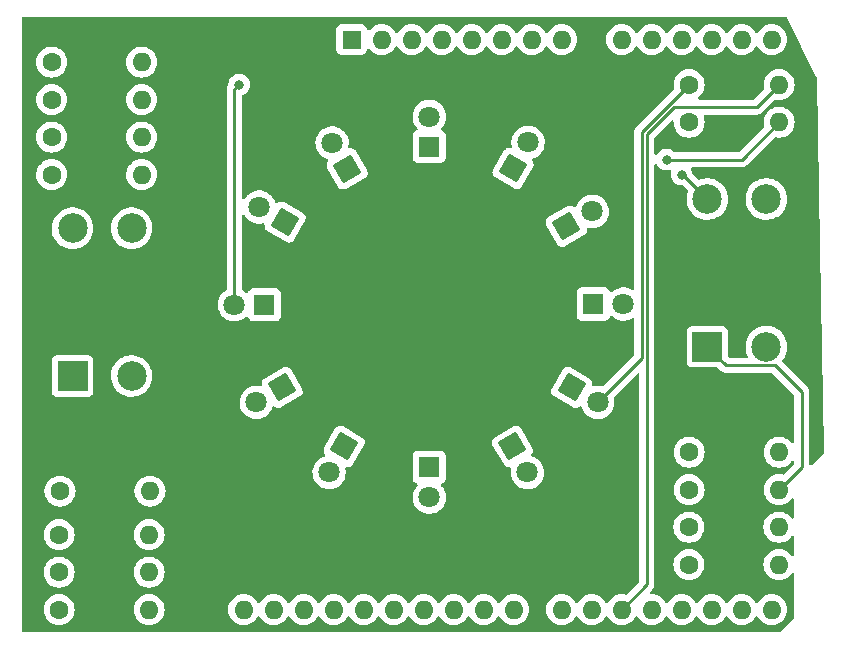
<source format=gbr>
%TF.GenerationSoftware,KiCad,Pcbnew,(6.0.7)*%
%TF.CreationDate,2022-08-22T17:27:46+09:00*%
%TF.ProjectId,LED_RL_SD,4c45445f-524c-45f5-9344-2e6b69636164,rev?*%
%TF.SameCoordinates,Original*%
%TF.FileFunction,Copper,L1,Top*%
%TF.FilePolarity,Positive*%
%FSLAX46Y46*%
G04 Gerber Fmt 4.6, Leading zero omitted, Abs format (unit mm)*
G04 Created by KiCad (PCBNEW (6.0.7)) date 2022-08-22 17:27:46*
%MOMM*%
%LPD*%
G01*
G04 APERTURE LIST*
G04 Aperture macros list*
%AMRotRect*
0 Rectangle, with rotation*
0 The origin of the aperture is its center*
0 $1 length*
0 $2 width*
0 $3 Rotation angle, in degrees counterclockwise*
0 Add horizontal line*
21,1,$1,$2,0,0,$3*%
G04 Aperture macros list end*
%TA.AperFunction,ComponentPad*%
%ADD10R,2.500000X2.500000*%
%TD*%
%TA.AperFunction,ComponentPad*%
%ADD11C,2.500000*%
%TD*%
%TA.AperFunction,ComponentPad*%
%ADD12C,1.600000*%
%TD*%
%TA.AperFunction,ComponentPad*%
%ADD13O,1.600000X1.600000*%
%TD*%
%TA.AperFunction,ComponentPad*%
%ADD14R,1.800000X1.800000*%
%TD*%
%TA.AperFunction,ComponentPad*%
%ADD15C,1.800000*%
%TD*%
%TA.AperFunction,ComponentPad*%
%ADD16RotRect,1.800000X1.800000X120.000000*%
%TD*%
%TA.AperFunction,ComponentPad*%
%ADD17RotRect,1.800000X1.800000X150.000000*%
%TD*%
%TA.AperFunction,ComponentPad*%
%ADD18RotRect,1.800000X1.800000X210.000000*%
%TD*%
%TA.AperFunction,ComponentPad*%
%ADD19RotRect,1.800000X1.800000X240.000000*%
%TD*%
%TA.AperFunction,ComponentPad*%
%ADD20RotRect,1.800000X1.800000X300.000000*%
%TD*%
%TA.AperFunction,ComponentPad*%
%ADD21RotRect,1.800000X1.800000X330.000000*%
%TD*%
%TA.AperFunction,ComponentPad*%
%ADD22RotRect,1.800000X1.800000X30.000000*%
%TD*%
%TA.AperFunction,ComponentPad*%
%ADD23RotRect,1.800000X1.800000X60.000000*%
%TD*%
%TA.AperFunction,ComponentPad*%
%ADD24R,1.600000X1.600000*%
%TD*%
%TA.AperFunction,ViaPad*%
%ADD25C,0.800000*%
%TD*%
%TA.AperFunction,Conductor*%
%ADD26C,0.250000*%
%TD*%
G04 APERTURE END LIST*
D10*
%TO.P,S2,1*%
%TO.N,Net-(R2-Pad2)*%
X181250000Y-66000000D03*
D11*
%TO.P,S2,2*%
%TO.N,GND*%
X186250000Y-66000000D03*
%TO.P,S2,3*%
%TO.N,A3*%
X181250000Y-53500000D03*
%TO.P,S2,4*%
%TO.N,unconnected-(S2-Pad4)*%
X186250000Y-53500000D03*
%TD*%
D10*
%TO.P,S1,1*%
%TO.N,Net-(R1-Pad2)*%
X127500000Y-68480000D03*
D11*
%TO.P,S1,2*%
%TO.N,GND*%
X132500000Y-68480000D03*
%TO.P,S1,3*%
%TO.N,A2*%
X127500000Y-55980000D03*
%TO.P,S1,4*%
%TO.N,unconnected-(S1-Pad4)*%
X132500000Y-55980000D03*
%TD*%
D12*
%TO.P,R14,1*%
%TO.N,Net-(D12-Pad2)*%
X125730000Y-51435000D03*
D13*
%TO.P,R14,2*%
%TO.N,S12*%
X133350000Y-51435000D03*
%TD*%
D12*
%TO.P,R13,1*%
%TO.N,Net-(D11-Pad2)*%
X125730000Y-41910000D03*
D13*
%TO.P,R13,2*%
%TO.N,S11*%
X133350000Y-41910000D03*
%TD*%
D12*
%TO.P,R12,1*%
%TO.N,Net-(D10-Pad2)*%
X125730000Y-48260000D03*
D13*
%TO.P,R12,2*%
%TO.N,S10*%
X133350000Y-48260000D03*
%TD*%
D12*
%TO.P,R11,1*%
%TO.N,Net-(D9-Pad2)*%
X179705000Y-46990000D03*
D13*
%TO.P,R11,2*%
%TO.N,S09*%
X187325000Y-46990000D03*
%TD*%
D12*
%TO.P,R10,1*%
%TO.N,Net-(D8-Pad2)*%
X126365000Y-81915000D03*
D13*
%TO.P,R10,2*%
%TO.N,S08*%
X133985000Y-81915000D03*
%TD*%
D12*
%TO.P,R9,1*%
%TO.N,Net-(D7-Pad2)*%
X126365000Y-85090000D03*
D13*
%TO.P,R9,2*%
%TO.N,S07*%
X133985000Y-85090000D03*
%TD*%
D12*
%TO.P,R8,1*%
%TO.N,Net-(D6-Pad2)*%
X179690000Y-81280000D03*
D13*
%TO.P,R8,2*%
%TO.N,S06*%
X187310000Y-81280000D03*
%TD*%
D12*
%TO.P,R7,1*%
%TO.N,Net-(D5-Pad2)*%
X179705000Y-74930000D03*
D13*
%TO.P,R7,2*%
%TO.N,S05*%
X187325000Y-74930000D03*
%TD*%
%TO.P,R6,2*%
%TO.N,S04*%
X187325000Y-43815000D03*
D12*
%TO.P,R6,1*%
%TO.N,Net-(D4-Pad2)*%
X179705000Y-43815000D03*
%TD*%
%TO.P,R5,1*%
%TO.N,Net-(D3-Pad2)*%
X125730000Y-45085000D03*
D13*
%TO.P,R5,2*%
%TO.N,S03*%
X133350000Y-45085000D03*
%TD*%
D12*
%TO.P,R4,1*%
%TO.N,Net-(D2-Pad2)*%
X126365000Y-88265000D03*
D13*
%TO.P,R4,2*%
%TO.N,S02*%
X133985000Y-88265000D03*
%TD*%
D12*
%TO.P,R3,1*%
%TO.N,Net-(D1-Pad2)*%
X179690000Y-84455000D03*
D13*
%TO.P,R3,2*%
%TO.N,S01*%
X187310000Y-84455000D03*
%TD*%
%TO.P,R2,2*%
%TO.N,Net-(R2-Pad2)*%
X187325000Y-78105000D03*
D12*
%TO.P,R2,1*%
%TO.N,+5V*%
X179705000Y-78105000D03*
%TD*%
%TO.P,R1,1*%
%TO.N,+5V*%
X126440000Y-78235000D03*
D13*
%TO.P,R1,2*%
%TO.N,Net-(R1-Pad2)*%
X134060000Y-78235000D03*
%TD*%
D14*
%TO.P,D12,1,K*%
%TO.N,GND*%
X157710000Y-49061488D03*
D15*
%TO.P,D12,2,A*%
%TO.N,Net-(D12-Pad2)*%
X157710000Y-46521488D03*
%TD*%
D16*
%TO.P,D11,1,K*%
%TO.N,GND*%
X150750000Y-50956488D03*
D15*
%TO.P,D11,2,A*%
%TO.N,Net-(D11-Pad2)*%
X149480000Y-48756783D03*
%TD*%
D17*
%TO.P,D10,1,K*%
%TO.N,GND*%
X145500000Y-55456488D03*
D15*
%TO.P,D10,2,A*%
%TO.N,Net-(D10-Pad2)*%
X143300295Y-54186488D03*
%TD*%
D14*
%TO.P,D9,1,K*%
%TO.N,GND*%
X143750000Y-62456488D03*
D15*
%TO.P,D9,2,A*%
%TO.N,Net-(D9-Pad2)*%
X141210000Y-62456488D03*
%TD*%
D18*
%TO.P,D8,1,K*%
%TO.N,GND*%
X145250000Y-69456488D03*
D15*
%TO.P,D8,2,A*%
%TO.N,Net-(D8-Pad2)*%
X143050295Y-70726488D03*
%TD*%
D19*
%TO.P,D7,1,K*%
%TO.N,GND*%
X150500000Y-74456488D03*
D15*
%TO.P,D7,2,A*%
%TO.N,Net-(D7-Pad2)*%
X149230000Y-76656193D03*
%TD*%
D14*
%TO.P,D6,1,K*%
%TO.N,GND*%
X157710000Y-76206488D03*
D15*
%TO.P,D6,2,A*%
%TO.N,Net-(D6-Pad2)*%
X157710000Y-78746488D03*
%TD*%
D20*
%TO.P,D5,1,K*%
%TO.N,GND*%
X164750000Y-74456488D03*
D15*
%TO.P,D5,2,A*%
%TO.N,Net-(D5-Pad2)*%
X166020000Y-76656193D03*
%TD*%
D21*
%TO.P,D4,1,K*%
%TO.N,GND*%
X169750000Y-69456488D03*
D15*
%TO.P,D4,2,A*%
%TO.N,Net-(D4-Pad2)*%
X171949705Y-70726488D03*
%TD*%
D14*
%TO.P,D3,1,K*%
%TO.N,GND*%
X171600000Y-62396488D03*
D15*
%TO.P,D3,2,A*%
%TO.N,Net-(D3-Pad2)*%
X174140000Y-62396488D03*
%TD*%
D22*
%TO.P,D2,1,K*%
%TO.N,GND*%
X169300000Y-55806488D03*
D15*
%TO.P,D2,2,A*%
%TO.N,Net-(D2-Pad2)*%
X171499705Y-54536488D03*
%TD*%
%TO.P,D1,2,A*%
%TO.N,Net-(D1-Pad2)*%
X166070000Y-48706783D03*
D23*
%TO.P,D1,1,K*%
%TO.N,GND*%
X164800000Y-50906488D03*
%TD*%
D24*
%TO.P,A1,1,NC*%
%TO.N,unconnected-(A1-Pad1)*%
X151130000Y-40005000D03*
D13*
%TO.P,A1,2,IOREF*%
%TO.N,unconnected-(A1-Pad2)*%
X153670000Y-40005000D03*
%TO.P,A1,3,~{RESET}*%
%TO.N,unconnected-(A1-Pad3)*%
X156210000Y-40005000D03*
%TO.P,A1,4,3V3*%
%TO.N,unconnected-(A1-Pad4)*%
X158750000Y-40005000D03*
%TO.P,A1,5,+5V*%
%TO.N,unconnected-(A1-Pad5)*%
X161290000Y-40005000D03*
%TO.P,A1,6,GND*%
%TO.N,GND*%
X163830000Y-40005000D03*
%TO.P,A1,7,GND*%
X166370000Y-40005000D03*
%TO.P,A1,8,VIN*%
%TO.N,unconnected-(A1-Pad8)*%
X168910000Y-40005000D03*
%TO.P,A1,9,A0*%
%TO.N,unconnected-(A1-Pad9)*%
X173990000Y-40005000D03*
%TO.P,A1,10,A1*%
%TO.N,unconnected-(A1-Pad10)*%
X176530000Y-40005000D03*
%TO.P,A1,11,A2*%
%TO.N,A2*%
X179070000Y-40005000D03*
%TO.P,A1,12,A3*%
%TO.N,A3*%
X181610000Y-40005000D03*
%TO.P,A1,13,SDA/A4*%
%TO.N,unconnected-(A1-Pad13)*%
X184150000Y-40005000D03*
%TO.P,A1,14,SCL/A5*%
%TO.N,unconnected-(A1-Pad14)*%
X186690000Y-40005000D03*
%TO.P,A1,15,D0/RX*%
%TO.N,unconnected-(A1-Pad15)*%
X186690000Y-88265000D03*
%TO.P,A1,16,D1/TX*%
%TO.N,unconnected-(A1-Pad16)*%
X184150000Y-88265000D03*
%TO.P,A1,17,D2*%
%TO.N,S01*%
X181610000Y-88265000D03*
%TO.P,A1,18,D3*%
%TO.N,S02*%
X179070000Y-88265000D03*
%TO.P,A1,19,D4*%
%TO.N,S03*%
X176530000Y-88265000D03*
%TO.P,A1,20,D5*%
%TO.N,S04*%
X173990000Y-88265000D03*
%TO.P,A1,21,D6*%
%TO.N,S05*%
X171450000Y-88265000D03*
%TO.P,A1,22,D7*%
%TO.N,S06*%
X168910000Y-88265000D03*
%TO.P,A1,23,D8*%
%TO.N,S07*%
X164850000Y-88265000D03*
%TO.P,A1,24,D9*%
%TO.N,S08*%
X162310000Y-88265000D03*
%TO.P,A1,25,D10*%
%TO.N,S09*%
X159770000Y-88265000D03*
%TO.P,A1,26,D11*%
%TO.N,S10*%
X157230000Y-88265000D03*
%TO.P,A1,27,D12*%
%TO.N,S11*%
X154690000Y-88265000D03*
%TO.P,A1,28,D13*%
%TO.N,S12*%
X152150000Y-88265000D03*
%TO.P,A1,29,GND*%
%TO.N,GND*%
X149610000Y-88265000D03*
%TO.P,A1,30,AREF*%
%TO.N,unconnected-(A1-Pad30)*%
X147070000Y-88265000D03*
%TO.P,A1,31,SDA/A4*%
%TO.N,unconnected-(A1-Pad31)*%
X144530000Y-88265000D03*
%TO.P,A1,32,SCL/A5*%
%TO.N,unconnected-(A1-Pad32)*%
X141990000Y-88265000D03*
%TD*%
D25*
%TO.N,A3*%
X179070000Y-51435000D03*
%TO.N,S09*%
X177800000Y-50165000D03*
%TO.N,Net-(D9-Pad2)*%
X141605000Y-43815000D03*
%TD*%
D26*
%TO.N,Net-(R2-Pad2)*%
X189230000Y-76200000D02*
X187325000Y-78105000D01*
X186955000Y-67575000D02*
X189230000Y-69850000D01*
X182825000Y-67575000D02*
X186955000Y-67575000D01*
X181250000Y-66000000D02*
X182825000Y-67575000D01*
X189230000Y-69850000D02*
X189230000Y-76200000D01*
%TO.N,A3*%
X179185000Y-51435000D02*
X179070000Y-51435000D01*
X181250000Y-53500000D02*
X179185000Y-51435000D01*
%TO.N,S09*%
X184150000Y-50165000D02*
X177800000Y-50165000D01*
X187325000Y-46990000D02*
X184150000Y-50165000D01*
%TO.N,Net-(D9-Pad2)*%
X141605000Y-43815000D02*
X141210000Y-44210000D01*
X141210000Y-44210000D02*
X141210000Y-62456488D01*
%TO.N,S04*%
X178435698Y-45720698D02*
X176135022Y-48021374D01*
X185419302Y-45720698D02*
X178435698Y-45720698D01*
X187325000Y-43815000D02*
X185419302Y-45720698D01*
X176135022Y-48021374D02*
X176135022Y-86119978D01*
X176135022Y-86119978D02*
X173990000Y-88265000D01*
%TO.N,Net-(D4-Pad2)*%
X175685022Y-66991171D02*
X171949705Y-70726488D01*
X175685022Y-47834978D02*
X175685022Y-66991171D01*
X179705000Y-43815000D02*
X175685022Y-47834978D01*
%TD*%
%TA.AperFunction,NonConductor*%
G36*
X187950248Y-38120002D02*
G01*
X187994825Y-38169651D01*
X190487291Y-43154583D01*
X190500568Y-43208413D01*
X190787320Y-57546025D01*
X191133455Y-74852721D01*
X191133927Y-74876339D01*
X191115291Y-74944846D01*
X191097047Y-74967953D01*
X190078595Y-75986405D01*
X190016283Y-76020431D01*
X189945468Y-76015366D01*
X189888632Y-75972819D01*
X189863821Y-75906299D01*
X189863500Y-75897310D01*
X189863500Y-69928767D01*
X189864027Y-69917584D01*
X189865702Y-69910091D01*
X189863562Y-69842000D01*
X189863500Y-69838043D01*
X189863500Y-69810144D01*
X189862996Y-69806153D01*
X189862063Y-69794311D01*
X189861662Y-69781531D01*
X189860674Y-69750111D01*
X189858462Y-69742497D01*
X189858461Y-69742492D01*
X189855023Y-69730659D01*
X189851012Y-69711295D01*
X189849467Y-69699064D01*
X189848474Y-69691203D01*
X189845557Y-69683836D01*
X189845556Y-69683831D01*
X189832198Y-69650092D01*
X189828354Y-69638865D01*
X189818230Y-69604022D01*
X189816018Y-69596407D01*
X189805707Y-69578972D01*
X189797012Y-69561224D01*
X189789552Y-69542383D01*
X189763564Y-69506613D01*
X189757048Y-69496693D01*
X189738580Y-69465465D01*
X189738578Y-69465462D01*
X189734542Y-69458638D01*
X189720221Y-69444317D01*
X189707380Y-69429283D01*
X189700131Y-69419306D01*
X189695472Y-69412893D01*
X189661395Y-69384702D01*
X189652616Y-69376712D01*
X187591724Y-67315819D01*
X187557698Y-67253507D01*
X187562763Y-67182691D01*
X187586086Y-67143648D01*
X187643298Y-67078410D01*
X187655257Y-67064774D01*
X187655260Y-67064769D01*
X187658339Y-67061259D01*
X187799733Y-66841437D01*
X187907083Y-66603129D01*
X187978030Y-66351572D01*
X187994832Y-66219496D01*
X188010616Y-66095421D01*
X188010616Y-66095417D01*
X188011014Y-66092291D01*
X188013431Y-66000000D01*
X187994061Y-65739348D01*
X187982725Y-65689248D01*
X187937408Y-65488980D01*
X187936377Y-65484423D01*
X187841647Y-65240823D01*
X187711951Y-65013902D01*
X187550138Y-64808643D01*
X187359763Y-64629557D01*
X187145009Y-64480576D01*
X187140816Y-64478508D01*
X186914781Y-64367040D01*
X186914778Y-64367039D01*
X186910593Y-64364975D01*
X186864449Y-64350204D01*
X186666123Y-64286720D01*
X186661665Y-64285293D01*
X186403693Y-64243279D01*
X186289942Y-64241790D01*
X186147022Y-64239919D01*
X186147019Y-64239919D01*
X186142345Y-64239858D01*
X185883362Y-64275104D01*
X185632433Y-64348243D01*
X185628180Y-64350203D01*
X185628179Y-64350204D01*
X185591659Y-64367040D01*
X185395072Y-64457668D01*
X185356067Y-64483241D01*
X185180404Y-64598410D01*
X185180399Y-64598414D01*
X185176491Y-64600976D01*
X184981494Y-64775018D01*
X184814363Y-64975970D01*
X184678771Y-65199419D01*
X184577697Y-65440455D01*
X184513359Y-65693783D01*
X184487173Y-65953839D01*
X184499713Y-66214908D01*
X184550704Y-66471256D01*
X184639026Y-66717252D01*
X184659365Y-66755104D01*
X184659772Y-66755862D01*
X184674396Y-66825336D01*
X184649137Y-66891687D01*
X184592016Y-66933850D01*
X184548780Y-66941500D01*
X183139595Y-66941500D01*
X183071474Y-66921498D01*
X183050500Y-66904595D01*
X183045405Y-66899500D01*
X183011379Y-66837188D01*
X183008500Y-66810405D01*
X183008500Y-64701866D01*
X183001745Y-64639684D01*
X182950615Y-64503295D01*
X182863261Y-64386739D01*
X182746705Y-64299385D01*
X182610316Y-64248255D01*
X182548134Y-64241500D01*
X179951866Y-64241500D01*
X179889684Y-64248255D01*
X179753295Y-64299385D01*
X179636739Y-64386739D01*
X179549385Y-64503295D01*
X179498255Y-64639684D01*
X179491500Y-64701866D01*
X179491500Y-67298134D01*
X179498255Y-67360316D01*
X179549385Y-67496705D01*
X179636739Y-67613261D01*
X179753295Y-67700615D01*
X179889684Y-67751745D01*
X179951866Y-67758500D01*
X182060406Y-67758500D01*
X182128527Y-67778502D01*
X182149501Y-67795405D01*
X182321343Y-67967247D01*
X182328887Y-67975537D01*
X182333000Y-67982018D01*
X182338777Y-67987443D01*
X182382667Y-68028658D01*
X182385509Y-68031413D01*
X182405230Y-68051134D01*
X182408425Y-68053612D01*
X182417447Y-68061318D01*
X182449679Y-68091586D01*
X182456628Y-68095406D01*
X182467432Y-68101346D01*
X182483956Y-68112199D01*
X182499959Y-68124613D01*
X182540543Y-68142176D01*
X182551173Y-68147383D01*
X182589940Y-68168695D01*
X182597617Y-68170666D01*
X182597622Y-68170668D01*
X182609558Y-68173732D01*
X182628266Y-68180137D01*
X182646855Y-68188181D01*
X182654680Y-68189420D01*
X182654682Y-68189421D01*
X182690519Y-68195097D01*
X182702140Y-68197504D01*
X182737289Y-68206528D01*
X182744970Y-68208500D01*
X182765231Y-68208500D01*
X182784940Y-68210051D01*
X182804943Y-68213219D01*
X182812835Y-68212473D01*
X182818062Y-68211979D01*
X182848954Y-68209059D01*
X182860811Y-68208500D01*
X186640406Y-68208500D01*
X186708527Y-68228502D01*
X186729501Y-68245405D01*
X188559595Y-70075500D01*
X188593621Y-70137812D01*
X188596500Y-70164595D01*
X188596500Y-74064969D01*
X188576498Y-74133090D01*
X188522842Y-74179583D01*
X188452568Y-74189687D01*
X188387988Y-74160193D01*
X188367287Y-74137240D01*
X188334357Y-74090211D01*
X188334355Y-74090208D01*
X188331198Y-74085700D01*
X188169300Y-73923802D01*
X188164792Y-73920645D01*
X188164789Y-73920643D01*
X188068526Y-73853239D01*
X187981749Y-73792477D01*
X187976767Y-73790154D01*
X187976762Y-73790151D01*
X187779225Y-73698039D01*
X187779224Y-73698039D01*
X187774243Y-73695716D01*
X187768935Y-73694294D01*
X187768933Y-73694293D01*
X187558402Y-73637881D01*
X187558400Y-73637881D01*
X187553087Y-73636457D01*
X187325000Y-73616502D01*
X187096913Y-73636457D01*
X187091600Y-73637881D01*
X187091598Y-73637881D01*
X186881067Y-73694293D01*
X186881065Y-73694294D01*
X186875757Y-73695716D01*
X186870776Y-73698039D01*
X186870775Y-73698039D01*
X186673238Y-73790151D01*
X186673233Y-73790154D01*
X186668251Y-73792477D01*
X186581474Y-73853239D01*
X186485211Y-73920643D01*
X186485208Y-73920645D01*
X186480700Y-73923802D01*
X186318802Y-74085700D01*
X186315645Y-74090208D01*
X186315643Y-74090211D01*
X186285619Y-74133090D01*
X186187477Y-74273251D01*
X186185154Y-74278233D01*
X186185151Y-74278238D01*
X186093039Y-74475775D01*
X186090716Y-74480757D01*
X186089294Y-74486065D01*
X186089293Y-74486067D01*
X186053500Y-74619648D01*
X186031457Y-74701913D01*
X186011502Y-74930000D01*
X186031457Y-75158087D01*
X186032881Y-75163400D01*
X186032881Y-75163402D01*
X186066738Y-75289755D01*
X186090716Y-75379243D01*
X186093039Y-75384224D01*
X186093039Y-75384225D01*
X186185151Y-75581762D01*
X186185154Y-75581767D01*
X186187477Y-75586749D01*
X186251674Y-75678432D01*
X186310904Y-75763020D01*
X186318802Y-75774300D01*
X186480700Y-75936198D01*
X186485208Y-75939355D01*
X186485211Y-75939357D01*
X186518663Y-75962780D01*
X186668251Y-76067523D01*
X186673233Y-76069846D01*
X186673238Y-76069849D01*
X186870775Y-76161961D01*
X186875757Y-76164284D01*
X186881065Y-76165706D01*
X186881067Y-76165707D01*
X187091598Y-76222119D01*
X187091600Y-76222119D01*
X187096913Y-76223543D01*
X187325000Y-76243498D01*
X187553087Y-76223543D01*
X187558400Y-76222119D01*
X187558402Y-76222119D01*
X187768933Y-76165707D01*
X187768935Y-76165706D01*
X187774243Y-76164284D01*
X187779225Y-76161961D01*
X187976762Y-76069849D01*
X187976767Y-76069846D01*
X187981749Y-76067523D01*
X188131337Y-75962780D01*
X188164789Y-75939357D01*
X188164792Y-75939355D01*
X188169300Y-75936198D01*
X188331198Y-75774300D01*
X188339097Y-75763020D01*
X188367287Y-75722760D01*
X188422744Y-75678432D01*
X188493364Y-75671123D01*
X188556724Y-75703154D01*
X188592709Y-75764355D01*
X188596500Y-75795031D01*
X188596500Y-75885406D01*
X188576498Y-75953527D01*
X188559595Y-75974501D01*
X187738248Y-76795848D01*
X187675936Y-76829874D01*
X187616541Y-76828459D01*
X187558409Y-76812882D01*
X187558398Y-76812880D01*
X187553087Y-76811457D01*
X187325000Y-76791502D01*
X187096913Y-76811457D01*
X187091600Y-76812881D01*
X187091598Y-76812881D01*
X186881067Y-76869293D01*
X186881065Y-76869294D01*
X186875757Y-76870716D01*
X186870776Y-76873039D01*
X186870775Y-76873039D01*
X186673238Y-76965151D01*
X186673233Y-76965154D01*
X186668251Y-76967477D01*
X186563389Y-77040902D01*
X186485211Y-77095643D01*
X186485208Y-77095645D01*
X186480700Y-77098802D01*
X186318802Y-77260700D01*
X186187477Y-77448251D01*
X186185154Y-77453233D01*
X186185151Y-77453238D01*
X186109727Y-77614988D01*
X186090716Y-77655757D01*
X186089294Y-77661065D01*
X186089293Y-77661067D01*
X186049221Y-77810618D01*
X186031457Y-77876913D01*
X186011502Y-78105000D01*
X186031457Y-78333087D01*
X186032881Y-78338400D01*
X186032881Y-78338402D01*
X186081757Y-78520806D01*
X186090716Y-78554243D01*
X186093039Y-78559224D01*
X186093039Y-78559225D01*
X186185151Y-78756762D01*
X186185154Y-78756767D01*
X186187477Y-78761749D01*
X186227458Y-78818847D01*
X186310902Y-78938017D01*
X186318802Y-78949300D01*
X186480700Y-79111198D01*
X186485208Y-79114355D01*
X186485211Y-79114357D01*
X186563389Y-79169098D01*
X186668251Y-79242523D01*
X186673233Y-79244846D01*
X186673238Y-79244849D01*
X186870775Y-79336961D01*
X186875757Y-79339284D01*
X186881065Y-79340706D01*
X186881067Y-79340707D01*
X187091598Y-79397119D01*
X187091600Y-79397119D01*
X187096913Y-79398543D01*
X187325000Y-79418498D01*
X187553087Y-79398543D01*
X187558400Y-79397119D01*
X187558402Y-79397119D01*
X187768933Y-79340707D01*
X187768935Y-79340706D01*
X187774243Y-79339284D01*
X187779225Y-79336961D01*
X187976762Y-79244849D01*
X187976767Y-79244846D01*
X187981749Y-79242523D01*
X188086611Y-79169098D01*
X188164789Y-79114357D01*
X188164792Y-79114355D01*
X188169300Y-79111198D01*
X188331198Y-78949300D01*
X188339099Y-78938017D01*
X188365787Y-78899902D01*
X188421244Y-78855574D01*
X188491864Y-78848265D01*
X188555224Y-78880296D01*
X188591209Y-78941497D01*
X188595000Y-78972173D01*
X188595000Y-80434249D01*
X188574998Y-80502370D01*
X188521342Y-80548863D01*
X188451068Y-80558967D01*
X188386488Y-80529473D01*
X188365787Y-80506520D01*
X188319357Y-80440211D01*
X188319355Y-80440208D01*
X188316198Y-80435700D01*
X188154300Y-80273802D01*
X188149792Y-80270645D01*
X188149789Y-80270643D01*
X187977581Y-80150062D01*
X187966749Y-80142477D01*
X187961767Y-80140154D01*
X187961762Y-80140151D01*
X187764225Y-80048039D01*
X187764224Y-80048039D01*
X187759243Y-80045716D01*
X187753935Y-80044294D01*
X187753933Y-80044293D01*
X187543402Y-79987881D01*
X187543400Y-79987881D01*
X187538087Y-79986457D01*
X187310000Y-79966502D01*
X187081913Y-79986457D01*
X187076600Y-79987881D01*
X187076598Y-79987881D01*
X186866067Y-80044293D01*
X186866065Y-80044294D01*
X186860757Y-80045716D01*
X186855776Y-80048039D01*
X186855775Y-80048039D01*
X186658238Y-80140151D01*
X186658233Y-80140154D01*
X186653251Y-80142477D01*
X186642419Y-80150062D01*
X186470211Y-80270643D01*
X186470208Y-80270645D01*
X186465700Y-80273802D01*
X186303802Y-80435700D01*
X186172477Y-80623251D01*
X186170154Y-80628233D01*
X186170151Y-80628238D01*
X186078039Y-80825775D01*
X186075716Y-80830757D01*
X186074294Y-80836065D01*
X186074293Y-80836067D01*
X186017881Y-81046598D01*
X186016457Y-81051913D01*
X185996502Y-81280000D01*
X186016457Y-81508087D01*
X186017881Y-81513400D01*
X186017881Y-81513402D01*
X186064374Y-81686913D01*
X186075716Y-81729243D01*
X186078039Y-81734224D01*
X186078039Y-81734225D01*
X186170151Y-81931762D01*
X186170154Y-81931767D01*
X186172477Y-81936749D01*
X186303802Y-82124300D01*
X186465700Y-82286198D01*
X186470208Y-82289355D01*
X186470211Y-82289357D01*
X186548389Y-82344098D01*
X186653251Y-82417523D01*
X186658233Y-82419846D01*
X186658238Y-82419849D01*
X186855775Y-82511961D01*
X186860757Y-82514284D01*
X186866065Y-82515706D01*
X186866067Y-82515707D01*
X187076598Y-82572119D01*
X187076600Y-82572119D01*
X187081913Y-82573543D01*
X187310000Y-82593498D01*
X187538087Y-82573543D01*
X187543400Y-82572119D01*
X187543402Y-82572119D01*
X187753933Y-82515707D01*
X187753935Y-82515706D01*
X187759243Y-82514284D01*
X187764225Y-82511961D01*
X187961762Y-82419849D01*
X187961767Y-82419846D01*
X187966749Y-82417523D01*
X188071611Y-82344098D01*
X188149789Y-82289357D01*
X188149792Y-82289355D01*
X188154300Y-82286198D01*
X188316198Y-82124300D01*
X188365787Y-82053480D01*
X188421244Y-82009152D01*
X188491864Y-82001843D01*
X188555224Y-82033874D01*
X188591209Y-82095075D01*
X188595000Y-82125751D01*
X188595000Y-83609249D01*
X188574998Y-83677370D01*
X188521342Y-83723863D01*
X188451068Y-83733967D01*
X188386488Y-83704473D01*
X188365787Y-83681520D01*
X188319357Y-83615211D01*
X188319355Y-83615208D01*
X188316198Y-83610700D01*
X188154300Y-83448802D01*
X188149792Y-83445645D01*
X188149789Y-83445643D01*
X188071611Y-83390902D01*
X187966749Y-83317477D01*
X187961767Y-83315154D01*
X187961762Y-83315151D01*
X187764225Y-83223039D01*
X187764224Y-83223039D01*
X187759243Y-83220716D01*
X187753935Y-83219294D01*
X187753933Y-83219293D01*
X187543402Y-83162881D01*
X187543400Y-83162881D01*
X187538087Y-83161457D01*
X187310000Y-83141502D01*
X187081913Y-83161457D01*
X187076600Y-83162881D01*
X187076598Y-83162881D01*
X186866067Y-83219293D01*
X186866065Y-83219294D01*
X186860757Y-83220716D01*
X186855776Y-83223039D01*
X186855775Y-83223039D01*
X186658238Y-83315151D01*
X186658233Y-83315154D01*
X186653251Y-83317477D01*
X186548389Y-83390902D01*
X186470211Y-83445643D01*
X186470208Y-83445645D01*
X186465700Y-83448802D01*
X186303802Y-83610700D01*
X186172477Y-83798251D01*
X186170154Y-83803233D01*
X186170151Y-83803238D01*
X186078039Y-84000775D01*
X186075716Y-84005757D01*
X186074294Y-84011065D01*
X186074293Y-84011067D01*
X186017881Y-84221598D01*
X186016457Y-84226913D01*
X185996502Y-84455000D01*
X186016457Y-84683087D01*
X186017881Y-84688400D01*
X186017881Y-84688402D01*
X186064374Y-84861913D01*
X186075716Y-84904243D01*
X186078039Y-84909224D01*
X186078039Y-84909225D01*
X186170151Y-85106762D01*
X186170154Y-85106767D01*
X186172477Y-85111749D01*
X186303802Y-85299300D01*
X186465700Y-85461198D01*
X186470208Y-85464355D01*
X186470211Y-85464357D01*
X186548389Y-85519098D01*
X186653251Y-85592523D01*
X186658233Y-85594846D01*
X186658238Y-85594849D01*
X186855775Y-85686961D01*
X186860757Y-85689284D01*
X186866065Y-85690706D01*
X186866067Y-85690707D01*
X187076598Y-85747119D01*
X187076600Y-85747119D01*
X187081913Y-85748543D01*
X187310000Y-85768498D01*
X187538087Y-85748543D01*
X187543400Y-85747119D01*
X187543402Y-85747119D01*
X187753933Y-85690707D01*
X187753935Y-85690706D01*
X187759243Y-85689284D01*
X187764225Y-85686961D01*
X187961762Y-85594849D01*
X187961767Y-85594846D01*
X187966749Y-85592523D01*
X188071611Y-85519098D01*
X188149789Y-85464357D01*
X188149792Y-85464355D01*
X188154300Y-85461198D01*
X188316198Y-85299300D01*
X188365787Y-85228480D01*
X188421244Y-85184152D01*
X188491864Y-85176843D01*
X188555224Y-85208874D01*
X188591209Y-85270075D01*
X188595000Y-85300751D01*
X188595000Y-88847810D01*
X188574998Y-88915931D01*
X188558095Y-88936905D01*
X187361905Y-90133095D01*
X187299593Y-90167121D01*
X187272810Y-90170000D01*
X123316000Y-90170000D01*
X123247879Y-90149998D01*
X123201386Y-90096342D01*
X123190000Y-90044000D01*
X123190000Y-88265000D01*
X125051502Y-88265000D01*
X125071457Y-88493087D01*
X125130716Y-88714243D01*
X125133039Y-88719224D01*
X125133039Y-88719225D01*
X125225151Y-88916762D01*
X125225154Y-88916767D01*
X125227477Y-88921749D01*
X125358802Y-89109300D01*
X125520700Y-89271198D01*
X125525208Y-89274355D01*
X125525211Y-89274357D01*
X125603389Y-89329098D01*
X125708251Y-89402523D01*
X125713233Y-89404846D01*
X125713238Y-89404849D01*
X125910775Y-89496961D01*
X125915757Y-89499284D01*
X125921065Y-89500706D01*
X125921067Y-89500707D01*
X126131598Y-89557119D01*
X126131600Y-89557119D01*
X126136913Y-89558543D01*
X126365000Y-89578498D01*
X126593087Y-89558543D01*
X126598400Y-89557119D01*
X126598402Y-89557119D01*
X126808933Y-89500707D01*
X126808935Y-89500706D01*
X126814243Y-89499284D01*
X126819225Y-89496961D01*
X127016762Y-89404849D01*
X127016767Y-89404846D01*
X127021749Y-89402523D01*
X127126611Y-89329098D01*
X127204789Y-89274357D01*
X127204792Y-89274355D01*
X127209300Y-89271198D01*
X127371198Y-89109300D01*
X127502523Y-88921749D01*
X127504846Y-88916767D01*
X127504849Y-88916762D01*
X127596961Y-88719225D01*
X127596961Y-88719224D01*
X127599284Y-88714243D01*
X127658543Y-88493087D01*
X127678498Y-88265000D01*
X132671502Y-88265000D01*
X132691457Y-88493087D01*
X132750716Y-88714243D01*
X132753039Y-88719224D01*
X132753039Y-88719225D01*
X132845151Y-88916762D01*
X132845154Y-88916767D01*
X132847477Y-88921749D01*
X132978802Y-89109300D01*
X133140700Y-89271198D01*
X133145208Y-89274355D01*
X133145211Y-89274357D01*
X133223389Y-89329098D01*
X133328251Y-89402523D01*
X133333233Y-89404846D01*
X133333238Y-89404849D01*
X133530775Y-89496961D01*
X133535757Y-89499284D01*
X133541065Y-89500706D01*
X133541067Y-89500707D01*
X133751598Y-89557119D01*
X133751600Y-89557119D01*
X133756913Y-89558543D01*
X133985000Y-89578498D01*
X134213087Y-89558543D01*
X134218400Y-89557119D01*
X134218402Y-89557119D01*
X134428933Y-89500707D01*
X134428935Y-89500706D01*
X134434243Y-89499284D01*
X134439225Y-89496961D01*
X134636762Y-89404849D01*
X134636767Y-89404846D01*
X134641749Y-89402523D01*
X134746611Y-89329098D01*
X134824789Y-89274357D01*
X134824792Y-89274355D01*
X134829300Y-89271198D01*
X134991198Y-89109300D01*
X135122523Y-88921749D01*
X135124846Y-88916767D01*
X135124849Y-88916762D01*
X135216961Y-88719225D01*
X135216961Y-88719224D01*
X135219284Y-88714243D01*
X135278543Y-88493087D01*
X135298498Y-88265000D01*
X140676502Y-88265000D01*
X140696457Y-88493087D01*
X140755716Y-88714243D01*
X140758039Y-88719224D01*
X140758039Y-88719225D01*
X140850151Y-88916762D01*
X140850154Y-88916767D01*
X140852477Y-88921749D01*
X140983802Y-89109300D01*
X141145700Y-89271198D01*
X141150208Y-89274355D01*
X141150211Y-89274357D01*
X141228389Y-89329098D01*
X141333251Y-89402523D01*
X141338233Y-89404846D01*
X141338238Y-89404849D01*
X141535775Y-89496961D01*
X141540757Y-89499284D01*
X141546065Y-89500706D01*
X141546067Y-89500707D01*
X141756598Y-89557119D01*
X141756600Y-89557119D01*
X141761913Y-89558543D01*
X141990000Y-89578498D01*
X142218087Y-89558543D01*
X142223400Y-89557119D01*
X142223402Y-89557119D01*
X142433933Y-89500707D01*
X142433935Y-89500706D01*
X142439243Y-89499284D01*
X142444225Y-89496961D01*
X142641762Y-89404849D01*
X142641767Y-89404846D01*
X142646749Y-89402523D01*
X142751611Y-89329098D01*
X142829789Y-89274357D01*
X142829792Y-89274355D01*
X142834300Y-89271198D01*
X142996198Y-89109300D01*
X143127523Y-88921749D01*
X143129846Y-88916767D01*
X143129849Y-88916762D01*
X143145805Y-88882543D01*
X143192722Y-88829258D01*
X143260999Y-88809797D01*
X143328959Y-88830339D01*
X143374195Y-88882543D01*
X143390151Y-88916762D01*
X143390154Y-88916767D01*
X143392477Y-88921749D01*
X143523802Y-89109300D01*
X143685700Y-89271198D01*
X143690208Y-89274355D01*
X143690211Y-89274357D01*
X143768389Y-89329098D01*
X143873251Y-89402523D01*
X143878233Y-89404846D01*
X143878238Y-89404849D01*
X144075775Y-89496961D01*
X144080757Y-89499284D01*
X144086065Y-89500706D01*
X144086067Y-89500707D01*
X144296598Y-89557119D01*
X144296600Y-89557119D01*
X144301913Y-89558543D01*
X144530000Y-89578498D01*
X144758087Y-89558543D01*
X144763400Y-89557119D01*
X144763402Y-89557119D01*
X144973933Y-89500707D01*
X144973935Y-89500706D01*
X144979243Y-89499284D01*
X144984225Y-89496961D01*
X145181762Y-89404849D01*
X145181767Y-89404846D01*
X145186749Y-89402523D01*
X145291611Y-89329098D01*
X145369789Y-89274357D01*
X145369792Y-89274355D01*
X145374300Y-89271198D01*
X145536198Y-89109300D01*
X145667523Y-88921749D01*
X145669846Y-88916767D01*
X145669849Y-88916762D01*
X145685805Y-88882543D01*
X145732722Y-88829258D01*
X145800999Y-88809797D01*
X145868959Y-88830339D01*
X145914195Y-88882543D01*
X145930151Y-88916762D01*
X145930154Y-88916767D01*
X145932477Y-88921749D01*
X146063802Y-89109300D01*
X146225700Y-89271198D01*
X146230208Y-89274355D01*
X146230211Y-89274357D01*
X146308389Y-89329098D01*
X146413251Y-89402523D01*
X146418233Y-89404846D01*
X146418238Y-89404849D01*
X146615775Y-89496961D01*
X146620757Y-89499284D01*
X146626065Y-89500706D01*
X146626067Y-89500707D01*
X146836598Y-89557119D01*
X146836600Y-89557119D01*
X146841913Y-89558543D01*
X147070000Y-89578498D01*
X147298087Y-89558543D01*
X147303400Y-89557119D01*
X147303402Y-89557119D01*
X147513933Y-89500707D01*
X147513935Y-89500706D01*
X147519243Y-89499284D01*
X147524225Y-89496961D01*
X147721762Y-89404849D01*
X147721767Y-89404846D01*
X147726749Y-89402523D01*
X147831611Y-89329098D01*
X147909789Y-89274357D01*
X147909792Y-89274355D01*
X147914300Y-89271198D01*
X148076198Y-89109300D01*
X148207523Y-88921749D01*
X148209846Y-88916767D01*
X148209849Y-88916762D01*
X148225805Y-88882543D01*
X148272722Y-88829258D01*
X148340999Y-88809797D01*
X148408959Y-88830339D01*
X148454195Y-88882543D01*
X148470151Y-88916762D01*
X148470154Y-88916767D01*
X148472477Y-88921749D01*
X148603802Y-89109300D01*
X148765700Y-89271198D01*
X148770208Y-89274355D01*
X148770211Y-89274357D01*
X148848389Y-89329098D01*
X148953251Y-89402523D01*
X148958233Y-89404846D01*
X148958238Y-89404849D01*
X149155775Y-89496961D01*
X149160757Y-89499284D01*
X149166065Y-89500706D01*
X149166067Y-89500707D01*
X149376598Y-89557119D01*
X149376600Y-89557119D01*
X149381913Y-89558543D01*
X149610000Y-89578498D01*
X149838087Y-89558543D01*
X149843400Y-89557119D01*
X149843402Y-89557119D01*
X150053933Y-89500707D01*
X150053935Y-89500706D01*
X150059243Y-89499284D01*
X150064225Y-89496961D01*
X150261762Y-89404849D01*
X150261767Y-89404846D01*
X150266749Y-89402523D01*
X150371611Y-89329098D01*
X150449789Y-89274357D01*
X150449792Y-89274355D01*
X150454300Y-89271198D01*
X150616198Y-89109300D01*
X150747523Y-88921749D01*
X150749846Y-88916767D01*
X150749849Y-88916762D01*
X150765805Y-88882543D01*
X150812722Y-88829258D01*
X150880999Y-88809797D01*
X150948959Y-88830339D01*
X150994195Y-88882543D01*
X151010151Y-88916762D01*
X151010154Y-88916767D01*
X151012477Y-88921749D01*
X151143802Y-89109300D01*
X151305700Y-89271198D01*
X151310208Y-89274355D01*
X151310211Y-89274357D01*
X151388389Y-89329098D01*
X151493251Y-89402523D01*
X151498233Y-89404846D01*
X151498238Y-89404849D01*
X151695775Y-89496961D01*
X151700757Y-89499284D01*
X151706065Y-89500706D01*
X151706067Y-89500707D01*
X151916598Y-89557119D01*
X151916600Y-89557119D01*
X151921913Y-89558543D01*
X152150000Y-89578498D01*
X152378087Y-89558543D01*
X152383400Y-89557119D01*
X152383402Y-89557119D01*
X152593933Y-89500707D01*
X152593935Y-89500706D01*
X152599243Y-89499284D01*
X152604225Y-89496961D01*
X152801762Y-89404849D01*
X152801767Y-89404846D01*
X152806749Y-89402523D01*
X152911611Y-89329098D01*
X152989789Y-89274357D01*
X152989792Y-89274355D01*
X152994300Y-89271198D01*
X153156198Y-89109300D01*
X153287523Y-88921749D01*
X153289846Y-88916767D01*
X153289849Y-88916762D01*
X153305805Y-88882543D01*
X153352722Y-88829258D01*
X153420999Y-88809797D01*
X153488959Y-88830339D01*
X153534195Y-88882543D01*
X153550151Y-88916762D01*
X153550154Y-88916767D01*
X153552477Y-88921749D01*
X153683802Y-89109300D01*
X153845700Y-89271198D01*
X153850208Y-89274355D01*
X153850211Y-89274357D01*
X153928389Y-89329098D01*
X154033251Y-89402523D01*
X154038233Y-89404846D01*
X154038238Y-89404849D01*
X154235775Y-89496961D01*
X154240757Y-89499284D01*
X154246065Y-89500706D01*
X154246067Y-89500707D01*
X154456598Y-89557119D01*
X154456600Y-89557119D01*
X154461913Y-89558543D01*
X154690000Y-89578498D01*
X154918087Y-89558543D01*
X154923400Y-89557119D01*
X154923402Y-89557119D01*
X155133933Y-89500707D01*
X155133935Y-89500706D01*
X155139243Y-89499284D01*
X155144225Y-89496961D01*
X155341762Y-89404849D01*
X155341767Y-89404846D01*
X155346749Y-89402523D01*
X155451611Y-89329098D01*
X155529789Y-89274357D01*
X155529792Y-89274355D01*
X155534300Y-89271198D01*
X155696198Y-89109300D01*
X155827523Y-88921749D01*
X155829846Y-88916767D01*
X155829849Y-88916762D01*
X155845805Y-88882543D01*
X155892722Y-88829258D01*
X155960999Y-88809797D01*
X156028959Y-88830339D01*
X156074195Y-88882543D01*
X156090151Y-88916762D01*
X156090154Y-88916767D01*
X156092477Y-88921749D01*
X156223802Y-89109300D01*
X156385700Y-89271198D01*
X156390208Y-89274355D01*
X156390211Y-89274357D01*
X156468389Y-89329098D01*
X156573251Y-89402523D01*
X156578233Y-89404846D01*
X156578238Y-89404849D01*
X156775775Y-89496961D01*
X156780757Y-89499284D01*
X156786065Y-89500706D01*
X156786067Y-89500707D01*
X156996598Y-89557119D01*
X156996600Y-89557119D01*
X157001913Y-89558543D01*
X157230000Y-89578498D01*
X157458087Y-89558543D01*
X157463400Y-89557119D01*
X157463402Y-89557119D01*
X157673933Y-89500707D01*
X157673935Y-89500706D01*
X157679243Y-89499284D01*
X157684225Y-89496961D01*
X157881762Y-89404849D01*
X157881767Y-89404846D01*
X157886749Y-89402523D01*
X157991611Y-89329098D01*
X158069789Y-89274357D01*
X158069792Y-89274355D01*
X158074300Y-89271198D01*
X158236198Y-89109300D01*
X158367523Y-88921749D01*
X158369846Y-88916767D01*
X158369849Y-88916762D01*
X158385805Y-88882543D01*
X158432722Y-88829258D01*
X158500999Y-88809797D01*
X158568959Y-88830339D01*
X158614195Y-88882543D01*
X158630151Y-88916762D01*
X158630154Y-88916767D01*
X158632477Y-88921749D01*
X158763802Y-89109300D01*
X158925700Y-89271198D01*
X158930208Y-89274355D01*
X158930211Y-89274357D01*
X159008389Y-89329098D01*
X159113251Y-89402523D01*
X159118233Y-89404846D01*
X159118238Y-89404849D01*
X159315775Y-89496961D01*
X159320757Y-89499284D01*
X159326065Y-89500706D01*
X159326067Y-89500707D01*
X159536598Y-89557119D01*
X159536600Y-89557119D01*
X159541913Y-89558543D01*
X159770000Y-89578498D01*
X159998087Y-89558543D01*
X160003400Y-89557119D01*
X160003402Y-89557119D01*
X160213933Y-89500707D01*
X160213935Y-89500706D01*
X160219243Y-89499284D01*
X160224225Y-89496961D01*
X160421762Y-89404849D01*
X160421767Y-89404846D01*
X160426749Y-89402523D01*
X160531611Y-89329098D01*
X160609789Y-89274357D01*
X160609792Y-89274355D01*
X160614300Y-89271198D01*
X160776198Y-89109300D01*
X160907523Y-88921749D01*
X160909846Y-88916767D01*
X160909849Y-88916762D01*
X160925805Y-88882543D01*
X160972722Y-88829258D01*
X161040999Y-88809797D01*
X161108959Y-88830339D01*
X161154195Y-88882543D01*
X161170151Y-88916762D01*
X161170154Y-88916767D01*
X161172477Y-88921749D01*
X161303802Y-89109300D01*
X161465700Y-89271198D01*
X161470208Y-89274355D01*
X161470211Y-89274357D01*
X161548389Y-89329098D01*
X161653251Y-89402523D01*
X161658233Y-89404846D01*
X161658238Y-89404849D01*
X161855775Y-89496961D01*
X161860757Y-89499284D01*
X161866065Y-89500706D01*
X161866067Y-89500707D01*
X162076598Y-89557119D01*
X162076600Y-89557119D01*
X162081913Y-89558543D01*
X162310000Y-89578498D01*
X162538087Y-89558543D01*
X162543400Y-89557119D01*
X162543402Y-89557119D01*
X162753933Y-89500707D01*
X162753935Y-89500706D01*
X162759243Y-89499284D01*
X162764225Y-89496961D01*
X162961762Y-89404849D01*
X162961767Y-89404846D01*
X162966749Y-89402523D01*
X163071611Y-89329098D01*
X163149789Y-89274357D01*
X163149792Y-89274355D01*
X163154300Y-89271198D01*
X163316198Y-89109300D01*
X163447523Y-88921749D01*
X163449846Y-88916767D01*
X163449849Y-88916762D01*
X163465805Y-88882543D01*
X163512722Y-88829258D01*
X163580999Y-88809797D01*
X163648959Y-88830339D01*
X163694195Y-88882543D01*
X163710151Y-88916762D01*
X163710154Y-88916767D01*
X163712477Y-88921749D01*
X163843802Y-89109300D01*
X164005700Y-89271198D01*
X164010208Y-89274355D01*
X164010211Y-89274357D01*
X164088389Y-89329098D01*
X164193251Y-89402523D01*
X164198233Y-89404846D01*
X164198238Y-89404849D01*
X164395775Y-89496961D01*
X164400757Y-89499284D01*
X164406065Y-89500706D01*
X164406067Y-89500707D01*
X164616598Y-89557119D01*
X164616600Y-89557119D01*
X164621913Y-89558543D01*
X164850000Y-89578498D01*
X165078087Y-89558543D01*
X165083400Y-89557119D01*
X165083402Y-89557119D01*
X165293933Y-89500707D01*
X165293935Y-89500706D01*
X165299243Y-89499284D01*
X165304225Y-89496961D01*
X165501762Y-89404849D01*
X165501767Y-89404846D01*
X165506749Y-89402523D01*
X165611611Y-89329098D01*
X165689789Y-89274357D01*
X165689792Y-89274355D01*
X165694300Y-89271198D01*
X165856198Y-89109300D01*
X165987523Y-88921749D01*
X165989846Y-88916767D01*
X165989849Y-88916762D01*
X166081961Y-88719225D01*
X166081961Y-88719224D01*
X166084284Y-88714243D01*
X166143543Y-88493087D01*
X166163498Y-88265000D01*
X167596502Y-88265000D01*
X167616457Y-88493087D01*
X167675716Y-88714243D01*
X167678039Y-88719224D01*
X167678039Y-88719225D01*
X167770151Y-88916762D01*
X167770154Y-88916767D01*
X167772477Y-88921749D01*
X167903802Y-89109300D01*
X168065700Y-89271198D01*
X168070208Y-89274355D01*
X168070211Y-89274357D01*
X168148389Y-89329098D01*
X168253251Y-89402523D01*
X168258233Y-89404846D01*
X168258238Y-89404849D01*
X168455775Y-89496961D01*
X168460757Y-89499284D01*
X168466065Y-89500706D01*
X168466067Y-89500707D01*
X168676598Y-89557119D01*
X168676600Y-89557119D01*
X168681913Y-89558543D01*
X168910000Y-89578498D01*
X169138087Y-89558543D01*
X169143400Y-89557119D01*
X169143402Y-89557119D01*
X169353933Y-89500707D01*
X169353935Y-89500706D01*
X169359243Y-89499284D01*
X169364225Y-89496961D01*
X169561762Y-89404849D01*
X169561767Y-89404846D01*
X169566749Y-89402523D01*
X169671611Y-89329098D01*
X169749789Y-89274357D01*
X169749792Y-89274355D01*
X169754300Y-89271198D01*
X169916198Y-89109300D01*
X170047523Y-88921749D01*
X170049846Y-88916767D01*
X170049849Y-88916762D01*
X170065805Y-88882543D01*
X170112722Y-88829258D01*
X170180999Y-88809797D01*
X170248959Y-88830339D01*
X170294195Y-88882543D01*
X170310151Y-88916762D01*
X170310154Y-88916767D01*
X170312477Y-88921749D01*
X170443802Y-89109300D01*
X170605700Y-89271198D01*
X170610208Y-89274355D01*
X170610211Y-89274357D01*
X170688389Y-89329098D01*
X170793251Y-89402523D01*
X170798233Y-89404846D01*
X170798238Y-89404849D01*
X170995775Y-89496961D01*
X171000757Y-89499284D01*
X171006065Y-89500706D01*
X171006067Y-89500707D01*
X171216598Y-89557119D01*
X171216600Y-89557119D01*
X171221913Y-89558543D01*
X171450000Y-89578498D01*
X171678087Y-89558543D01*
X171683400Y-89557119D01*
X171683402Y-89557119D01*
X171893933Y-89500707D01*
X171893935Y-89500706D01*
X171899243Y-89499284D01*
X171904225Y-89496961D01*
X172101762Y-89404849D01*
X172101767Y-89404846D01*
X172106749Y-89402523D01*
X172211611Y-89329098D01*
X172289789Y-89274357D01*
X172289792Y-89274355D01*
X172294300Y-89271198D01*
X172456198Y-89109300D01*
X172587523Y-88921749D01*
X172589846Y-88916767D01*
X172589849Y-88916762D01*
X172605805Y-88882543D01*
X172652722Y-88829258D01*
X172720999Y-88809797D01*
X172788959Y-88830339D01*
X172834195Y-88882543D01*
X172850151Y-88916762D01*
X172850154Y-88916767D01*
X172852477Y-88921749D01*
X172983802Y-89109300D01*
X173145700Y-89271198D01*
X173150208Y-89274355D01*
X173150211Y-89274357D01*
X173228389Y-89329098D01*
X173333251Y-89402523D01*
X173338233Y-89404846D01*
X173338238Y-89404849D01*
X173535775Y-89496961D01*
X173540757Y-89499284D01*
X173546065Y-89500706D01*
X173546067Y-89500707D01*
X173756598Y-89557119D01*
X173756600Y-89557119D01*
X173761913Y-89558543D01*
X173990000Y-89578498D01*
X174218087Y-89558543D01*
X174223400Y-89557119D01*
X174223402Y-89557119D01*
X174433933Y-89500707D01*
X174433935Y-89500706D01*
X174439243Y-89499284D01*
X174444225Y-89496961D01*
X174641762Y-89404849D01*
X174641767Y-89404846D01*
X174646749Y-89402523D01*
X174751611Y-89329098D01*
X174829789Y-89274357D01*
X174829792Y-89274355D01*
X174834300Y-89271198D01*
X174996198Y-89109300D01*
X175127523Y-88921749D01*
X175129846Y-88916767D01*
X175129849Y-88916762D01*
X175145805Y-88882543D01*
X175192722Y-88829258D01*
X175260999Y-88809797D01*
X175328959Y-88830339D01*
X175374195Y-88882543D01*
X175390151Y-88916762D01*
X175390154Y-88916767D01*
X175392477Y-88921749D01*
X175523802Y-89109300D01*
X175685700Y-89271198D01*
X175690208Y-89274355D01*
X175690211Y-89274357D01*
X175768389Y-89329098D01*
X175873251Y-89402523D01*
X175878233Y-89404846D01*
X175878238Y-89404849D01*
X176075775Y-89496961D01*
X176080757Y-89499284D01*
X176086065Y-89500706D01*
X176086067Y-89500707D01*
X176296598Y-89557119D01*
X176296600Y-89557119D01*
X176301913Y-89558543D01*
X176530000Y-89578498D01*
X176758087Y-89558543D01*
X176763400Y-89557119D01*
X176763402Y-89557119D01*
X176973933Y-89500707D01*
X176973935Y-89500706D01*
X176979243Y-89499284D01*
X176984225Y-89496961D01*
X177181762Y-89404849D01*
X177181767Y-89404846D01*
X177186749Y-89402523D01*
X177291611Y-89329098D01*
X177369789Y-89274357D01*
X177369792Y-89274355D01*
X177374300Y-89271198D01*
X177536198Y-89109300D01*
X177667523Y-88921749D01*
X177669846Y-88916767D01*
X177669849Y-88916762D01*
X177685805Y-88882543D01*
X177732722Y-88829258D01*
X177800999Y-88809797D01*
X177868959Y-88830339D01*
X177914195Y-88882543D01*
X177930151Y-88916762D01*
X177930154Y-88916767D01*
X177932477Y-88921749D01*
X178063802Y-89109300D01*
X178225700Y-89271198D01*
X178230208Y-89274355D01*
X178230211Y-89274357D01*
X178308389Y-89329098D01*
X178413251Y-89402523D01*
X178418233Y-89404846D01*
X178418238Y-89404849D01*
X178615775Y-89496961D01*
X178620757Y-89499284D01*
X178626065Y-89500706D01*
X178626067Y-89500707D01*
X178836598Y-89557119D01*
X178836600Y-89557119D01*
X178841913Y-89558543D01*
X179070000Y-89578498D01*
X179298087Y-89558543D01*
X179303400Y-89557119D01*
X179303402Y-89557119D01*
X179513933Y-89500707D01*
X179513935Y-89500706D01*
X179519243Y-89499284D01*
X179524225Y-89496961D01*
X179721762Y-89404849D01*
X179721767Y-89404846D01*
X179726749Y-89402523D01*
X179831611Y-89329098D01*
X179909789Y-89274357D01*
X179909792Y-89274355D01*
X179914300Y-89271198D01*
X180076198Y-89109300D01*
X180207523Y-88921749D01*
X180209846Y-88916767D01*
X180209849Y-88916762D01*
X180225805Y-88882543D01*
X180272722Y-88829258D01*
X180340999Y-88809797D01*
X180408959Y-88830339D01*
X180454195Y-88882543D01*
X180470151Y-88916762D01*
X180470154Y-88916767D01*
X180472477Y-88921749D01*
X180603802Y-89109300D01*
X180765700Y-89271198D01*
X180770208Y-89274355D01*
X180770211Y-89274357D01*
X180848389Y-89329098D01*
X180953251Y-89402523D01*
X180958233Y-89404846D01*
X180958238Y-89404849D01*
X181155775Y-89496961D01*
X181160757Y-89499284D01*
X181166065Y-89500706D01*
X181166067Y-89500707D01*
X181376598Y-89557119D01*
X181376600Y-89557119D01*
X181381913Y-89558543D01*
X181610000Y-89578498D01*
X181838087Y-89558543D01*
X181843400Y-89557119D01*
X181843402Y-89557119D01*
X182053933Y-89500707D01*
X182053935Y-89500706D01*
X182059243Y-89499284D01*
X182064225Y-89496961D01*
X182261762Y-89404849D01*
X182261767Y-89404846D01*
X182266749Y-89402523D01*
X182371611Y-89329098D01*
X182449789Y-89274357D01*
X182449792Y-89274355D01*
X182454300Y-89271198D01*
X182616198Y-89109300D01*
X182747523Y-88921749D01*
X182749846Y-88916767D01*
X182749849Y-88916762D01*
X182765805Y-88882543D01*
X182812722Y-88829258D01*
X182880999Y-88809797D01*
X182948959Y-88830339D01*
X182994195Y-88882543D01*
X183010151Y-88916762D01*
X183010154Y-88916767D01*
X183012477Y-88921749D01*
X183143802Y-89109300D01*
X183305700Y-89271198D01*
X183310208Y-89274355D01*
X183310211Y-89274357D01*
X183388389Y-89329098D01*
X183493251Y-89402523D01*
X183498233Y-89404846D01*
X183498238Y-89404849D01*
X183695775Y-89496961D01*
X183700757Y-89499284D01*
X183706065Y-89500706D01*
X183706067Y-89500707D01*
X183916598Y-89557119D01*
X183916600Y-89557119D01*
X183921913Y-89558543D01*
X184150000Y-89578498D01*
X184378087Y-89558543D01*
X184383400Y-89557119D01*
X184383402Y-89557119D01*
X184593933Y-89500707D01*
X184593935Y-89500706D01*
X184599243Y-89499284D01*
X184604225Y-89496961D01*
X184801762Y-89404849D01*
X184801767Y-89404846D01*
X184806749Y-89402523D01*
X184911611Y-89329098D01*
X184989789Y-89274357D01*
X184989792Y-89274355D01*
X184994300Y-89271198D01*
X185156198Y-89109300D01*
X185287523Y-88921749D01*
X185289846Y-88916767D01*
X185289849Y-88916762D01*
X185305805Y-88882543D01*
X185352722Y-88829258D01*
X185420999Y-88809797D01*
X185488959Y-88830339D01*
X185534195Y-88882543D01*
X185550151Y-88916762D01*
X185550154Y-88916767D01*
X185552477Y-88921749D01*
X185683802Y-89109300D01*
X185845700Y-89271198D01*
X185850208Y-89274355D01*
X185850211Y-89274357D01*
X185928389Y-89329098D01*
X186033251Y-89402523D01*
X186038233Y-89404846D01*
X186038238Y-89404849D01*
X186235775Y-89496961D01*
X186240757Y-89499284D01*
X186246065Y-89500706D01*
X186246067Y-89500707D01*
X186456598Y-89557119D01*
X186456600Y-89557119D01*
X186461913Y-89558543D01*
X186690000Y-89578498D01*
X186918087Y-89558543D01*
X186923400Y-89557119D01*
X186923402Y-89557119D01*
X187133933Y-89500707D01*
X187133935Y-89500706D01*
X187139243Y-89499284D01*
X187144225Y-89496961D01*
X187341762Y-89404849D01*
X187341767Y-89404846D01*
X187346749Y-89402523D01*
X187451611Y-89329098D01*
X187529789Y-89274357D01*
X187529792Y-89274355D01*
X187534300Y-89271198D01*
X187696198Y-89109300D01*
X187827523Y-88921749D01*
X187829846Y-88916767D01*
X187829849Y-88916762D01*
X187921961Y-88719225D01*
X187921961Y-88719224D01*
X187924284Y-88714243D01*
X187983543Y-88493087D01*
X188003498Y-88265000D01*
X187983543Y-88036913D01*
X187924284Y-87815757D01*
X187845805Y-87647457D01*
X187829849Y-87613238D01*
X187829846Y-87613233D01*
X187827523Y-87608251D01*
X187696198Y-87420700D01*
X187534300Y-87258802D01*
X187529792Y-87255645D01*
X187529789Y-87255643D01*
X187451611Y-87200902D01*
X187346749Y-87127477D01*
X187341767Y-87125154D01*
X187341762Y-87125151D01*
X187144225Y-87033039D01*
X187144224Y-87033039D01*
X187139243Y-87030716D01*
X187133935Y-87029294D01*
X187133933Y-87029293D01*
X186923402Y-86972881D01*
X186923400Y-86972881D01*
X186918087Y-86971457D01*
X186690000Y-86951502D01*
X186461913Y-86971457D01*
X186456600Y-86972881D01*
X186456598Y-86972881D01*
X186246067Y-87029293D01*
X186246065Y-87029294D01*
X186240757Y-87030716D01*
X186235776Y-87033039D01*
X186235775Y-87033039D01*
X186038238Y-87125151D01*
X186038233Y-87125154D01*
X186033251Y-87127477D01*
X185928389Y-87200902D01*
X185850211Y-87255643D01*
X185850208Y-87255645D01*
X185845700Y-87258802D01*
X185683802Y-87420700D01*
X185552477Y-87608251D01*
X185550154Y-87613233D01*
X185550151Y-87613238D01*
X185534195Y-87647457D01*
X185487278Y-87700742D01*
X185419001Y-87720203D01*
X185351041Y-87699661D01*
X185305805Y-87647457D01*
X185289849Y-87613238D01*
X185289846Y-87613233D01*
X185287523Y-87608251D01*
X185156198Y-87420700D01*
X184994300Y-87258802D01*
X184989792Y-87255645D01*
X184989789Y-87255643D01*
X184911611Y-87200902D01*
X184806749Y-87127477D01*
X184801767Y-87125154D01*
X184801762Y-87125151D01*
X184604225Y-87033039D01*
X184604224Y-87033039D01*
X184599243Y-87030716D01*
X184593935Y-87029294D01*
X184593933Y-87029293D01*
X184383402Y-86972881D01*
X184383400Y-86972881D01*
X184378087Y-86971457D01*
X184150000Y-86951502D01*
X183921913Y-86971457D01*
X183916600Y-86972881D01*
X183916598Y-86972881D01*
X183706067Y-87029293D01*
X183706065Y-87029294D01*
X183700757Y-87030716D01*
X183695776Y-87033039D01*
X183695775Y-87033039D01*
X183498238Y-87125151D01*
X183498233Y-87125154D01*
X183493251Y-87127477D01*
X183388389Y-87200902D01*
X183310211Y-87255643D01*
X183310208Y-87255645D01*
X183305700Y-87258802D01*
X183143802Y-87420700D01*
X183012477Y-87608251D01*
X183010154Y-87613233D01*
X183010151Y-87613238D01*
X182994195Y-87647457D01*
X182947278Y-87700742D01*
X182879001Y-87720203D01*
X182811041Y-87699661D01*
X182765805Y-87647457D01*
X182749849Y-87613238D01*
X182749846Y-87613233D01*
X182747523Y-87608251D01*
X182616198Y-87420700D01*
X182454300Y-87258802D01*
X182449792Y-87255645D01*
X182449789Y-87255643D01*
X182371611Y-87200902D01*
X182266749Y-87127477D01*
X182261767Y-87125154D01*
X182261762Y-87125151D01*
X182064225Y-87033039D01*
X182064224Y-87033039D01*
X182059243Y-87030716D01*
X182053935Y-87029294D01*
X182053933Y-87029293D01*
X181843402Y-86972881D01*
X181843400Y-86972881D01*
X181838087Y-86971457D01*
X181610000Y-86951502D01*
X181381913Y-86971457D01*
X181376600Y-86972881D01*
X181376598Y-86972881D01*
X181166067Y-87029293D01*
X181166065Y-87029294D01*
X181160757Y-87030716D01*
X181155776Y-87033039D01*
X181155775Y-87033039D01*
X180958238Y-87125151D01*
X180958233Y-87125154D01*
X180953251Y-87127477D01*
X180848389Y-87200902D01*
X180770211Y-87255643D01*
X180770208Y-87255645D01*
X180765700Y-87258802D01*
X180603802Y-87420700D01*
X180472477Y-87608251D01*
X180470154Y-87613233D01*
X180470151Y-87613238D01*
X180454195Y-87647457D01*
X180407278Y-87700742D01*
X180339001Y-87720203D01*
X180271041Y-87699661D01*
X180225805Y-87647457D01*
X180209849Y-87613238D01*
X180209846Y-87613233D01*
X180207523Y-87608251D01*
X180076198Y-87420700D01*
X179914300Y-87258802D01*
X179909792Y-87255645D01*
X179909789Y-87255643D01*
X179831611Y-87200902D01*
X179726749Y-87127477D01*
X179721767Y-87125154D01*
X179721762Y-87125151D01*
X179524225Y-87033039D01*
X179524224Y-87033039D01*
X179519243Y-87030716D01*
X179513935Y-87029294D01*
X179513933Y-87029293D01*
X179303402Y-86972881D01*
X179303400Y-86972881D01*
X179298087Y-86971457D01*
X179070000Y-86951502D01*
X178841913Y-86971457D01*
X178836600Y-86972881D01*
X178836598Y-86972881D01*
X178626067Y-87029293D01*
X178626065Y-87029294D01*
X178620757Y-87030716D01*
X178615776Y-87033039D01*
X178615775Y-87033039D01*
X178418238Y-87125151D01*
X178418233Y-87125154D01*
X178413251Y-87127477D01*
X178308389Y-87200902D01*
X178230211Y-87255643D01*
X178230208Y-87255645D01*
X178225700Y-87258802D01*
X178063802Y-87420700D01*
X177932477Y-87608251D01*
X177930154Y-87613233D01*
X177930151Y-87613238D01*
X177914195Y-87647457D01*
X177867278Y-87700742D01*
X177799001Y-87720203D01*
X177731041Y-87699661D01*
X177685805Y-87647457D01*
X177669849Y-87613238D01*
X177669846Y-87613233D01*
X177667523Y-87608251D01*
X177536198Y-87420700D01*
X177374300Y-87258802D01*
X177369792Y-87255645D01*
X177369789Y-87255643D01*
X177291611Y-87200902D01*
X177186749Y-87127477D01*
X177181767Y-87125154D01*
X177181762Y-87125151D01*
X176984225Y-87033039D01*
X176984224Y-87033039D01*
X176979243Y-87030716D01*
X176973935Y-87029294D01*
X176973933Y-87029293D01*
X176763402Y-86972881D01*
X176763400Y-86972881D01*
X176758087Y-86971457D01*
X176530000Y-86951502D01*
X176524525Y-86951981D01*
X176524514Y-86951981D01*
X176512570Y-86953026D01*
X176442965Y-86939038D01*
X176391973Y-86889639D01*
X176375782Y-86820513D01*
X176399534Y-86753607D01*
X176412493Y-86738411D01*
X176527269Y-86623635D01*
X176535559Y-86616091D01*
X176542040Y-86611978D01*
X176588681Y-86562310D01*
X176591435Y-86559469D01*
X176611156Y-86539748D01*
X176613634Y-86536553D01*
X176621340Y-86527531D01*
X176646180Y-86501079D01*
X176651608Y-86495299D01*
X176661368Y-86477546D01*
X176672221Y-86461023D01*
X176679775Y-86451284D01*
X176684635Y-86445019D01*
X176702198Y-86404435D01*
X176707405Y-86393805D01*
X176728717Y-86355038D01*
X176730688Y-86347361D01*
X176730690Y-86347356D01*
X176733754Y-86335420D01*
X176740160Y-86316708D01*
X176745055Y-86305397D01*
X176748203Y-86298123D01*
X176749443Y-86290295D01*
X176749445Y-86290288D01*
X176755121Y-86254454D01*
X176757527Y-86242834D01*
X176766550Y-86207689D01*
X176766550Y-86207688D01*
X176768522Y-86200008D01*
X176768522Y-86179754D01*
X176770073Y-86160043D01*
X176772002Y-86147864D01*
X176773242Y-86140035D01*
X176769081Y-86096016D01*
X176768522Y-86084159D01*
X176768522Y-84455000D01*
X178376502Y-84455000D01*
X178396457Y-84683087D01*
X178397881Y-84688400D01*
X178397881Y-84688402D01*
X178444374Y-84861913D01*
X178455716Y-84904243D01*
X178458039Y-84909224D01*
X178458039Y-84909225D01*
X178550151Y-85106762D01*
X178550154Y-85106767D01*
X178552477Y-85111749D01*
X178683802Y-85299300D01*
X178845700Y-85461198D01*
X178850208Y-85464355D01*
X178850211Y-85464357D01*
X178928389Y-85519098D01*
X179033251Y-85592523D01*
X179038233Y-85594846D01*
X179038238Y-85594849D01*
X179235775Y-85686961D01*
X179240757Y-85689284D01*
X179246065Y-85690706D01*
X179246067Y-85690707D01*
X179456598Y-85747119D01*
X179456600Y-85747119D01*
X179461913Y-85748543D01*
X179690000Y-85768498D01*
X179918087Y-85748543D01*
X179923400Y-85747119D01*
X179923402Y-85747119D01*
X180133933Y-85690707D01*
X180133935Y-85690706D01*
X180139243Y-85689284D01*
X180144225Y-85686961D01*
X180341762Y-85594849D01*
X180341767Y-85594846D01*
X180346749Y-85592523D01*
X180451611Y-85519098D01*
X180529789Y-85464357D01*
X180529792Y-85464355D01*
X180534300Y-85461198D01*
X180696198Y-85299300D01*
X180827523Y-85111749D01*
X180829846Y-85106767D01*
X180829849Y-85106762D01*
X180921961Y-84909225D01*
X180921961Y-84909224D01*
X180924284Y-84904243D01*
X180935627Y-84861913D01*
X180982119Y-84688402D01*
X180982119Y-84688400D01*
X180983543Y-84683087D01*
X181003498Y-84455000D01*
X180983543Y-84226913D01*
X180982119Y-84221598D01*
X180925707Y-84011067D01*
X180925706Y-84011065D01*
X180924284Y-84005757D01*
X180921961Y-84000775D01*
X180829849Y-83803238D01*
X180829846Y-83803233D01*
X180827523Y-83798251D01*
X180696198Y-83610700D01*
X180534300Y-83448802D01*
X180529792Y-83445645D01*
X180529789Y-83445643D01*
X180451611Y-83390902D01*
X180346749Y-83317477D01*
X180341767Y-83315154D01*
X180341762Y-83315151D01*
X180144225Y-83223039D01*
X180144224Y-83223039D01*
X180139243Y-83220716D01*
X180133935Y-83219294D01*
X180133933Y-83219293D01*
X179923402Y-83162881D01*
X179923400Y-83162881D01*
X179918087Y-83161457D01*
X179690000Y-83141502D01*
X179461913Y-83161457D01*
X179456600Y-83162881D01*
X179456598Y-83162881D01*
X179246067Y-83219293D01*
X179246065Y-83219294D01*
X179240757Y-83220716D01*
X179235776Y-83223039D01*
X179235775Y-83223039D01*
X179038238Y-83315151D01*
X179038233Y-83315154D01*
X179033251Y-83317477D01*
X178928389Y-83390902D01*
X178850211Y-83445643D01*
X178850208Y-83445645D01*
X178845700Y-83448802D01*
X178683802Y-83610700D01*
X178552477Y-83798251D01*
X178550154Y-83803233D01*
X178550151Y-83803238D01*
X178458039Y-84000775D01*
X178455716Y-84005757D01*
X178454294Y-84011065D01*
X178454293Y-84011067D01*
X178397881Y-84221598D01*
X178396457Y-84226913D01*
X178376502Y-84455000D01*
X176768522Y-84455000D01*
X176768522Y-81280000D01*
X178376502Y-81280000D01*
X178396457Y-81508087D01*
X178397881Y-81513400D01*
X178397881Y-81513402D01*
X178444374Y-81686913D01*
X178455716Y-81729243D01*
X178458039Y-81734224D01*
X178458039Y-81734225D01*
X178550151Y-81931762D01*
X178550154Y-81931767D01*
X178552477Y-81936749D01*
X178683802Y-82124300D01*
X178845700Y-82286198D01*
X178850208Y-82289355D01*
X178850211Y-82289357D01*
X178928389Y-82344098D01*
X179033251Y-82417523D01*
X179038233Y-82419846D01*
X179038238Y-82419849D01*
X179235775Y-82511961D01*
X179240757Y-82514284D01*
X179246065Y-82515706D01*
X179246067Y-82515707D01*
X179456598Y-82572119D01*
X179456600Y-82572119D01*
X179461913Y-82573543D01*
X179690000Y-82593498D01*
X179918087Y-82573543D01*
X179923400Y-82572119D01*
X179923402Y-82572119D01*
X180133933Y-82515707D01*
X180133935Y-82515706D01*
X180139243Y-82514284D01*
X180144225Y-82511961D01*
X180341762Y-82419849D01*
X180341767Y-82419846D01*
X180346749Y-82417523D01*
X180451611Y-82344098D01*
X180529789Y-82289357D01*
X180529792Y-82289355D01*
X180534300Y-82286198D01*
X180696198Y-82124300D01*
X180827523Y-81936749D01*
X180829846Y-81931767D01*
X180829849Y-81931762D01*
X180921961Y-81734225D01*
X180921961Y-81734224D01*
X180924284Y-81729243D01*
X180935627Y-81686913D01*
X180982119Y-81513402D01*
X180982119Y-81513400D01*
X180983543Y-81508087D01*
X181003498Y-81280000D01*
X180983543Y-81051913D01*
X180982119Y-81046598D01*
X180925707Y-80836067D01*
X180925706Y-80836065D01*
X180924284Y-80830757D01*
X180921961Y-80825775D01*
X180829849Y-80628238D01*
X180829846Y-80628233D01*
X180827523Y-80623251D01*
X180696198Y-80435700D01*
X180534300Y-80273802D01*
X180529792Y-80270645D01*
X180529789Y-80270643D01*
X180357581Y-80150062D01*
X180346749Y-80142477D01*
X180341767Y-80140154D01*
X180341762Y-80140151D01*
X180144225Y-80048039D01*
X180144224Y-80048039D01*
X180139243Y-80045716D01*
X180133935Y-80044294D01*
X180133933Y-80044293D01*
X179923402Y-79987881D01*
X179923400Y-79987881D01*
X179918087Y-79986457D01*
X179690000Y-79966502D01*
X179461913Y-79986457D01*
X179456600Y-79987881D01*
X179456598Y-79987881D01*
X179246067Y-80044293D01*
X179246065Y-80044294D01*
X179240757Y-80045716D01*
X179235776Y-80048039D01*
X179235775Y-80048039D01*
X179038238Y-80140151D01*
X179038233Y-80140154D01*
X179033251Y-80142477D01*
X179022419Y-80150062D01*
X178850211Y-80270643D01*
X178850208Y-80270645D01*
X178845700Y-80273802D01*
X178683802Y-80435700D01*
X178552477Y-80623251D01*
X178550154Y-80628233D01*
X178550151Y-80628238D01*
X178458039Y-80825775D01*
X178455716Y-80830757D01*
X178454294Y-80836065D01*
X178454293Y-80836067D01*
X178397881Y-81046598D01*
X178396457Y-81051913D01*
X178376502Y-81280000D01*
X176768522Y-81280000D01*
X176768522Y-78105000D01*
X178391502Y-78105000D01*
X178411457Y-78333087D01*
X178412881Y-78338400D01*
X178412881Y-78338402D01*
X178461757Y-78520806D01*
X178470716Y-78554243D01*
X178473039Y-78559224D01*
X178473039Y-78559225D01*
X178565151Y-78756762D01*
X178565154Y-78756767D01*
X178567477Y-78761749D01*
X178607458Y-78818847D01*
X178690902Y-78938017D01*
X178698802Y-78949300D01*
X178860700Y-79111198D01*
X178865208Y-79114355D01*
X178865211Y-79114357D01*
X178943389Y-79169098D01*
X179048251Y-79242523D01*
X179053233Y-79244846D01*
X179053238Y-79244849D01*
X179250775Y-79336961D01*
X179255757Y-79339284D01*
X179261065Y-79340706D01*
X179261067Y-79340707D01*
X179471598Y-79397119D01*
X179471600Y-79397119D01*
X179476913Y-79398543D01*
X179705000Y-79418498D01*
X179933087Y-79398543D01*
X179938400Y-79397119D01*
X179938402Y-79397119D01*
X180148933Y-79340707D01*
X180148935Y-79340706D01*
X180154243Y-79339284D01*
X180159225Y-79336961D01*
X180356762Y-79244849D01*
X180356767Y-79244846D01*
X180361749Y-79242523D01*
X180466611Y-79169098D01*
X180544789Y-79114357D01*
X180544792Y-79114355D01*
X180549300Y-79111198D01*
X180711198Y-78949300D01*
X180719099Y-78938017D01*
X180802542Y-78818847D01*
X180842523Y-78761749D01*
X180844846Y-78756767D01*
X180844849Y-78756762D01*
X180936961Y-78559225D01*
X180936961Y-78559224D01*
X180939284Y-78554243D01*
X180948244Y-78520806D01*
X180997119Y-78338402D01*
X180997119Y-78338400D01*
X180998543Y-78333087D01*
X181018498Y-78105000D01*
X180998543Y-77876913D01*
X180980779Y-77810618D01*
X180940707Y-77661067D01*
X180940706Y-77661065D01*
X180939284Y-77655757D01*
X180920273Y-77614988D01*
X180844849Y-77453238D01*
X180844846Y-77453233D01*
X180842523Y-77448251D01*
X180711198Y-77260700D01*
X180549300Y-77098802D01*
X180544792Y-77095645D01*
X180544789Y-77095643D01*
X180466611Y-77040902D01*
X180361749Y-76967477D01*
X180356767Y-76965154D01*
X180356762Y-76965151D01*
X180159225Y-76873039D01*
X180159224Y-76873039D01*
X180154243Y-76870716D01*
X180148935Y-76869294D01*
X180148933Y-76869293D01*
X179938402Y-76812881D01*
X179938400Y-76812881D01*
X179933087Y-76811457D01*
X179705000Y-76791502D01*
X179476913Y-76811457D01*
X179471600Y-76812881D01*
X179471598Y-76812881D01*
X179261067Y-76869293D01*
X179261065Y-76869294D01*
X179255757Y-76870716D01*
X179250776Y-76873039D01*
X179250775Y-76873039D01*
X179053238Y-76965151D01*
X179053233Y-76965154D01*
X179048251Y-76967477D01*
X178943389Y-77040902D01*
X178865211Y-77095643D01*
X178865208Y-77095645D01*
X178860700Y-77098802D01*
X178698802Y-77260700D01*
X178567477Y-77448251D01*
X178565154Y-77453233D01*
X178565151Y-77453238D01*
X178489727Y-77614988D01*
X178470716Y-77655757D01*
X178469294Y-77661065D01*
X178469293Y-77661067D01*
X178429221Y-77810618D01*
X178411457Y-77876913D01*
X178391502Y-78105000D01*
X176768522Y-78105000D01*
X176768522Y-74930000D01*
X178391502Y-74930000D01*
X178411457Y-75158087D01*
X178412881Y-75163400D01*
X178412881Y-75163402D01*
X178446738Y-75289755D01*
X178470716Y-75379243D01*
X178473039Y-75384224D01*
X178473039Y-75384225D01*
X178565151Y-75581762D01*
X178565154Y-75581767D01*
X178567477Y-75586749D01*
X178631674Y-75678432D01*
X178690904Y-75763020D01*
X178698802Y-75774300D01*
X178860700Y-75936198D01*
X178865208Y-75939355D01*
X178865211Y-75939357D01*
X178898663Y-75962780D01*
X179048251Y-76067523D01*
X179053233Y-76069846D01*
X179053238Y-76069849D01*
X179250775Y-76161961D01*
X179255757Y-76164284D01*
X179261065Y-76165706D01*
X179261067Y-76165707D01*
X179471598Y-76222119D01*
X179471600Y-76222119D01*
X179476913Y-76223543D01*
X179705000Y-76243498D01*
X179933087Y-76223543D01*
X179938400Y-76222119D01*
X179938402Y-76222119D01*
X180148933Y-76165707D01*
X180148935Y-76165706D01*
X180154243Y-76164284D01*
X180159225Y-76161961D01*
X180356762Y-76069849D01*
X180356767Y-76069846D01*
X180361749Y-76067523D01*
X180511337Y-75962780D01*
X180544789Y-75939357D01*
X180544792Y-75939355D01*
X180549300Y-75936198D01*
X180711198Y-75774300D01*
X180719097Y-75763020D01*
X180778326Y-75678432D01*
X180842523Y-75586749D01*
X180844846Y-75581767D01*
X180844849Y-75581762D01*
X180936961Y-75384225D01*
X180936961Y-75384224D01*
X180939284Y-75379243D01*
X180963263Y-75289755D01*
X180997119Y-75163402D01*
X180997119Y-75163400D01*
X180998543Y-75158087D01*
X181018498Y-74930000D01*
X180998543Y-74701913D01*
X180976500Y-74619648D01*
X180940707Y-74486067D01*
X180940706Y-74486065D01*
X180939284Y-74480757D01*
X180936961Y-74475775D01*
X180844849Y-74278238D01*
X180844846Y-74278233D01*
X180842523Y-74273251D01*
X180744381Y-74133090D01*
X180714357Y-74090211D01*
X180714355Y-74090208D01*
X180711198Y-74085700D01*
X180549300Y-73923802D01*
X180544792Y-73920645D01*
X180544789Y-73920643D01*
X180448526Y-73853239D01*
X180361749Y-73792477D01*
X180356767Y-73790154D01*
X180356762Y-73790151D01*
X180159225Y-73698039D01*
X180159224Y-73698039D01*
X180154243Y-73695716D01*
X180148935Y-73694294D01*
X180148933Y-73694293D01*
X179938402Y-73637881D01*
X179938400Y-73637881D01*
X179933087Y-73636457D01*
X179705000Y-73616502D01*
X179476913Y-73636457D01*
X179471600Y-73637881D01*
X179471598Y-73637881D01*
X179261067Y-73694293D01*
X179261065Y-73694294D01*
X179255757Y-73695716D01*
X179250776Y-73698039D01*
X179250775Y-73698039D01*
X179053238Y-73790151D01*
X179053233Y-73790154D01*
X179048251Y-73792477D01*
X178961474Y-73853239D01*
X178865211Y-73920643D01*
X178865208Y-73920645D01*
X178860700Y-73923802D01*
X178698802Y-74085700D01*
X178695645Y-74090208D01*
X178695643Y-74090211D01*
X178665619Y-74133090D01*
X178567477Y-74273251D01*
X178565154Y-74278233D01*
X178565151Y-74278238D01*
X178473039Y-74475775D01*
X178470716Y-74480757D01*
X178469294Y-74486065D01*
X178469293Y-74486067D01*
X178433500Y-74619648D01*
X178411457Y-74701913D01*
X178391502Y-74930000D01*
X176768522Y-74930000D01*
X176768522Y-50665665D01*
X176788524Y-50597544D01*
X176842180Y-50551051D01*
X176912454Y-50540947D01*
X176977034Y-50570441D01*
X177003641Y-50602665D01*
X177060960Y-50701944D01*
X177065378Y-50706851D01*
X177065379Y-50706852D01*
X177147452Y-50798003D01*
X177188747Y-50843866D01*
X177343248Y-50956118D01*
X177349276Y-50958802D01*
X177349278Y-50958803D01*
X177413733Y-50987500D01*
X177517712Y-51033794D01*
X177611112Y-51053647D01*
X177698056Y-51072128D01*
X177698061Y-51072128D01*
X177704513Y-51073500D01*
X177895487Y-51073500D01*
X177901939Y-51072128D01*
X177901944Y-51072128D01*
X178043716Y-51041993D01*
X178114507Y-51047395D01*
X178171139Y-51090212D01*
X178195633Y-51156850D01*
X178189746Y-51204176D01*
X178176458Y-51245072D01*
X178175768Y-51251633D01*
X178175768Y-51251635D01*
X178167935Y-51326160D01*
X178156496Y-51435000D01*
X178157186Y-51441565D01*
X178175444Y-51615277D01*
X178176458Y-51624928D01*
X178235473Y-51806556D01*
X178330960Y-51971944D01*
X178458747Y-52113866D01*
X178613248Y-52226118D01*
X178619276Y-52228802D01*
X178619278Y-52228803D01*
X178732697Y-52279300D01*
X178787712Y-52303794D01*
X178881112Y-52323647D01*
X178968056Y-52342128D01*
X178968061Y-52342128D01*
X178974513Y-52343500D01*
X179145406Y-52343500D01*
X179213527Y-52363502D01*
X179234501Y-52380405D01*
X179581952Y-52727856D01*
X179615978Y-52790168D01*
X179609055Y-52865674D01*
X179577697Y-52940455D01*
X179513359Y-53193783D01*
X179512891Y-53198434D01*
X179512890Y-53198438D01*
X179507964Y-53247364D01*
X179487173Y-53453839D01*
X179487397Y-53458505D01*
X179487397Y-53458511D01*
X179490512Y-53523356D01*
X179499713Y-53714908D01*
X179550704Y-53971256D01*
X179639026Y-54217252D01*
X179660067Y-54256412D01*
X179724134Y-54375646D01*
X179762737Y-54447491D01*
X179765532Y-54451234D01*
X179765534Y-54451237D01*
X179916330Y-54653177D01*
X179916335Y-54653183D01*
X179919122Y-54656915D01*
X179922431Y-54660195D01*
X179922436Y-54660201D01*
X180098928Y-54835159D01*
X180104743Y-54840923D01*
X180108505Y-54843681D01*
X180108508Y-54843684D01*
X180311750Y-54992707D01*
X180315524Y-54995474D01*
X180319667Y-54997654D01*
X180319669Y-54997655D01*
X180542684Y-55114989D01*
X180542689Y-55114991D01*
X180546834Y-55117172D01*
X180793590Y-55203344D01*
X180798183Y-55204216D01*
X181045785Y-55251224D01*
X181045788Y-55251224D01*
X181050374Y-55252095D01*
X181180958Y-55257226D01*
X181306875Y-55262174D01*
X181306881Y-55262174D01*
X181311543Y-55262357D01*
X181390977Y-55253657D01*
X181566707Y-55234412D01*
X181566712Y-55234411D01*
X181571360Y-55233902D01*
X181621038Y-55220823D01*
X181819594Y-55168548D01*
X181819596Y-55168547D01*
X181824117Y-55167357D01*
X182064262Y-55064182D01*
X182190848Y-54985849D01*
X182282547Y-54929104D01*
X182282548Y-54929104D01*
X182286519Y-54926646D01*
X182290082Y-54923629D01*
X182290087Y-54923626D01*
X182482439Y-54760787D01*
X182482440Y-54760786D01*
X182486005Y-54757768D01*
X182577729Y-54653177D01*
X182655257Y-54564774D01*
X182655261Y-54564769D01*
X182658339Y-54561259D01*
X182799733Y-54341437D01*
X182907083Y-54103129D01*
X182918268Y-54063469D01*
X182976760Y-53856076D01*
X182976761Y-53856073D01*
X182978030Y-53851572D01*
X182995411Y-53714943D01*
X183010616Y-53595421D01*
X183010616Y-53595417D01*
X183011014Y-53592291D01*
X183013431Y-53500000D01*
X183010001Y-53453839D01*
X184487173Y-53453839D01*
X184487397Y-53458505D01*
X184487397Y-53458511D01*
X184490512Y-53523356D01*
X184499713Y-53714908D01*
X184550704Y-53971256D01*
X184639026Y-54217252D01*
X184660067Y-54256412D01*
X184724134Y-54375646D01*
X184762737Y-54447491D01*
X184765532Y-54451234D01*
X184765534Y-54451237D01*
X184916330Y-54653177D01*
X184916335Y-54653183D01*
X184919122Y-54656915D01*
X184922431Y-54660195D01*
X184922436Y-54660201D01*
X185098928Y-54835159D01*
X185104743Y-54840923D01*
X185108505Y-54843681D01*
X185108508Y-54843684D01*
X185311750Y-54992707D01*
X185315524Y-54995474D01*
X185319667Y-54997654D01*
X185319669Y-54997655D01*
X185542684Y-55114989D01*
X185542689Y-55114991D01*
X185546834Y-55117172D01*
X185793590Y-55203344D01*
X185798183Y-55204216D01*
X186045785Y-55251224D01*
X186045788Y-55251224D01*
X186050374Y-55252095D01*
X186180958Y-55257226D01*
X186306875Y-55262174D01*
X186306881Y-55262174D01*
X186311543Y-55262357D01*
X186390977Y-55253657D01*
X186566707Y-55234412D01*
X186566712Y-55234411D01*
X186571360Y-55233902D01*
X186621038Y-55220823D01*
X186819594Y-55168548D01*
X186819596Y-55168547D01*
X186824117Y-55167357D01*
X187064262Y-55064182D01*
X187190848Y-54985849D01*
X187282547Y-54929104D01*
X187282548Y-54929104D01*
X187286519Y-54926646D01*
X187290082Y-54923629D01*
X187290087Y-54923626D01*
X187482439Y-54760787D01*
X187482440Y-54760786D01*
X187486005Y-54757768D01*
X187577729Y-54653177D01*
X187655257Y-54564774D01*
X187655261Y-54564769D01*
X187658339Y-54561259D01*
X187799733Y-54341437D01*
X187907083Y-54103129D01*
X187918268Y-54063469D01*
X187976760Y-53856076D01*
X187976761Y-53856073D01*
X187978030Y-53851572D01*
X187995411Y-53714943D01*
X188010616Y-53595421D01*
X188010616Y-53595417D01*
X188011014Y-53592291D01*
X188013431Y-53500000D01*
X188001581Y-53340540D01*
X187994407Y-53244000D01*
X187994406Y-53243996D01*
X187994061Y-53239348D01*
X187992396Y-53231987D01*
X187937408Y-52988980D01*
X187936377Y-52984423D01*
X187873128Y-52821776D01*
X187843340Y-52745176D01*
X187843339Y-52745173D01*
X187841647Y-52740823D01*
X187834629Y-52728543D01*
X187761361Y-52600352D01*
X187711951Y-52513902D01*
X187550138Y-52308643D01*
X187359763Y-52129557D01*
X187145009Y-51980576D01*
X187140816Y-51978508D01*
X186914781Y-51867040D01*
X186914778Y-51867039D01*
X186910593Y-51864975D01*
X186864455Y-51850206D01*
X186666123Y-51786720D01*
X186661665Y-51785293D01*
X186403693Y-51743279D01*
X186289942Y-51741790D01*
X186147022Y-51739919D01*
X186147019Y-51739919D01*
X186142345Y-51739858D01*
X185883362Y-51775104D01*
X185632433Y-51848243D01*
X185628180Y-51850203D01*
X185628179Y-51850204D01*
X185595073Y-51865466D01*
X185395072Y-51957668D01*
X185356067Y-51983241D01*
X185180404Y-52098410D01*
X185180399Y-52098414D01*
X185176491Y-52100976D01*
X184981494Y-52275018D01*
X184814363Y-52475970D01*
X184811934Y-52479973D01*
X184688610Y-52683205D01*
X184678771Y-52699419D01*
X184577697Y-52940455D01*
X184513359Y-53193783D01*
X184512891Y-53198434D01*
X184512890Y-53198438D01*
X184507964Y-53247364D01*
X184487173Y-53453839D01*
X183010001Y-53453839D01*
X183001581Y-53340540D01*
X182994407Y-53244000D01*
X182994406Y-53243996D01*
X182994061Y-53239348D01*
X182992396Y-53231987D01*
X182937408Y-52988980D01*
X182936377Y-52984423D01*
X182873128Y-52821776D01*
X182843340Y-52745176D01*
X182843339Y-52745173D01*
X182841647Y-52740823D01*
X182834629Y-52728543D01*
X182761361Y-52600352D01*
X182711951Y-52513902D01*
X182550138Y-52308643D01*
X182359763Y-52129557D01*
X182145009Y-51980576D01*
X182140816Y-51978508D01*
X181914781Y-51867040D01*
X181914778Y-51867039D01*
X181910593Y-51864975D01*
X181864455Y-51850206D01*
X181666123Y-51786720D01*
X181661665Y-51785293D01*
X181403693Y-51743279D01*
X181289942Y-51741790D01*
X181147022Y-51739919D01*
X181147019Y-51739919D01*
X181142345Y-51739858D01*
X180883362Y-51775104D01*
X180632433Y-51848243D01*
X180628183Y-51850202D01*
X180628173Y-51850206D01*
X180617529Y-51855113D01*
X180547292Y-51865466D01*
X180482607Y-51836202D01*
X180475685Y-51829781D01*
X180003615Y-51357710D01*
X179969590Y-51295398D01*
X179967401Y-51281786D01*
X179964232Y-51251636D01*
X179964232Y-51251635D01*
X179963542Y-51245072D01*
X179956779Y-51224256D01*
X179923992Y-51123350D01*
X179904527Y-51063444D01*
X179887409Y-51033794D01*
X179860681Y-50987500D01*
X179843943Y-50918504D01*
X179867164Y-50851413D01*
X179922971Y-50807526D01*
X179969800Y-50798500D01*
X184071233Y-50798500D01*
X184082416Y-50799027D01*
X184089909Y-50800702D01*
X184097835Y-50800453D01*
X184097836Y-50800453D01*
X184157986Y-50798562D01*
X184161945Y-50798500D01*
X184189856Y-50798500D01*
X184193791Y-50798003D01*
X184193856Y-50797995D01*
X184205693Y-50797062D01*
X184237951Y-50796048D01*
X184241970Y-50795922D01*
X184249889Y-50795673D01*
X184269343Y-50790021D01*
X184288700Y-50786013D01*
X184300930Y-50784468D01*
X184300931Y-50784468D01*
X184308797Y-50783474D01*
X184316168Y-50780555D01*
X184316170Y-50780555D01*
X184349912Y-50767196D01*
X184361142Y-50763351D01*
X184395983Y-50753229D01*
X184395984Y-50753229D01*
X184403593Y-50751018D01*
X184410412Y-50746985D01*
X184410417Y-50746983D01*
X184421028Y-50740707D01*
X184438776Y-50732012D01*
X184457617Y-50724552D01*
X184493387Y-50698564D01*
X184503307Y-50692048D01*
X184534535Y-50673580D01*
X184534538Y-50673578D01*
X184541362Y-50669542D01*
X184555683Y-50655221D01*
X184570717Y-50642380D01*
X184587107Y-50630472D01*
X184615298Y-50596395D01*
X184623288Y-50587616D01*
X186911752Y-48299152D01*
X186974064Y-48265126D01*
X187033459Y-48266541D01*
X187091591Y-48282118D01*
X187091602Y-48282120D01*
X187096913Y-48283543D01*
X187325000Y-48303498D01*
X187553087Y-48283543D01*
X187558400Y-48282119D01*
X187558402Y-48282119D01*
X187768933Y-48225707D01*
X187768935Y-48225706D01*
X187774243Y-48224284D01*
X187796117Y-48214084D01*
X187976762Y-48129849D01*
X187976767Y-48129846D01*
X187981749Y-48127523D01*
X188101530Y-48043651D01*
X188164789Y-47999357D01*
X188164792Y-47999355D01*
X188169300Y-47996198D01*
X188331198Y-47834300D01*
X188339242Y-47822813D01*
X188406356Y-47726964D01*
X188462523Y-47646749D01*
X188464846Y-47641767D01*
X188464849Y-47641762D01*
X188556961Y-47444225D01*
X188556961Y-47444224D01*
X188559284Y-47439243D01*
X188564399Y-47420156D01*
X188617119Y-47223402D01*
X188617119Y-47223400D01*
X188618543Y-47218087D01*
X188638498Y-46990000D01*
X188618543Y-46761913D01*
X188573510Y-46593847D01*
X188560707Y-46546067D01*
X188560706Y-46546065D01*
X188559284Y-46540757D01*
X188556961Y-46535775D01*
X188464849Y-46338238D01*
X188464846Y-46338233D01*
X188462523Y-46333251D01*
X188362798Y-46190829D01*
X188334357Y-46150211D01*
X188334355Y-46150208D01*
X188331198Y-46145700D01*
X188169300Y-45983802D01*
X188164792Y-45980645D01*
X188164789Y-45980643D01*
X188085021Y-45924789D01*
X187981749Y-45852477D01*
X187976767Y-45850154D01*
X187976762Y-45850151D01*
X187779225Y-45758039D01*
X187779224Y-45758039D01*
X187774243Y-45755716D01*
X187768935Y-45754294D01*
X187768933Y-45754293D01*
X187558402Y-45697881D01*
X187558400Y-45697881D01*
X187553087Y-45696457D01*
X187325000Y-45676502D01*
X187096913Y-45696457D01*
X187091600Y-45697881D01*
X187091598Y-45697881D01*
X186881067Y-45754293D01*
X186881065Y-45754294D01*
X186875757Y-45755716D01*
X186870776Y-45758039D01*
X186870775Y-45758039D01*
X186673238Y-45850151D01*
X186673233Y-45850154D01*
X186668251Y-45852477D01*
X186564979Y-45924789D01*
X186485211Y-45980643D01*
X186485208Y-45980645D01*
X186480700Y-45983802D01*
X186318802Y-46145700D01*
X186315645Y-46150208D01*
X186315643Y-46150211D01*
X186287202Y-46190829D01*
X186187477Y-46333251D01*
X186185154Y-46338233D01*
X186185151Y-46338238D01*
X186093039Y-46535775D01*
X186090716Y-46540757D01*
X186089294Y-46546065D01*
X186089293Y-46546067D01*
X186076490Y-46593847D01*
X186031457Y-46761913D01*
X186011502Y-46990000D01*
X186031457Y-47218087D01*
X186032880Y-47223398D01*
X186032882Y-47223409D01*
X186048459Y-47281541D01*
X186046770Y-47352517D01*
X186015848Y-47403248D01*
X184948156Y-48470939D01*
X183924500Y-49494595D01*
X183862188Y-49528621D01*
X183835405Y-49531500D01*
X178508200Y-49531500D01*
X178440079Y-49511498D01*
X178420853Y-49495157D01*
X178420580Y-49495460D01*
X178415668Y-49491037D01*
X178411253Y-49486134D01*
X178346240Y-49438899D01*
X178262094Y-49377763D01*
X178262093Y-49377762D01*
X178256752Y-49373882D01*
X178250724Y-49371198D01*
X178250722Y-49371197D01*
X178088319Y-49298891D01*
X178088318Y-49298891D01*
X178082288Y-49296206D01*
X177988887Y-49276353D01*
X177901944Y-49257872D01*
X177901939Y-49257872D01*
X177895487Y-49256500D01*
X177704513Y-49256500D01*
X177698061Y-49257872D01*
X177698056Y-49257872D01*
X177611113Y-49276353D01*
X177517712Y-49296206D01*
X177511682Y-49298891D01*
X177511681Y-49298891D01*
X177349278Y-49371197D01*
X177349276Y-49371198D01*
X177343248Y-49373882D01*
X177337907Y-49377762D01*
X177337906Y-49377763D01*
X177315054Y-49394366D01*
X177188747Y-49486134D01*
X177184326Y-49491044D01*
X177184325Y-49491045D01*
X177150492Y-49528621D01*
X177060960Y-49628056D01*
X177057659Y-49633774D01*
X177003641Y-49727335D01*
X176952258Y-49776328D01*
X176882545Y-49789764D01*
X176816634Y-49763378D01*
X176775452Y-49705545D01*
X176768522Y-49664335D01*
X176768522Y-48335968D01*
X176788524Y-48267847D01*
X176805427Y-48246873D01*
X178178277Y-46874023D01*
X178240589Y-46839997D01*
X178311404Y-46845062D01*
X178368240Y-46887609D01*
X178393051Y-46954129D01*
X178392893Y-46974099D01*
X178391502Y-46990000D01*
X178411457Y-47218087D01*
X178412881Y-47223400D01*
X178412881Y-47223402D01*
X178465602Y-47420156D01*
X178470716Y-47439243D01*
X178473039Y-47444224D01*
X178473039Y-47444225D01*
X178565151Y-47641762D01*
X178565154Y-47641767D01*
X178567477Y-47646749D01*
X178623644Y-47726964D01*
X178690759Y-47822813D01*
X178698802Y-47834300D01*
X178860700Y-47996198D01*
X178865208Y-47999355D01*
X178865211Y-47999357D01*
X178928470Y-48043651D01*
X179048251Y-48127523D01*
X179053233Y-48129846D01*
X179053238Y-48129849D01*
X179233883Y-48214084D01*
X179255757Y-48224284D01*
X179261065Y-48225706D01*
X179261067Y-48225707D01*
X179471598Y-48282119D01*
X179471600Y-48282119D01*
X179476913Y-48283543D01*
X179705000Y-48303498D01*
X179933087Y-48283543D01*
X179938400Y-48282119D01*
X179938402Y-48282119D01*
X180148933Y-48225707D01*
X180148935Y-48225706D01*
X180154243Y-48224284D01*
X180176117Y-48214084D01*
X180356762Y-48129849D01*
X180356767Y-48129846D01*
X180361749Y-48127523D01*
X180481530Y-48043651D01*
X180544789Y-47999357D01*
X180544792Y-47999355D01*
X180549300Y-47996198D01*
X180711198Y-47834300D01*
X180719242Y-47822813D01*
X180786356Y-47726964D01*
X180842523Y-47646749D01*
X180844846Y-47641767D01*
X180844849Y-47641762D01*
X180936961Y-47444225D01*
X180936961Y-47444224D01*
X180939284Y-47439243D01*
X180944399Y-47420156D01*
X180997119Y-47223402D01*
X180997119Y-47223400D01*
X180998543Y-47218087D01*
X181018498Y-46990000D01*
X180998543Y-46761913D01*
X180939284Y-46540757D01*
X180935877Y-46533450D01*
X180935707Y-46532331D01*
X180935078Y-46530604D01*
X180935425Y-46530478D01*
X180925214Y-46463260D01*
X180954191Y-46398447D01*
X181013610Y-46359588D01*
X181050070Y-46354198D01*
X185340535Y-46354198D01*
X185351718Y-46354725D01*
X185359211Y-46356400D01*
X185367137Y-46356151D01*
X185367138Y-46356151D01*
X185427288Y-46354260D01*
X185431247Y-46354198D01*
X185459158Y-46354198D01*
X185463093Y-46353701D01*
X185463158Y-46353693D01*
X185474995Y-46352760D01*
X185507253Y-46351746D01*
X185511272Y-46351620D01*
X185519191Y-46351371D01*
X185538645Y-46345719D01*
X185558002Y-46341711D01*
X185570232Y-46340166D01*
X185570233Y-46340166D01*
X185578099Y-46339172D01*
X185585470Y-46336253D01*
X185585472Y-46336253D01*
X185619214Y-46322894D01*
X185630444Y-46319049D01*
X185665285Y-46308927D01*
X185665286Y-46308927D01*
X185672895Y-46306716D01*
X185679714Y-46302683D01*
X185679719Y-46302681D01*
X185690330Y-46296405D01*
X185708078Y-46287710D01*
X185726919Y-46280250D01*
X185759393Y-46256657D01*
X185762689Y-46254262D01*
X185772609Y-46247746D01*
X185803837Y-46229278D01*
X185803840Y-46229276D01*
X185810664Y-46225240D01*
X185824985Y-46210919D01*
X185840019Y-46198078D01*
X185849996Y-46190829D01*
X185856409Y-46186170D01*
X185884600Y-46152093D01*
X185892590Y-46143314D01*
X186911752Y-45124152D01*
X186974064Y-45090126D01*
X187033459Y-45091541D01*
X187091591Y-45107118D01*
X187091602Y-45107120D01*
X187096913Y-45108543D01*
X187325000Y-45128498D01*
X187553087Y-45108543D01*
X187558400Y-45107119D01*
X187558402Y-45107119D01*
X187768933Y-45050707D01*
X187768935Y-45050706D01*
X187774243Y-45049284D01*
X187850897Y-45013540D01*
X187976762Y-44954849D01*
X187976767Y-44954846D01*
X187981749Y-44952523D01*
X188118294Y-44856913D01*
X188164789Y-44824357D01*
X188164792Y-44824355D01*
X188169300Y-44821198D01*
X188331198Y-44659300D01*
X188351172Y-44630775D01*
X188389098Y-44576611D01*
X188462523Y-44471749D01*
X188464846Y-44466767D01*
X188464849Y-44466762D01*
X188556961Y-44269225D01*
X188556961Y-44269224D01*
X188559284Y-44264243D01*
X188565593Y-44240700D01*
X188617119Y-44048402D01*
X188617120Y-44048398D01*
X188618543Y-44043087D01*
X188638498Y-43815000D01*
X188618543Y-43586913D01*
X188617119Y-43581598D01*
X188560707Y-43371067D01*
X188560706Y-43371065D01*
X188559284Y-43365757D01*
X188485914Y-43208413D01*
X188464849Y-43163238D01*
X188464846Y-43163233D01*
X188462523Y-43158251D01*
X188368437Y-43023882D01*
X188334357Y-42975211D01*
X188334355Y-42975208D01*
X188331198Y-42970700D01*
X188169300Y-42808802D01*
X188164792Y-42805645D01*
X188164789Y-42805643D01*
X188085021Y-42749789D01*
X187981749Y-42677477D01*
X187976767Y-42675154D01*
X187976762Y-42675151D01*
X187779225Y-42583039D01*
X187779224Y-42583039D01*
X187774243Y-42580716D01*
X187768935Y-42579294D01*
X187768933Y-42579293D01*
X187558402Y-42522881D01*
X187558400Y-42522881D01*
X187553087Y-42521457D01*
X187325000Y-42501502D01*
X187096913Y-42521457D01*
X187091600Y-42522881D01*
X187091598Y-42522881D01*
X186881067Y-42579293D01*
X186881065Y-42579294D01*
X186875757Y-42580716D01*
X186870776Y-42583039D01*
X186870775Y-42583039D01*
X186673238Y-42675151D01*
X186673233Y-42675154D01*
X186668251Y-42677477D01*
X186564979Y-42749789D01*
X186485211Y-42805643D01*
X186485208Y-42805645D01*
X186480700Y-42808802D01*
X186318802Y-42970700D01*
X186315645Y-42975208D01*
X186315643Y-42975211D01*
X186281563Y-43023882D01*
X186187477Y-43158251D01*
X186185154Y-43163233D01*
X186185151Y-43163238D01*
X186164086Y-43208413D01*
X186090716Y-43365757D01*
X186089294Y-43371065D01*
X186089293Y-43371067D01*
X186032881Y-43581598D01*
X186031457Y-43586913D01*
X186011502Y-43815000D01*
X186031457Y-44043087D01*
X186032879Y-44048392D01*
X186032881Y-44048406D01*
X186048459Y-44106539D01*
X186046771Y-44177516D01*
X186015849Y-44228247D01*
X185603028Y-44641067D01*
X185193801Y-45050294D01*
X185131489Y-45084319D01*
X185104706Y-45087198D01*
X180569034Y-45087198D01*
X180500913Y-45067196D01*
X180454420Y-45013540D01*
X180444316Y-44943266D01*
X180473810Y-44878686D01*
X180496763Y-44857985D01*
X180544789Y-44824357D01*
X180544792Y-44824355D01*
X180549300Y-44821198D01*
X180711198Y-44659300D01*
X180731172Y-44630775D01*
X180769098Y-44576611D01*
X180842523Y-44471749D01*
X180844846Y-44466767D01*
X180844849Y-44466762D01*
X180936961Y-44269225D01*
X180936961Y-44269224D01*
X180939284Y-44264243D01*
X180945593Y-44240700D01*
X180997119Y-44048402D01*
X180997120Y-44048398D01*
X180998543Y-44043087D01*
X181018498Y-43815000D01*
X180998543Y-43586913D01*
X180997119Y-43581598D01*
X180940707Y-43371067D01*
X180940706Y-43371065D01*
X180939284Y-43365757D01*
X180865914Y-43208413D01*
X180844849Y-43163238D01*
X180844846Y-43163233D01*
X180842523Y-43158251D01*
X180748437Y-43023882D01*
X180714357Y-42975211D01*
X180714355Y-42975208D01*
X180711198Y-42970700D01*
X180549300Y-42808802D01*
X180544792Y-42805645D01*
X180544789Y-42805643D01*
X180465021Y-42749789D01*
X180361749Y-42677477D01*
X180356767Y-42675154D01*
X180356762Y-42675151D01*
X180159225Y-42583039D01*
X180159224Y-42583039D01*
X180154243Y-42580716D01*
X180148935Y-42579294D01*
X180148933Y-42579293D01*
X179938402Y-42522881D01*
X179938400Y-42522881D01*
X179933087Y-42521457D01*
X179705000Y-42501502D01*
X179476913Y-42521457D01*
X179471600Y-42522881D01*
X179471598Y-42522881D01*
X179261067Y-42579293D01*
X179261065Y-42579294D01*
X179255757Y-42580716D01*
X179250776Y-42583039D01*
X179250775Y-42583039D01*
X179053238Y-42675151D01*
X179053233Y-42675154D01*
X179048251Y-42677477D01*
X178944979Y-42749789D01*
X178865211Y-42805643D01*
X178865208Y-42805645D01*
X178860700Y-42808802D01*
X178698802Y-42970700D01*
X178695645Y-42975208D01*
X178695643Y-42975211D01*
X178661563Y-43023882D01*
X178567477Y-43158251D01*
X178565154Y-43163233D01*
X178565151Y-43163238D01*
X178544086Y-43208413D01*
X178470716Y-43365757D01*
X178469294Y-43371065D01*
X178469293Y-43371067D01*
X178412881Y-43581598D01*
X178411457Y-43586913D01*
X178391502Y-43815000D01*
X178411457Y-44043087D01*
X178428459Y-44106539D01*
X178428460Y-44106541D01*
X178426770Y-44177518D01*
X178395848Y-44228247D01*
X175292769Y-47331326D01*
X175284483Y-47338866D01*
X175278004Y-47342978D01*
X175272579Y-47348755D01*
X175231379Y-47392629D01*
X175228624Y-47395471D01*
X175208887Y-47415208D01*
X175206407Y-47418405D01*
X175198704Y-47427425D01*
X175168436Y-47459657D01*
X175164617Y-47466603D01*
X175164615Y-47466606D01*
X175158674Y-47477412D01*
X175147823Y-47493931D01*
X175135408Y-47509937D01*
X175132263Y-47517206D01*
X175132260Y-47517210D01*
X175117848Y-47550515D01*
X175112631Y-47561165D01*
X175091327Y-47599918D01*
X175089356Y-47607593D01*
X175089356Y-47607594D01*
X175086289Y-47619540D01*
X175079885Y-47638244D01*
X175071841Y-47656833D01*
X175070602Y-47664656D01*
X175070599Y-47664666D01*
X175064923Y-47700502D01*
X175062517Y-47712122D01*
X175059688Y-47723141D01*
X175051522Y-47754948D01*
X175051522Y-47775202D01*
X175049971Y-47794912D01*
X175046802Y-47814921D01*
X175047548Y-47822813D01*
X175050963Y-47858939D01*
X175051522Y-47870797D01*
X175051522Y-61077250D01*
X175031520Y-61145371D01*
X174977864Y-61191864D01*
X174907590Y-61201968D01*
X174864628Y-61187559D01*
X174723879Y-61109861D01*
X174723875Y-61109859D01*
X174719355Y-61107364D01*
X174714486Y-61105640D01*
X174714482Y-61105638D01*
X174505903Y-61031776D01*
X174505899Y-61031775D01*
X174501028Y-61030050D01*
X174495935Y-61029143D01*
X174495932Y-61029142D01*
X174278095Y-60990339D01*
X174278089Y-60990338D01*
X174273006Y-60989433D01*
X174200096Y-60988542D01*
X174046581Y-60986667D01*
X174046579Y-60986667D01*
X174041411Y-60986604D01*
X173812464Y-61021638D01*
X173592314Y-61093594D01*
X173587726Y-61095982D01*
X173587722Y-61095984D01*
X173403538Y-61191864D01*
X173386872Y-61200540D01*
X173382739Y-61203643D01*
X173382736Y-61203645D01*
X173205790Y-61336500D01*
X173201655Y-61339605D01*
X173184170Y-61357902D01*
X173122646Y-61393332D01*
X173051733Y-61389875D01*
X172993947Y-61348629D01*
X172975094Y-61315080D01*
X172953768Y-61258193D01*
X172953767Y-61258191D01*
X172950615Y-61249783D01*
X172863261Y-61133227D01*
X172746705Y-61045873D01*
X172610316Y-60994743D01*
X172548134Y-60987988D01*
X170651866Y-60987988D01*
X170589684Y-60994743D01*
X170453295Y-61045873D01*
X170336739Y-61133227D01*
X170249385Y-61249783D01*
X170198255Y-61386172D01*
X170191500Y-61448354D01*
X170191500Y-63344622D01*
X170198255Y-63406804D01*
X170249385Y-63543193D01*
X170336739Y-63659749D01*
X170453295Y-63747103D01*
X170589684Y-63798233D01*
X170651866Y-63804988D01*
X172548134Y-63804988D01*
X172610316Y-63798233D01*
X172746705Y-63747103D01*
X172863261Y-63659749D01*
X172950615Y-63543193D01*
X172975180Y-63477666D01*
X173017822Y-63420902D01*
X173084383Y-63396202D01*
X173153732Y-63411409D01*
X173173647Y-63424952D01*
X173307520Y-63536095D01*
X173329349Y-63554218D01*
X173529322Y-63671072D01*
X173745694Y-63753697D01*
X173750760Y-63754728D01*
X173750761Y-63754728D01*
X173803846Y-63765528D01*
X173972656Y-63799873D01*
X174102089Y-63804619D01*
X174198949Y-63808171D01*
X174198953Y-63808171D01*
X174204113Y-63808360D01*
X174209233Y-63807704D01*
X174209235Y-63807704D01*
X174283166Y-63798233D01*
X174433847Y-63778930D01*
X174438795Y-63777445D01*
X174438802Y-63777444D01*
X174650747Y-63713857D01*
X174655690Y-63712374D01*
X174777768Y-63652569D01*
X174859040Y-63612754D01*
X174859039Y-63612754D01*
X174863684Y-63610479D01*
X174863865Y-63610848D01*
X174929756Y-63593883D01*
X174997166Y-63616163D01*
X175041830Y-63671350D01*
X175051522Y-63719812D01*
X175051522Y-66676577D01*
X175031520Y-66744698D01*
X175014617Y-66765672D01*
X172447817Y-69332471D01*
X172385505Y-69366497D01*
X172320792Y-69362412D01*
X172320611Y-69363098D01*
X172317142Y-69362182D01*
X172316672Y-69362152D01*
X172315619Y-69361779D01*
X172315605Y-69361775D01*
X172310733Y-69360050D01*
X172305640Y-69359143D01*
X172305637Y-69359142D01*
X172087800Y-69320339D01*
X172087794Y-69320338D01*
X172082711Y-69319433D01*
X172009801Y-69318542D01*
X171856286Y-69316667D01*
X171856284Y-69316667D01*
X171851116Y-69316604D01*
X171704702Y-69339009D01*
X171625180Y-69351177D01*
X171554817Y-69341709D01*
X171500743Y-69295704D01*
X171480126Y-69227766D01*
X171481831Y-69205940D01*
X171491545Y-69147578D01*
X171491545Y-69147576D01*
X171493019Y-69138720D01*
X171475647Y-68994102D01*
X171418383Y-68860174D01*
X171325832Y-68747699D01*
X171275358Y-68710758D01*
X169633142Y-67762624D01*
X169575913Y-67737383D01*
X169568126Y-67736087D01*
X169568123Y-67736086D01*
X169441090Y-67714943D01*
X169441088Y-67714943D01*
X169432232Y-67713469D01*
X169287614Y-67730841D01*
X169153686Y-67788105D01*
X169095557Y-67835937D01*
X169047316Y-67875632D01*
X169047314Y-67875634D01*
X169041211Y-67880656D01*
X169004270Y-67931130D01*
X168056136Y-69573346D01*
X168030895Y-69630575D01*
X168029599Y-69638362D01*
X168029598Y-69638365D01*
X168008455Y-69765398D01*
X168006981Y-69774256D01*
X168024353Y-69918874D01*
X168027882Y-69927127D01*
X168069350Y-70024111D01*
X168081617Y-70052802D01*
X168174168Y-70165277D01*
X168224642Y-70202218D01*
X169866858Y-71150352D01*
X169924087Y-71175593D01*
X169931874Y-71176889D01*
X169931877Y-71176890D01*
X170058910Y-71198033D01*
X170058912Y-71198033D01*
X170067768Y-71199507D01*
X170212386Y-71182135D01*
X170346314Y-71124871D01*
X170398758Y-71081717D01*
X170464069Y-71053878D01*
X170534063Y-71065769D01*
X170586517Y-71113613D01*
X170599054Y-71141339D01*
X170599914Y-71144083D01*
X170601051Y-71149130D01*
X170602993Y-71153912D01*
X170602995Y-71153919D01*
X170686245Y-71358938D01*
X170688189Y-71363725D01*
X170809206Y-71561207D01*
X170960852Y-71736272D01*
X171139054Y-71884218D01*
X171339027Y-72001072D01*
X171555399Y-72083697D01*
X171560465Y-72084728D01*
X171560466Y-72084728D01*
X171613551Y-72095528D01*
X171782361Y-72129873D01*
X171913029Y-72134664D01*
X172008654Y-72138171D01*
X172008658Y-72138171D01*
X172013818Y-72138360D01*
X172018938Y-72137704D01*
X172018940Y-72137704D01*
X172091975Y-72128348D01*
X172243552Y-72108930D01*
X172248500Y-72107445D01*
X172248507Y-72107444D01*
X172460452Y-72043857D01*
X172465395Y-72042374D01*
X172545941Y-72002915D01*
X172668754Y-71942750D01*
X172668757Y-71942748D01*
X172673389Y-71940479D01*
X172861948Y-71805982D01*
X173026008Y-71642493D01*
X173161163Y-71454405D01*
X173208346Y-71358938D01*
X173261489Y-71251410D01*
X173261490Y-71251408D01*
X173263783Y-71246768D01*
X173331113Y-71025159D01*
X173361345Y-70795529D01*
X173363032Y-70726488D01*
X173344054Y-70495655D01*
X173307731Y-70351048D01*
X173310535Y-70280106D01*
X173340840Y-70231257D01*
X175286427Y-68285671D01*
X175348739Y-68251645D01*
X175419555Y-68256710D01*
X175476390Y-68299257D01*
X175501201Y-68365777D01*
X175501522Y-68374766D01*
X175501522Y-85805383D01*
X175481520Y-85873504D01*
X175464617Y-85894478D01*
X174403247Y-86955848D01*
X174340935Y-86989874D01*
X174281542Y-86988460D01*
X174218087Y-86971457D01*
X173990000Y-86951502D01*
X173761913Y-86971457D01*
X173756600Y-86972881D01*
X173756598Y-86972881D01*
X173546067Y-87029293D01*
X173546065Y-87029294D01*
X173540757Y-87030716D01*
X173535776Y-87033039D01*
X173535775Y-87033039D01*
X173338238Y-87125151D01*
X173338233Y-87125154D01*
X173333251Y-87127477D01*
X173228389Y-87200902D01*
X173150211Y-87255643D01*
X173150208Y-87255645D01*
X173145700Y-87258802D01*
X172983802Y-87420700D01*
X172852477Y-87608251D01*
X172850154Y-87613233D01*
X172850151Y-87613238D01*
X172834195Y-87647457D01*
X172787278Y-87700742D01*
X172719001Y-87720203D01*
X172651041Y-87699661D01*
X172605805Y-87647457D01*
X172589849Y-87613238D01*
X172589846Y-87613233D01*
X172587523Y-87608251D01*
X172456198Y-87420700D01*
X172294300Y-87258802D01*
X172289792Y-87255645D01*
X172289789Y-87255643D01*
X172211611Y-87200902D01*
X172106749Y-87127477D01*
X172101767Y-87125154D01*
X172101762Y-87125151D01*
X171904225Y-87033039D01*
X171904224Y-87033039D01*
X171899243Y-87030716D01*
X171893935Y-87029294D01*
X171893933Y-87029293D01*
X171683402Y-86972881D01*
X171683400Y-86972881D01*
X171678087Y-86971457D01*
X171450000Y-86951502D01*
X171221913Y-86971457D01*
X171216600Y-86972881D01*
X171216598Y-86972881D01*
X171006067Y-87029293D01*
X171006065Y-87029294D01*
X171000757Y-87030716D01*
X170995776Y-87033039D01*
X170995775Y-87033039D01*
X170798238Y-87125151D01*
X170798233Y-87125154D01*
X170793251Y-87127477D01*
X170688389Y-87200902D01*
X170610211Y-87255643D01*
X170610208Y-87255645D01*
X170605700Y-87258802D01*
X170443802Y-87420700D01*
X170312477Y-87608251D01*
X170310154Y-87613233D01*
X170310151Y-87613238D01*
X170294195Y-87647457D01*
X170247278Y-87700742D01*
X170179001Y-87720203D01*
X170111041Y-87699661D01*
X170065805Y-87647457D01*
X170049849Y-87613238D01*
X170049846Y-87613233D01*
X170047523Y-87608251D01*
X169916198Y-87420700D01*
X169754300Y-87258802D01*
X169749792Y-87255645D01*
X169749789Y-87255643D01*
X169671611Y-87200902D01*
X169566749Y-87127477D01*
X169561767Y-87125154D01*
X169561762Y-87125151D01*
X169364225Y-87033039D01*
X169364224Y-87033039D01*
X169359243Y-87030716D01*
X169353935Y-87029294D01*
X169353933Y-87029293D01*
X169143402Y-86972881D01*
X169143400Y-86972881D01*
X169138087Y-86971457D01*
X168910000Y-86951502D01*
X168681913Y-86971457D01*
X168676600Y-86972881D01*
X168676598Y-86972881D01*
X168466067Y-87029293D01*
X168466065Y-87029294D01*
X168460757Y-87030716D01*
X168455776Y-87033039D01*
X168455775Y-87033039D01*
X168258238Y-87125151D01*
X168258233Y-87125154D01*
X168253251Y-87127477D01*
X168148389Y-87200902D01*
X168070211Y-87255643D01*
X168070208Y-87255645D01*
X168065700Y-87258802D01*
X167903802Y-87420700D01*
X167772477Y-87608251D01*
X167770154Y-87613233D01*
X167770151Y-87613238D01*
X167754195Y-87647457D01*
X167675716Y-87815757D01*
X167616457Y-88036913D01*
X167596502Y-88265000D01*
X166163498Y-88265000D01*
X166143543Y-88036913D01*
X166084284Y-87815757D01*
X166005805Y-87647457D01*
X165989849Y-87613238D01*
X165989846Y-87613233D01*
X165987523Y-87608251D01*
X165856198Y-87420700D01*
X165694300Y-87258802D01*
X165689792Y-87255645D01*
X165689789Y-87255643D01*
X165611611Y-87200902D01*
X165506749Y-87127477D01*
X165501767Y-87125154D01*
X165501762Y-87125151D01*
X165304225Y-87033039D01*
X165304224Y-87033039D01*
X165299243Y-87030716D01*
X165293935Y-87029294D01*
X165293933Y-87029293D01*
X165083402Y-86972881D01*
X165083400Y-86972881D01*
X165078087Y-86971457D01*
X164850000Y-86951502D01*
X164621913Y-86971457D01*
X164616600Y-86972881D01*
X164616598Y-86972881D01*
X164406067Y-87029293D01*
X164406065Y-87029294D01*
X164400757Y-87030716D01*
X164395776Y-87033039D01*
X164395775Y-87033039D01*
X164198238Y-87125151D01*
X164198233Y-87125154D01*
X164193251Y-87127477D01*
X164088389Y-87200902D01*
X164010211Y-87255643D01*
X164010208Y-87255645D01*
X164005700Y-87258802D01*
X163843802Y-87420700D01*
X163712477Y-87608251D01*
X163710154Y-87613233D01*
X163710151Y-87613238D01*
X163694195Y-87647457D01*
X163647278Y-87700742D01*
X163579001Y-87720203D01*
X163511041Y-87699661D01*
X163465805Y-87647457D01*
X163449849Y-87613238D01*
X163449846Y-87613233D01*
X163447523Y-87608251D01*
X163316198Y-87420700D01*
X163154300Y-87258802D01*
X163149792Y-87255645D01*
X163149789Y-87255643D01*
X163071611Y-87200902D01*
X162966749Y-87127477D01*
X162961767Y-87125154D01*
X162961762Y-87125151D01*
X162764225Y-87033039D01*
X162764224Y-87033039D01*
X162759243Y-87030716D01*
X162753935Y-87029294D01*
X162753933Y-87029293D01*
X162543402Y-86972881D01*
X162543400Y-86972881D01*
X162538087Y-86971457D01*
X162310000Y-86951502D01*
X162081913Y-86971457D01*
X162076600Y-86972881D01*
X162076598Y-86972881D01*
X161866067Y-87029293D01*
X161866065Y-87029294D01*
X161860757Y-87030716D01*
X161855776Y-87033039D01*
X161855775Y-87033039D01*
X161658238Y-87125151D01*
X161658233Y-87125154D01*
X161653251Y-87127477D01*
X161548389Y-87200902D01*
X161470211Y-87255643D01*
X161470208Y-87255645D01*
X161465700Y-87258802D01*
X161303802Y-87420700D01*
X161172477Y-87608251D01*
X161170154Y-87613233D01*
X161170151Y-87613238D01*
X161154195Y-87647457D01*
X161107278Y-87700742D01*
X161039001Y-87720203D01*
X160971041Y-87699661D01*
X160925805Y-87647457D01*
X160909849Y-87613238D01*
X160909846Y-87613233D01*
X160907523Y-87608251D01*
X160776198Y-87420700D01*
X160614300Y-87258802D01*
X160609792Y-87255645D01*
X160609789Y-87255643D01*
X160531611Y-87200902D01*
X160426749Y-87127477D01*
X160421767Y-87125154D01*
X160421762Y-87125151D01*
X160224225Y-87033039D01*
X160224224Y-87033039D01*
X160219243Y-87030716D01*
X160213935Y-87029294D01*
X160213933Y-87029293D01*
X160003402Y-86972881D01*
X160003400Y-86972881D01*
X159998087Y-86971457D01*
X159770000Y-86951502D01*
X159541913Y-86971457D01*
X159536600Y-86972881D01*
X159536598Y-86972881D01*
X159326067Y-87029293D01*
X159326065Y-87029294D01*
X159320757Y-87030716D01*
X159315776Y-87033039D01*
X159315775Y-87033039D01*
X159118238Y-87125151D01*
X159118233Y-87125154D01*
X159113251Y-87127477D01*
X159008389Y-87200902D01*
X158930211Y-87255643D01*
X158930208Y-87255645D01*
X158925700Y-87258802D01*
X158763802Y-87420700D01*
X158632477Y-87608251D01*
X158630154Y-87613233D01*
X158630151Y-87613238D01*
X158614195Y-87647457D01*
X158567278Y-87700742D01*
X158499001Y-87720203D01*
X158431041Y-87699661D01*
X158385805Y-87647457D01*
X158369849Y-87613238D01*
X158369846Y-87613233D01*
X158367523Y-87608251D01*
X158236198Y-87420700D01*
X158074300Y-87258802D01*
X158069792Y-87255645D01*
X158069789Y-87255643D01*
X157991611Y-87200902D01*
X157886749Y-87127477D01*
X157881767Y-87125154D01*
X157881762Y-87125151D01*
X157684225Y-87033039D01*
X157684224Y-87033039D01*
X157679243Y-87030716D01*
X157673935Y-87029294D01*
X157673933Y-87029293D01*
X157463402Y-86972881D01*
X157463400Y-86972881D01*
X157458087Y-86971457D01*
X157230000Y-86951502D01*
X157001913Y-86971457D01*
X156996600Y-86972881D01*
X156996598Y-86972881D01*
X156786067Y-87029293D01*
X156786065Y-87029294D01*
X156780757Y-87030716D01*
X156775776Y-87033039D01*
X156775775Y-87033039D01*
X156578238Y-87125151D01*
X156578233Y-87125154D01*
X156573251Y-87127477D01*
X156468389Y-87200902D01*
X156390211Y-87255643D01*
X156390208Y-87255645D01*
X156385700Y-87258802D01*
X156223802Y-87420700D01*
X156092477Y-87608251D01*
X156090154Y-87613233D01*
X156090151Y-87613238D01*
X156074195Y-87647457D01*
X156027278Y-87700742D01*
X155959001Y-87720203D01*
X155891041Y-87699661D01*
X155845805Y-87647457D01*
X155829849Y-87613238D01*
X155829846Y-87613233D01*
X155827523Y-87608251D01*
X155696198Y-87420700D01*
X155534300Y-87258802D01*
X155529792Y-87255645D01*
X155529789Y-87255643D01*
X155451611Y-87200902D01*
X155346749Y-87127477D01*
X155341767Y-87125154D01*
X155341762Y-87125151D01*
X155144225Y-87033039D01*
X155144224Y-87033039D01*
X155139243Y-87030716D01*
X155133935Y-87029294D01*
X155133933Y-87029293D01*
X154923402Y-86972881D01*
X154923400Y-86972881D01*
X154918087Y-86971457D01*
X154690000Y-86951502D01*
X154461913Y-86971457D01*
X154456600Y-86972881D01*
X154456598Y-86972881D01*
X154246067Y-87029293D01*
X154246065Y-87029294D01*
X154240757Y-87030716D01*
X154235776Y-87033039D01*
X154235775Y-87033039D01*
X154038238Y-87125151D01*
X154038233Y-87125154D01*
X154033251Y-87127477D01*
X153928389Y-87200902D01*
X153850211Y-87255643D01*
X153850208Y-87255645D01*
X153845700Y-87258802D01*
X153683802Y-87420700D01*
X153552477Y-87608251D01*
X153550154Y-87613233D01*
X153550151Y-87613238D01*
X153534195Y-87647457D01*
X153487278Y-87700742D01*
X153419001Y-87720203D01*
X153351041Y-87699661D01*
X153305805Y-87647457D01*
X153289849Y-87613238D01*
X153289846Y-87613233D01*
X153287523Y-87608251D01*
X153156198Y-87420700D01*
X152994300Y-87258802D01*
X152989792Y-87255645D01*
X152989789Y-87255643D01*
X152911611Y-87200902D01*
X152806749Y-87127477D01*
X152801767Y-87125154D01*
X152801762Y-87125151D01*
X152604225Y-87033039D01*
X152604224Y-87033039D01*
X152599243Y-87030716D01*
X152593935Y-87029294D01*
X152593933Y-87029293D01*
X152383402Y-86972881D01*
X152383400Y-86972881D01*
X152378087Y-86971457D01*
X152150000Y-86951502D01*
X151921913Y-86971457D01*
X151916600Y-86972881D01*
X151916598Y-86972881D01*
X151706067Y-87029293D01*
X151706065Y-87029294D01*
X151700757Y-87030716D01*
X151695776Y-87033039D01*
X151695775Y-87033039D01*
X151498238Y-87125151D01*
X151498233Y-87125154D01*
X151493251Y-87127477D01*
X151388389Y-87200902D01*
X151310211Y-87255643D01*
X151310208Y-87255645D01*
X151305700Y-87258802D01*
X151143802Y-87420700D01*
X151012477Y-87608251D01*
X151010154Y-87613233D01*
X151010151Y-87613238D01*
X150994195Y-87647457D01*
X150947278Y-87700742D01*
X150879001Y-87720203D01*
X150811041Y-87699661D01*
X150765805Y-87647457D01*
X150749849Y-87613238D01*
X150749846Y-87613233D01*
X150747523Y-87608251D01*
X150616198Y-87420700D01*
X150454300Y-87258802D01*
X150449792Y-87255645D01*
X150449789Y-87255643D01*
X150371611Y-87200902D01*
X150266749Y-87127477D01*
X150261767Y-87125154D01*
X150261762Y-87125151D01*
X150064225Y-87033039D01*
X150064224Y-87033039D01*
X150059243Y-87030716D01*
X150053935Y-87029294D01*
X150053933Y-87029293D01*
X149843402Y-86972881D01*
X149843400Y-86972881D01*
X149838087Y-86971457D01*
X149610000Y-86951502D01*
X149381913Y-86971457D01*
X149376600Y-86972881D01*
X149376598Y-86972881D01*
X149166067Y-87029293D01*
X149166065Y-87029294D01*
X149160757Y-87030716D01*
X149155776Y-87033039D01*
X149155775Y-87033039D01*
X148958238Y-87125151D01*
X148958233Y-87125154D01*
X148953251Y-87127477D01*
X148848389Y-87200902D01*
X148770211Y-87255643D01*
X148770208Y-87255645D01*
X148765700Y-87258802D01*
X148603802Y-87420700D01*
X148472477Y-87608251D01*
X148470154Y-87613233D01*
X148470151Y-87613238D01*
X148454195Y-87647457D01*
X148407278Y-87700742D01*
X148339001Y-87720203D01*
X148271041Y-87699661D01*
X148225805Y-87647457D01*
X148209849Y-87613238D01*
X148209846Y-87613233D01*
X148207523Y-87608251D01*
X148076198Y-87420700D01*
X147914300Y-87258802D01*
X147909792Y-87255645D01*
X147909789Y-87255643D01*
X147831611Y-87200902D01*
X147726749Y-87127477D01*
X147721767Y-87125154D01*
X147721762Y-87125151D01*
X147524225Y-87033039D01*
X147524224Y-87033039D01*
X147519243Y-87030716D01*
X147513935Y-87029294D01*
X147513933Y-87029293D01*
X147303402Y-86972881D01*
X147303400Y-86972881D01*
X147298087Y-86971457D01*
X147070000Y-86951502D01*
X146841913Y-86971457D01*
X146836600Y-86972881D01*
X146836598Y-86972881D01*
X146626067Y-87029293D01*
X146626065Y-87029294D01*
X146620757Y-87030716D01*
X146615776Y-87033039D01*
X146615775Y-87033039D01*
X146418238Y-87125151D01*
X146418233Y-87125154D01*
X146413251Y-87127477D01*
X146308389Y-87200902D01*
X146230211Y-87255643D01*
X146230208Y-87255645D01*
X146225700Y-87258802D01*
X146063802Y-87420700D01*
X145932477Y-87608251D01*
X145930154Y-87613233D01*
X145930151Y-87613238D01*
X145914195Y-87647457D01*
X145867278Y-87700742D01*
X145799001Y-87720203D01*
X145731041Y-87699661D01*
X145685805Y-87647457D01*
X145669849Y-87613238D01*
X145669846Y-87613233D01*
X145667523Y-87608251D01*
X145536198Y-87420700D01*
X145374300Y-87258802D01*
X145369792Y-87255645D01*
X145369789Y-87255643D01*
X145291611Y-87200902D01*
X145186749Y-87127477D01*
X145181767Y-87125154D01*
X145181762Y-87125151D01*
X144984225Y-87033039D01*
X144984224Y-87033039D01*
X144979243Y-87030716D01*
X144973935Y-87029294D01*
X144973933Y-87029293D01*
X144763402Y-86972881D01*
X144763400Y-86972881D01*
X144758087Y-86971457D01*
X144530000Y-86951502D01*
X144301913Y-86971457D01*
X144296600Y-86972881D01*
X144296598Y-86972881D01*
X144086067Y-87029293D01*
X144086065Y-87029294D01*
X144080757Y-87030716D01*
X144075776Y-87033039D01*
X144075775Y-87033039D01*
X143878238Y-87125151D01*
X143878233Y-87125154D01*
X143873251Y-87127477D01*
X143768389Y-87200902D01*
X143690211Y-87255643D01*
X143690208Y-87255645D01*
X143685700Y-87258802D01*
X143523802Y-87420700D01*
X143392477Y-87608251D01*
X143390154Y-87613233D01*
X143390151Y-87613238D01*
X143374195Y-87647457D01*
X143327278Y-87700742D01*
X143259001Y-87720203D01*
X143191041Y-87699661D01*
X143145805Y-87647457D01*
X143129849Y-87613238D01*
X143129846Y-87613233D01*
X143127523Y-87608251D01*
X142996198Y-87420700D01*
X142834300Y-87258802D01*
X142829792Y-87255645D01*
X142829789Y-87255643D01*
X142751611Y-87200902D01*
X142646749Y-87127477D01*
X142641767Y-87125154D01*
X142641762Y-87125151D01*
X142444225Y-87033039D01*
X142444224Y-87033039D01*
X142439243Y-87030716D01*
X142433935Y-87029294D01*
X142433933Y-87029293D01*
X142223402Y-86972881D01*
X142223400Y-86972881D01*
X142218087Y-86971457D01*
X141990000Y-86951502D01*
X141761913Y-86971457D01*
X141756600Y-86972881D01*
X141756598Y-86972881D01*
X141546067Y-87029293D01*
X141546065Y-87029294D01*
X141540757Y-87030716D01*
X141535776Y-87033039D01*
X141535775Y-87033039D01*
X141338238Y-87125151D01*
X141338233Y-87125154D01*
X141333251Y-87127477D01*
X141228389Y-87200902D01*
X141150211Y-87255643D01*
X141150208Y-87255645D01*
X141145700Y-87258802D01*
X140983802Y-87420700D01*
X140852477Y-87608251D01*
X140850154Y-87613233D01*
X140850151Y-87613238D01*
X140834195Y-87647457D01*
X140755716Y-87815757D01*
X140696457Y-88036913D01*
X140676502Y-88265000D01*
X135298498Y-88265000D01*
X135278543Y-88036913D01*
X135219284Y-87815757D01*
X135140805Y-87647457D01*
X135124849Y-87613238D01*
X135124846Y-87613233D01*
X135122523Y-87608251D01*
X134991198Y-87420700D01*
X134829300Y-87258802D01*
X134824792Y-87255645D01*
X134824789Y-87255643D01*
X134746611Y-87200902D01*
X134641749Y-87127477D01*
X134636767Y-87125154D01*
X134636762Y-87125151D01*
X134439225Y-87033039D01*
X134439224Y-87033039D01*
X134434243Y-87030716D01*
X134428935Y-87029294D01*
X134428933Y-87029293D01*
X134218402Y-86972881D01*
X134218400Y-86972881D01*
X134213087Y-86971457D01*
X133985000Y-86951502D01*
X133756913Y-86971457D01*
X133751600Y-86972881D01*
X133751598Y-86972881D01*
X133541067Y-87029293D01*
X133541065Y-87029294D01*
X133535757Y-87030716D01*
X133530776Y-87033039D01*
X133530775Y-87033039D01*
X133333238Y-87125151D01*
X133333233Y-87125154D01*
X133328251Y-87127477D01*
X133223389Y-87200902D01*
X133145211Y-87255643D01*
X133145208Y-87255645D01*
X133140700Y-87258802D01*
X132978802Y-87420700D01*
X132847477Y-87608251D01*
X132845154Y-87613233D01*
X132845151Y-87613238D01*
X132829195Y-87647457D01*
X132750716Y-87815757D01*
X132691457Y-88036913D01*
X132671502Y-88265000D01*
X127678498Y-88265000D01*
X127658543Y-88036913D01*
X127599284Y-87815757D01*
X127520805Y-87647457D01*
X127504849Y-87613238D01*
X127504846Y-87613233D01*
X127502523Y-87608251D01*
X127371198Y-87420700D01*
X127209300Y-87258802D01*
X127204792Y-87255645D01*
X127204789Y-87255643D01*
X127126611Y-87200902D01*
X127021749Y-87127477D01*
X127016767Y-87125154D01*
X127016762Y-87125151D01*
X126819225Y-87033039D01*
X126819224Y-87033039D01*
X126814243Y-87030716D01*
X126808935Y-87029294D01*
X126808933Y-87029293D01*
X126598402Y-86972881D01*
X126598400Y-86972881D01*
X126593087Y-86971457D01*
X126365000Y-86951502D01*
X126136913Y-86971457D01*
X126131600Y-86972881D01*
X126131598Y-86972881D01*
X125921067Y-87029293D01*
X125921065Y-87029294D01*
X125915757Y-87030716D01*
X125910776Y-87033039D01*
X125910775Y-87033039D01*
X125713238Y-87125151D01*
X125713233Y-87125154D01*
X125708251Y-87127477D01*
X125603389Y-87200902D01*
X125525211Y-87255643D01*
X125525208Y-87255645D01*
X125520700Y-87258802D01*
X125358802Y-87420700D01*
X125227477Y-87608251D01*
X125225154Y-87613233D01*
X125225151Y-87613238D01*
X125209195Y-87647457D01*
X125130716Y-87815757D01*
X125071457Y-88036913D01*
X125051502Y-88265000D01*
X123190000Y-88265000D01*
X123190000Y-85090000D01*
X125051502Y-85090000D01*
X125071457Y-85318087D01*
X125072881Y-85323400D01*
X125072881Y-85323402D01*
X125108760Y-85457301D01*
X125130716Y-85539243D01*
X125133039Y-85544224D01*
X125133039Y-85544225D01*
X125225151Y-85741762D01*
X125225154Y-85741767D01*
X125227477Y-85746749D01*
X125358802Y-85934300D01*
X125520700Y-86096198D01*
X125525208Y-86099355D01*
X125525211Y-86099357D01*
X125594486Y-86147864D01*
X125708251Y-86227523D01*
X125713233Y-86229846D01*
X125713238Y-86229849D01*
X125859654Y-86298123D01*
X125915757Y-86324284D01*
X125921065Y-86325706D01*
X125921067Y-86325707D01*
X126131598Y-86382119D01*
X126131600Y-86382119D01*
X126136913Y-86383543D01*
X126365000Y-86403498D01*
X126593087Y-86383543D01*
X126598400Y-86382119D01*
X126598402Y-86382119D01*
X126808933Y-86325707D01*
X126808935Y-86325706D01*
X126814243Y-86324284D01*
X126870346Y-86298123D01*
X127016762Y-86229849D01*
X127016767Y-86229846D01*
X127021749Y-86227523D01*
X127135514Y-86147864D01*
X127204789Y-86099357D01*
X127204792Y-86099355D01*
X127209300Y-86096198D01*
X127371198Y-85934300D01*
X127502523Y-85746749D01*
X127504846Y-85741767D01*
X127504849Y-85741762D01*
X127596961Y-85544225D01*
X127596961Y-85544224D01*
X127599284Y-85539243D01*
X127621241Y-85457301D01*
X127657119Y-85323402D01*
X127657119Y-85323400D01*
X127658543Y-85318087D01*
X127678498Y-85090000D01*
X132671502Y-85090000D01*
X132691457Y-85318087D01*
X132692881Y-85323400D01*
X132692881Y-85323402D01*
X132728760Y-85457301D01*
X132750716Y-85539243D01*
X132753039Y-85544224D01*
X132753039Y-85544225D01*
X132845151Y-85741762D01*
X132845154Y-85741767D01*
X132847477Y-85746749D01*
X132978802Y-85934300D01*
X133140700Y-86096198D01*
X133145208Y-86099355D01*
X133145211Y-86099357D01*
X133214486Y-86147864D01*
X133328251Y-86227523D01*
X133333233Y-86229846D01*
X133333238Y-86229849D01*
X133479654Y-86298123D01*
X133535757Y-86324284D01*
X133541065Y-86325706D01*
X133541067Y-86325707D01*
X133751598Y-86382119D01*
X133751600Y-86382119D01*
X133756913Y-86383543D01*
X133985000Y-86403498D01*
X134213087Y-86383543D01*
X134218400Y-86382119D01*
X134218402Y-86382119D01*
X134428933Y-86325707D01*
X134428935Y-86325706D01*
X134434243Y-86324284D01*
X134490346Y-86298123D01*
X134636762Y-86229849D01*
X134636767Y-86229846D01*
X134641749Y-86227523D01*
X134755514Y-86147864D01*
X134824789Y-86099357D01*
X134824792Y-86099355D01*
X134829300Y-86096198D01*
X134991198Y-85934300D01*
X135122523Y-85746749D01*
X135124846Y-85741767D01*
X135124849Y-85741762D01*
X135216961Y-85544225D01*
X135216961Y-85544224D01*
X135219284Y-85539243D01*
X135241241Y-85457301D01*
X135277119Y-85323402D01*
X135277119Y-85323400D01*
X135278543Y-85318087D01*
X135298498Y-85090000D01*
X135278543Y-84861913D01*
X135232051Y-84688402D01*
X135220707Y-84646067D01*
X135220706Y-84646065D01*
X135219284Y-84640757D01*
X135130112Y-84449525D01*
X135124849Y-84438238D01*
X135124846Y-84438233D01*
X135122523Y-84433251D01*
X134991198Y-84245700D01*
X134829300Y-84083802D01*
X134824792Y-84080645D01*
X134824789Y-84080643D01*
X134725424Y-84011067D01*
X134641749Y-83952477D01*
X134636767Y-83950154D01*
X134636762Y-83950151D01*
X134439225Y-83858039D01*
X134439224Y-83858039D01*
X134434243Y-83855716D01*
X134428935Y-83854294D01*
X134428933Y-83854293D01*
X134218402Y-83797881D01*
X134218400Y-83797881D01*
X134213087Y-83796457D01*
X133985000Y-83776502D01*
X133756913Y-83796457D01*
X133751600Y-83797881D01*
X133751598Y-83797881D01*
X133541067Y-83854293D01*
X133541065Y-83854294D01*
X133535757Y-83855716D01*
X133530776Y-83858039D01*
X133530775Y-83858039D01*
X133333238Y-83950151D01*
X133333233Y-83950154D01*
X133328251Y-83952477D01*
X133244576Y-84011067D01*
X133145211Y-84080643D01*
X133145208Y-84080645D01*
X133140700Y-84083802D01*
X132978802Y-84245700D01*
X132847477Y-84433251D01*
X132845154Y-84438233D01*
X132845151Y-84438238D01*
X132839888Y-84449525D01*
X132750716Y-84640757D01*
X132749294Y-84646065D01*
X132749293Y-84646067D01*
X132737949Y-84688402D01*
X132691457Y-84861913D01*
X132671502Y-85090000D01*
X127678498Y-85090000D01*
X127658543Y-84861913D01*
X127612051Y-84688402D01*
X127600707Y-84646067D01*
X127600706Y-84646065D01*
X127599284Y-84640757D01*
X127510112Y-84449525D01*
X127504849Y-84438238D01*
X127504846Y-84438233D01*
X127502523Y-84433251D01*
X127371198Y-84245700D01*
X127209300Y-84083802D01*
X127204792Y-84080645D01*
X127204789Y-84080643D01*
X127105424Y-84011067D01*
X127021749Y-83952477D01*
X127016767Y-83950154D01*
X127016762Y-83950151D01*
X126819225Y-83858039D01*
X126819224Y-83858039D01*
X126814243Y-83855716D01*
X126808935Y-83854294D01*
X126808933Y-83854293D01*
X126598402Y-83797881D01*
X126598400Y-83797881D01*
X126593087Y-83796457D01*
X126365000Y-83776502D01*
X126136913Y-83796457D01*
X126131600Y-83797881D01*
X126131598Y-83797881D01*
X125921067Y-83854293D01*
X125921065Y-83854294D01*
X125915757Y-83855716D01*
X125910776Y-83858039D01*
X125910775Y-83858039D01*
X125713238Y-83950151D01*
X125713233Y-83950154D01*
X125708251Y-83952477D01*
X125624576Y-84011067D01*
X125525211Y-84080643D01*
X125525208Y-84080645D01*
X125520700Y-84083802D01*
X125358802Y-84245700D01*
X125227477Y-84433251D01*
X125225154Y-84438233D01*
X125225151Y-84438238D01*
X125219888Y-84449525D01*
X125130716Y-84640757D01*
X125129294Y-84646065D01*
X125129293Y-84646067D01*
X125117949Y-84688402D01*
X125071457Y-84861913D01*
X125051502Y-85090000D01*
X123190000Y-85090000D01*
X123190000Y-81915000D01*
X125051502Y-81915000D01*
X125071457Y-82143087D01*
X125072881Y-82148400D01*
X125072881Y-82148402D01*
X125108760Y-82282301D01*
X125130716Y-82364243D01*
X125133039Y-82369224D01*
X125133039Y-82369225D01*
X125225151Y-82566762D01*
X125225154Y-82566767D01*
X125227477Y-82571749D01*
X125358802Y-82759300D01*
X125520700Y-82921198D01*
X125525208Y-82924355D01*
X125525211Y-82924357D01*
X125603389Y-82979098D01*
X125708251Y-83052523D01*
X125713233Y-83054846D01*
X125713238Y-83054849D01*
X125910775Y-83146961D01*
X125915757Y-83149284D01*
X125921065Y-83150706D01*
X125921067Y-83150707D01*
X126131598Y-83207119D01*
X126131600Y-83207119D01*
X126136913Y-83208543D01*
X126365000Y-83228498D01*
X126593087Y-83208543D01*
X126598400Y-83207119D01*
X126598402Y-83207119D01*
X126808933Y-83150707D01*
X126808935Y-83150706D01*
X126814243Y-83149284D01*
X126819225Y-83146961D01*
X127016762Y-83054849D01*
X127016767Y-83054846D01*
X127021749Y-83052523D01*
X127126611Y-82979098D01*
X127204789Y-82924357D01*
X127204792Y-82924355D01*
X127209300Y-82921198D01*
X127371198Y-82759300D01*
X127502523Y-82571749D01*
X127504846Y-82566767D01*
X127504849Y-82566762D01*
X127596961Y-82369225D01*
X127596961Y-82369224D01*
X127599284Y-82364243D01*
X127621241Y-82282301D01*
X127657119Y-82148402D01*
X127657119Y-82148400D01*
X127658543Y-82143087D01*
X127678498Y-81915000D01*
X132671502Y-81915000D01*
X132691457Y-82143087D01*
X132692881Y-82148400D01*
X132692881Y-82148402D01*
X132728760Y-82282301D01*
X132750716Y-82364243D01*
X132753039Y-82369224D01*
X132753039Y-82369225D01*
X132845151Y-82566762D01*
X132845154Y-82566767D01*
X132847477Y-82571749D01*
X132978802Y-82759300D01*
X133140700Y-82921198D01*
X133145208Y-82924355D01*
X133145211Y-82924357D01*
X133223389Y-82979098D01*
X133328251Y-83052523D01*
X133333233Y-83054846D01*
X133333238Y-83054849D01*
X133530775Y-83146961D01*
X133535757Y-83149284D01*
X133541065Y-83150706D01*
X133541067Y-83150707D01*
X133751598Y-83207119D01*
X133751600Y-83207119D01*
X133756913Y-83208543D01*
X133985000Y-83228498D01*
X134213087Y-83208543D01*
X134218400Y-83207119D01*
X134218402Y-83207119D01*
X134428933Y-83150707D01*
X134428935Y-83150706D01*
X134434243Y-83149284D01*
X134439225Y-83146961D01*
X134636762Y-83054849D01*
X134636767Y-83054846D01*
X134641749Y-83052523D01*
X134746611Y-82979098D01*
X134824789Y-82924357D01*
X134824792Y-82924355D01*
X134829300Y-82921198D01*
X134991198Y-82759300D01*
X135122523Y-82571749D01*
X135124846Y-82566767D01*
X135124849Y-82566762D01*
X135216961Y-82369225D01*
X135216961Y-82369224D01*
X135219284Y-82364243D01*
X135241241Y-82282301D01*
X135277119Y-82148402D01*
X135277119Y-82148400D01*
X135278543Y-82143087D01*
X135298498Y-81915000D01*
X135278543Y-81686913D01*
X135232051Y-81513402D01*
X135220707Y-81471067D01*
X135220706Y-81471065D01*
X135219284Y-81465757D01*
X135130112Y-81274525D01*
X135124849Y-81263238D01*
X135124846Y-81263233D01*
X135122523Y-81258251D01*
X134991198Y-81070700D01*
X134829300Y-80908802D01*
X134824792Y-80905645D01*
X134824789Y-80905643D01*
X134725424Y-80836067D01*
X134641749Y-80777477D01*
X134636767Y-80775154D01*
X134636762Y-80775151D01*
X134439225Y-80683039D01*
X134439224Y-80683039D01*
X134434243Y-80680716D01*
X134428935Y-80679294D01*
X134428933Y-80679293D01*
X134218402Y-80622881D01*
X134218400Y-80622881D01*
X134213087Y-80621457D01*
X133985000Y-80601502D01*
X133756913Y-80621457D01*
X133751600Y-80622881D01*
X133751598Y-80622881D01*
X133541067Y-80679293D01*
X133541065Y-80679294D01*
X133535757Y-80680716D01*
X133530776Y-80683039D01*
X133530775Y-80683039D01*
X133333238Y-80775151D01*
X133333233Y-80775154D01*
X133328251Y-80777477D01*
X133244576Y-80836067D01*
X133145211Y-80905643D01*
X133145208Y-80905645D01*
X133140700Y-80908802D01*
X132978802Y-81070700D01*
X132847477Y-81258251D01*
X132845154Y-81263233D01*
X132845151Y-81263238D01*
X132839888Y-81274525D01*
X132750716Y-81465757D01*
X132749294Y-81471065D01*
X132749293Y-81471067D01*
X132737949Y-81513402D01*
X132691457Y-81686913D01*
X132671502Y-81915000D01*
X127678498Y-81915000D01*
X127658543Y-81686913D01*
X127612051Y-81513402D01*
X127600707Y-81471067D01*
X127600706Y-81471065D01*
X127599284Y-81465757D01*
X127510112Y-81274525D01*
X127504849Y-81263238D01*
X127504846Y-81263233D01*
X127502523Y-81258251D01*
X127371198Y-81070700D01*
X127209300Y-80908802D01*
X127204792Y-80905645D01*
X127204789Y-80905643D01*
X127105424Y-80836067D01*
X127021749Y-80777477D01*
X127016767Y-80775154D01*
X127016762Y-80775151D01*
X126819225Y-80683039D01*
X126819224Y-80683039D01*
X126814243Y-80680716D01*
X126808935Y-80679294D01*
X126808933Y-80679293D01*
X126598402Y-80622881D01*
X126598400Y-80622881D01*
X126593087Y-80621457D01*
X126365000Y-80601502D01*
X126136913Y-80621457D01*
X126131600Y-80622881D01*
X126131598Y-80622881D01*
X125921067Y-80679293D01*
X125921065Y-80679294D01*
X125915757Y-80680716D01*
X125910776Y-80683039D01*
X125910775Y-80683039D01*
X125713238Y-80775151D01*
X125713233Y-80775154D01*
X125708251Y-80777477D01*
X125624576Y-80836067D01*
X125525211Y-80905643D01*
X125525208Y-80905645D01*
X125520700Y-80908802D01*
X125358802Y-81070700D01*
X125227477Y-81258251D01*
X125225154Y-81263233D01*
X125225151Y-81263238D01*
X125219888Y-81274525D01*
X125130716Y-81465757D01*
X125129294Y-81471065D01*
X125129293Y-81471067D01*
X125117949Y-81513402D01*
X125071457Y-81686913D01*
X125051502Y-81915000D01*
X123190000Y-81915000D01*
X123190000Y-78235000D01*
X125126502Y-78235000D01*
X125146457Y-78463087D01*
X125147881Y-78468400D01*
X125147881Y-78468402D01*
X125169460Y-78548933D01*
X125205716Y-78684243D01*
X125208039Y-78689224D01*
X125208039Y-78689225D01*
X125300151Y-78886762D01*
X125300154Y-78886767D01*
X125302477Y-78891749D01*
X125433802Y-79079300D01*
X125595700Y-79241198D01*
X125600208Y-79244355D01*
X125600211Y-79244357D01*
X125638847Y-79271410D01*
X125783251Y-79372523D01*
X125788233Y-79374846D01*
X125788238Y-79374849D01*
X125881845Y-79418498D01*
X125990757Y-79469284D01*
X125996065Y-79470706D01*
X125996067Y-79470707D01*
X126206598Y-79527119D01*
X126206600Y-79527119D01*
X126211913Y-79528543D01*
X126440000Y-79548498D01*
X126668087Y-79528543D01*
X126673400Y-79527119D01*
X126673402Y-79527119D01*
X126883933Y-79470707D01*
X126883935Y-79470706D01*
X126889243Y-79469284D01*
X126998155Y-79418498D01*
X127091762Y-79374849D01*
X127091767Y-79374846D01*
X127096749Y-79372523D01*
X127241153Y-79271410D01*
X127279789Y-79244357D01*
X127279792Y-79244355D01*
X127284300Y-79241198D01*
X127446198Y-79079300D01*
X127577523Y-78891749D01*
X127579846Y-78886767D01*
X127579849Y-78886762D01*
X127671961Y-78689225D01*
X127671961Y-78689224D01*
X127674284Y-78684243D01*
X127710541Y-78548933D01*
X127732119Y-78468402D01*
X127732119Y-78468400D01*
X127733543Y-78463087D01*
X127753498Y-78235000D01*
X132746502Y-78235000D01*
X132766457Y-78463087D01*
X132767881Y-78468400D01*
X132767881Y-78468402D01*
X132789460Y-78548933D01*
X132825716Y-78684243D01*
X132828039Y-78689224D01*
X132828039Y-78689225D01*
X132920151Y-78886762D01*
X132920154Y-78886767D01*
X132922477Y-78891749D01*
X133053802Y-79079300D01*
X133215700Y-79241198D01*
X133220208Y-79244355D01*
X133220211Y-79244357D01*
X133258847Y-79271410D01*
X133403251Y-79372523D01*
X133408233Y-79374846D01*
X133408238Y-79374849D01*
X133501845Y-79418498D01*
X133610757Y-79469284D01*
X133616065Y-79470706D01*
X133616067Y-79470707D01*
X133826598Y-79527119D01*
X133826600Y-79527119D01*
X133831913Y-79528543D01*
X134060000Y-79548498D01*
X134288087Y-79528543D01*
X134293400Y-79527119D01*
X134293402Y-79527119D01*
X134503933Y-79470707D01*
X134503935Y-79470706D01*
X134509243Y-79469284D01*
X134618155Y-79418498D01*
X134711762Y-79374849D01*
X134711767Y-79374846D01*
X134716749Y-79372523D01*
X134861153Y-79271410D01*
X134899789Y-79244357D01*
X134899792Y-79244355D01*
X134904300Y-79241198D01*
X135066198Y-79079300D01*
X135197523Y-78891749D01*
X135199846Y-78886767D01*
X135199849Y-78886762D01*
X135281361Y-78711957D01*
X156297095Y-78711957D01*
X156297392Y-78717110D01*
X156297392Y-78717113D01*
X156306801Y-78880296D01*
X156310427Y-78943185D01*
X156311564Y-78948231D01*
X156311565Y-78948237D01*
X156340085Y-79074789D01*
X156361346Y-79169130D01*
X156363288Y-79173912D01*
X156363289Y-79173916D01*
X156429495Y-79336961D01*
X156448484Y-79383725D01*
X156569501Y-79581207D01*
X156721147Y-79756272D01*
X156899349Y-79904218D01*
X157099322Y-80021072D01*
X157315694Y-80103697D01*
X157320760Y-80104728D01*
X157320761Y-80104728D01*
X157373846Y-80115528D01*
X157542656Y-80149873D01*
X157673324Y-80154664D01*
X157768949Y-80158171D01*
X157768953Y-80158171D01*
X157774113Y-80158360D01*
X157779233Y-80157704D01*
X157779235Y-80157704D01*
X157852270Y-80148348D01*
X158003847Y-80128930D01*
X158008795Y-80127445D01*
X158008802Y-80127444D01*
X158220747Y-80063857D01*
X158225690Y-80062374D01*
X158230324Y-80060104D01*
X158429049Y-79962750D01*
X158429052Y-79962748D01*
X158433684Y-79960479D01*
X158622243Y-79825982D01*
X158786303Y-79662493D01*
X158921458Y-79474405D01*
X158958715Y-79399022D01*
X159021784Y-79271410D01*
X159021785Y-79271408D01*
X159024078Y-79266768D01*
X159091408Y-79045159D01*
X159121640Y-78815529D01*
X159123327Y-78746488D01*
X159107085Y-78548933D01*
X159104773Y-78520806D01*
X159104772Y-78520800D01*
X159104349Y-78515655D01*
X159047925Y-78291021D01*
X159045866Y-78286285D01*
X158957630Y-78083356D01*
X158957628Y-78083353D01*
X158955570Y-78078619D01*
X158829764Y-77884153D01*
X158818340Y-77871598D01*
X158739848Y-77785336D01*
X158708796Y-77721490D01*
X158717192Y-77650992D01*
X158762369Y-77596224D01*
X158788812Y-77582555D01*
X158848297Y-77560255D01*
X158856705Y-77557103D01*
X158973261Y-77469749D01*
X159060615Y-77353193D01*
X159111745Y-77216804D01*
X159118500Y-77154622D01*
X159118500Y-75258354D01*
X159111745Y-75196172D01*
X159060615Y-75059783D01*
X158973261Y-74943227D01*
X158856705Y-74855873D01*
X158720316Y-74804743D01*
X158658134Y-74797988D01*
X156761866Y-74797988D01*
X156699684Y-74804743D01*
X156563295Y-74855873D01*
X156446739Y-74943227D01*
X156359385Y-75059783D01*
X156308255Y-75196172D01*
X156301500Y-75258354D01*
X156301500Y-77154622D01*
X156308255Y-77216804D01*
X156359385Y-77353193D01*
X156446739Y-77469749D01*
X156563295Y-77557103D01*
X156571704Y-77560255D01*
X156571705Y-77560256D01*
X156631164Y-77582546D01*
X156687929Y-77625187D01*
X156712629Y-77691749D01*
X156697422Y-77761097D01*
X156678029Y-77787579D01*
X156611639Y-77857052D01*
X156608725Y-77861324D01*
X156608724Y-77861325D01*
X156561347Y-77930777D01*
X156481119Y-78048387D01*
X156383602Y-78258469D01*
X156321707Y-78481657D01*
X156297095Y-78711957D01*
X135281361Y-78711957D01*
X135291961Y-78689225D01*
X135291961Y-78689224D01*
X135294284Y-78684243D01*
X135330541Y-78548933D01*
X135352119Y-78468402D01*
X135352119Y-78468400D01*
X135353543Y-78463087D01*
X135373498Y-78235000D01*
X135353543Y-78006913D01*
X135319624Y-77880326D01*
X135295707Y-77791067D01*
X135295706Y-77791065D01*
X135294284Y-77785757D01*
X135264316Y-77721490D01*
X135199849Y-77583238D01*
X135199846Y-77583233D01*
X135197523Y-77578251D01*
X135066198Y-77390700D01*
X134904300Y-77228802D01*
X134899792Y-77225645D01*
X134899789Y-77225643D01*
X134793480Y-77151205D01*
X134716749Y-77097477D01*
X134711767Y-77095154D01*
X134711762Y-77095151D01*
X134514225Y-77003039D01*
X134514224Y-77003039D01*
X134509243Y-77000716D01*
X134503935Y-76999294D01*
X134503933Y-76999293D01*
X134293402Y-76942881D01*
X134293400Y-76942881D01*
X134288087Y-76941457D01*
X134060000Y-76921502D01*
X133831913Y-76941457D01*
X133826600Y-76942881D01*
X133826598Y-76942881D01*
X133616067Y-76999293D01*
X133616065Y-76999294D01*
X133610757Y-77000716D01*
X133605776Y-77003039D01*
X133605775Y-77003039D01*
X133408238Y-77095151D01*
X133408233Y-77095154D01*
X133403251Y-77097477D01*
X133326520Y-77151205D01*
X133220211Y-77225643D01*
X133220208Y-77225645D01*
X133215700Y-77228802D01*
X133053802Y-77390700D01*
X132922477Y-77578251D01*
X132920154Y-77583233D01*
X132920151Y-77583238D01*
X132855684Y-77721490D01*
X132825716Y-77785757D01*
X132824294Y-77791065D01*
X132824293Y-77791067D01*
X132800376Y-77880326D01*
X132766457Y-78006913D01*
X132746502Y-78235000D01*
X127753498Y-78235000D01*
X127733543Y-78006913D01*
X127699624Y-77880326D01*
X127675707Y-77791067D01*
X127675706Y-77791065D01*
X127674284Y-77785757D01*
X127644316Y-77721490D01*
X127579849Y-77583238D01*
X127579846Y-77583233D01*
X127577523Y-77578251D01*
X127446198Y-77390700D01*
X127284300Y-77228802D01*
X127279792Y-77225645D01*
X127279789Y-77225643D01*
X127173480Y-77151205D01*
X127096749Y-77097477D01*
X127091767Y-77095154D01*
X127091762Y-77095151D01*
X126894225Y-77003039D01*
X126894224Y-77003039D01*
X126889243Y-77000716D01*
X126883935Y-76999294D01*
X126883933Y-76999293D01*
X126673402Y-76942881D01*
X126673400Y-76942881D01*
X126668087Y-76941457D01*
X126440000Y-76921502D01*
X126211913Y-76941457D01*
X126206600Y-76942881D01*
X126206598Y-76942881D01*
X125996067Y-76999293D01*
X125996065Y-76999294D01*
X125990757Y-77000716D01*
X125985776Y-77003039D01*
X125985775Y-77003039D01*
X125788238Y-77095151D01*
X125788233Y-77095154D01*
X125783251Y-77097477D01*
X125706520Y-77151205D01*
X125600211Y-77225643D01*
X125600208Y-77225645D01*
X125595700Y-77228802D01*
X125433802Y-77390700D01*
X125302477Y-77578251D01*
X125300154Y-77583233D01*
X125300151Y-77583238D01*
X125235684Y-77721490D01*
X125205716Y-77785757D01*
X125204294Y-77791065D01*
X125204293Y-77791067D01*
X125180376Y-77880326D01*
X125146457Y-78006913D01*
X125126502Y-78235000D01*
X123190000Y-78235000D01*
X123190000Y-76621662D01*
X147817095Y-76621662D01*
X147817392Y-76626815D01*
X147817392Y-76626818D01*
X147826915Y-76791981D01*
X147830427Y-76852890D01*
X147831564Y-76857936D01*
X147831565Y-76857942D01*
X147855726Y-76965151D01*
X147881346Y-77078835D01*
X147883288Y-77083617D01*
X147883289Y-77083621D01*
X147957025Y-77265211D01*
X147968484Y-77293430D01*
X148089501Y-77490912D01*
X148241147Y-77665977D01*
X148419349Y-77813923D01*
X148619322Y-77930777D01*
X148835694Y-78013402D01*
X148840760Y-78014433D01*
X148840761Y-78014433D01*
X148893846Y-78025233D01*
X149062656Y-78059578D01*
X149193324Y-78064369D01*
X149288949Y-78067876D01*
X149288953Y-78067876D01*
X149294113Y-78068065D01*
X149299233Y-78067409D01*
X149299235Y-78067409D01*
X149372270Y-78058053D01*
X149523847Y-78038635D01*
X149528795Y-78037150D01*
X149528802Y-78037149D01*
X149740747Y-77973562D01*
X149745690Y-77972079D01*
X149826236Y-77932620D01*
X149949049Y-77872455D01*
X149949052Y-77872453D01*
X149953684Y-77870184D01*
X150142243Y-77735687D01*
X150306303Y-77572198D01*
X150441458Y-77384110D01*
X150488641Y-77288643D01*
X150541784Y-77181115D01*
X150541785Y-77181113D01*
X150544078Y-77176473D01*
X150611408Y-76954864D01*
X150641640Y-76725234D01*
X150643327Y-76656193D01*
X150636678Y-76575321D01*
X150624773Y-76430511D01*
X150624772Y-76430505D01*
X150624349Y-76425360D01*
X150603567Y-76342623D01*
X150606371Y-76271682D01*
X150647084Y-76213519D01*
X150712780Y-76186600D01*
X150746456Y-76187638D01*
X150776976Y-76192718D01*
X150808910Y-76198033D01*
X150808912Y-76198033D01*
X150817768Y-76199507D01*
X150962386Y-76182135D01*
X151096314Y-76124871D01*
X151169844Y-76064366D01*
X151202684Y-76037344D01*
X151202686Y-76037342D01*
X151208789Y-76032320D01*
X151245730Y-75981846D01*
X152193864Y-74339630D01*
X152219105Y-74282401D01*
X152221379Y-74268743D01*
X152241545Y-74147578D01*
X152241545Y-74147576D01*
X152243019Y-74138720D01*
X163006981Y-74138720D01*
X163008455Y-74147576D01*
X163008455Y-74147578D01*
X163028622Y-74268743D01*
X163030895Y-74282401D01*
X163056136Y-74339630D01*
X164004270Y-75981846D01*
X164041211Y-76032320D01*
X164047314Y-76037342D01*
X164047316Y-76037344D01*
X164080156Y-76064366D01*
X164153686Y-76124871D01*
X164287614Y-76182135D01*
X164432232Y-76199507D01*
X164441088Y-76198033D01*
X164441090Y-76198033D01*
X164470690Y-76193106D01*
X164502233Y-76187856D01*
X164572712Y-76196402D01*
X164627384Y-76241696D01*
X164648888Y-76309358D01*
X164644337Y-76345817D01*
X164635372Y-76378145D01*
X164631707Y-76391362D01*
X164607095Y-76621662D01*
X164607392Y-76626815D01*
X164607392Y-76626818D01*
X164616915Y-76791981D01*
X164620427Y-76852890D01*
X164621564Y-76857936D01*
X164621565Y-76857942D01*
X164645726Y-76965151D01*
X164671346Y-77078835D01*
X164673288Y-77083617D01*
X164673289Y-77083621D01*
X164747025Y-77265211D01*
X164758484Y-77293430D01*
X164879501Y-77490912D01*
X165031147Y-77665977D01*
X165209349Y-77813923D01*
X165409322Y-77930777D01*
X165625694Y-78013402D01*
X165630760Y-78014433D01*
X165630761Y-78014433D01*
X165683846Y-78025233D01*
X165852656Y-78059578D01*
X165983324Y-78064369D01*
X166078949Y-78067876D01*
X166078953Y-78067876D01*
X166084113Y-78068065D01*
X166089233Y-78067409D01*
X166089235Y-78067409D01*
X166162270Y-78058053D01*
X166313847Y-78038635D01*
X166318795Y-78037150D01*
X166318802Y-78037149D01*
X166530747Y-77973562D01*
X166535690Y-77972079D01*
X166616236Y-77932620D01*
X166739049Y-77872455D01*
X166739052Y-77872453D01*
X166743684Y-77870184D01*
X166932243Y-77735687D01*
X167096303Y-77572198D01*
X167231458Y-77384110D01*
X167278641Y-77288643D01*
X167331784Y-77181115D01*
X167331785Y-77181113D01*
X167334078Y-77176473D01*
X167401408Y-76954864D01*
X167431640Y-76725234D01*
X167433327Y-76656193D01*
X167426678Y-76575321D01*
X167414773Y-76430511D01*
X167414772Y-76430505D01*
X167414349Y-76425360D01*
X167362781Y-76220057D01*
X167359184Y-76205737D01*
X167359183Y-76205733D01*
X167357925Y-76200726D01*
X167350307Y-76183205D01*
X167267630Y-75993061D01*
X167267628Y-75993058D01*
X167265570Y-75988324D01*
X167139764Y-75793858D01*
X167112919Y-75764355D01*
X167057230Y-75703154D01*
X166983887Y-75622551D01*
X166979836Y-75619352D01*
X166979832Y-75619348D01*
X166806177Y-75482204D01*
X166806172Y-75482201D01*
X166802123Y-75479003D01*
X166797607Y-75476510D01*
X166797604Y-75476508D01*
X166603879Y-75369566D01*
X166603875Y-75369564D01*
X166599355Y-75367069D01*
X166594486Y-75365345D01*
X166594482Y-75365343D01*
X166428436Y-75306543D01*
X166370900Y-75264949D01*
X166344984Y-75198851D01*
X166358918Y-75129235D01*
X166373196Y-75107717D01*
X166418383Y-75052802D01*
X166475647Y-74918874D01*
X166493019Y-74774256D01*
X166491545Y-74765398D01*
X166470402Y-74638365D01*
X166470401Y-74638362D01*
X166469105Y-74630575D01*
X166443864Y-74573346D01*
X165495730Y-72931130D01*
X165458789Y-72880656D01*
X165452686Y-72875634D01*
X165452684Y-72875632D01*
X165404443Y-72835937D01*
X165346314Y-72788105D01*
X165212386Y-72730841D01*
X165067768Y-72713469D01*
X165058912Y-72714943D01*
X165058910Y-72714943D01*
X164931877Y-72736086D01*
X164931874Y-72736087D01*
X164924087Y-72737383D01*
X164866858Y-72762624D01*
X163224642Y-73710758D01*
X163174168Y-73747699D01*
X163081617Y-73860174D01*
X163024353Y-73994102D01*
X163006981Y-74138720D01*
X152243019Y-74138720D01*
X152225647Y-73994102D01*
X152168383Y-73860174D01*
X152075832Y-73747699D01*
X152025358Y-73710758D01*
X150383142Y-72762624D01*
X150325913Y-72737383D01*
X150318126Y-72736087D01*
X150318123Y-72736086D01*
X150191090Y-72714943D01*
X150191088Y-72714943D01*
X150182232Y-72713469D01*
X150037614Y-72730841D01*
X149903686Y-72788105D01*
X149845557Y-72835937D01*
X149797316Y-72875632D01*
X149797314Y-72875634D01*
X149791211Y-72880656D01*
X149754270Y-72931130D01*
X148806136Y-74573346D01*
X148780895Y-74630575D01*
X148779599Y-74638362D01*
X148779598Y-74638365D01*
X148758455Y-74765398D01*
X148756981Y-74774256D01*
X148774353Y-74918874D01*
X148831617Y-75052802D01*
X148877580Y-75108660D01*
X148905418Y-75173968D01*
X148893527Y-75243962D01*
X148845683Y-75296416D01*
X148819429Y-75308483D01*
X148682314Y-75353299D01*
X148677726Y-75355687D01*
X148677722Y-75355689D01*
X148481461Y-75457856D01*
X148476872Y-75460245D01*
X148472739Y-75463348D01*
X148472736Y-75463350D01*
X148295790Y-75596205D01*
X148291655Y-75599310D01*
X148131639Y-75766757D01*
X148128725Y-75771029D01*
X148128724Y-75771030D01*
X148113152Y-75793858D01*
X148001119Y-75958092D01*
X147903602Y-76168174D01*
X147841707Y-76391362D01*
X147817095Y-76621662D01*
X123190000Y-76621662D01*
X123190000Y-70691957D01*
X141637390Y-70691957D01*
X141637687Y-70697110D01*
X141637687Y-70697113D01*
X141650424Y-70918017D01*
X141650722Y-70923185D01*
X141651859Y-70928231D01*
X141651860Y-70928237D01*
X141675317Y-71032320D01*
X141701641Y-71149130D01*
X141703583Y-71153912D01*
X141703584Y-71153916D01*
X141786835Y-71358938D01*
X141788779Y-71363725D01*
X141909796Y-71561207D01*
X142061442Y-71736272D01*
X142239644Y-71884218D01*
X142439617Y-72001072D01*
X142655989Y-72083697D01*
X142661055Y-72084728D01*
X142661056Y-72084728D01*
X142714141Y-72095528D01*
X142882951Y-72129873D01*
X143013619Y-72134664D01*
X143109244Y-72138171D01*
X143109248Y-72138171D01*
X143114408Y-72138360D01*
X143119528Y-72137704D01*
X143119530Y-72137704D01*
X143192565Y-72128348D01*
X143344142Y-72108930D01*
X143349090Y-72107445D01*
X143349097Y-72107444D01*
X143561042Y-72043857D01*
X143565985Y-72042374D01*
X143646531Y-72002915D01*
X143769344Y-71942750D01*
X143769347Y-71942748D01*
X143773979Y-71940479D01*
X143962538Y-71805982D01*
X144126598Y-71642493D01*
X144261753Y-71454405D01*
X144308936Y-71358938D01*
X144362079Y-71251410D01*
X144362080Y-71251408D01*
X144364373Y-71246768D01*
X144396995Y-71139397D01*
X144435935Y-71080034D01*
X144500789Y-71051146D01*
X144570965Y-71061907D01*
X144597614Y-71078731D01*
X144653686Y-71124871D01*
X144787614Y-71182135D01*
X144932232Y-71199507D01*
X144941088Y-71198033D01*
X144941090Y-71198033D01*
X145068123Y-71176890D01*
X145068126Y-71176889D01*
X145075913Y-71175593D01*
X145133142Y-71150352D01*
X146775358Y-70202218D01*
X146825832Y-70165277D01*
X146918383Y-70052802D01*
X146930651Y-70024111D01*
X146972118Y-69927127D01*
X146975647Y-69918874D01*
X146993019Y-69774256D01*
X146991545Y-69765398D01*
X146970402Y-69638365D01*
X146970401Y-69638362D01*
X146969105Y-69630575D01*
X146943864Y-69573346D01*
X145995730Y-67931130D01*
X145958789Y-67880656D01*
X145952686Y-67875634D01*
X145952684Y-67875632D01*
X145904443Y-67835937D01*
X145846314Y-67788105D01*
X145712386Y-67730841D01*
X145567768Y-67713469D01*
X145558912Y-67714943D01*
X145558910Y-67714943D01*
X145431877Y-67736086D01*
X145431874Y-67736087D01*
X145424087Y-67737383D01*
X145366858Y-67762624D01*
X143724642Y-68710758D01*
X143674168Y-68747699D01*
X143581617Y-68860174D01*
X143524353Y-68994102D01*
X143506981Y-69138720D01*
X143508455Y-69147576D01*
X143508455Y-69147579D01*
X143518569Y-69208345D01*
X143510023Y-69278825D01*
X143464728Y-69333496D01*
X143397067Y-69355000D01*
X143372183Y-69353078D01*
X143188390Y-69320339D01*
X143188384Y-69320338D01*
X143183301Y-69319433D01*
X143110391Y-69318542D01*
X142956876Y-69316667D01*
X142956874Y-69316667D01*
X142951706Y-69316604D01*
X142722759Y-69351638D01*
X142502609Y-69423594D01*
X142498021Y-69425982D01*
X142498017Y-69425984D01*
X142343130Y-69506613D01*
X142297167Y-69530540D01*
X142293034Y-69533643D01*
X142293031Y-69533645D01*
X142116085Y-69666500D01*
X142111950Y-69669605D01*
X141951934Y-69837052D01*
X141949020Y-69841324D01*
X141949019Y-69841325D01*
X141906520Y-69903626D01*
X141821414Y-70028387D01*
X141723897Y-70238469D01*
X141662002Y-70461657D01*
X141637390Y-70691957D01*
X123190000Y-70691957D01*
X123190000Y-69778134D01*
X125741500Y-69778134D01*
X125748255Y-69840316D01*
X125799385Y-69976705D01*
X125886739Y-70093261D01*
X126003295Y-70180615D01*
X126139684Y-70231745D01*
X126201866Y-70238500D01*
X128798134Y-70238500D01*
X128860316Y-70231745D01*
X128996705Y-70180615D01*
X129113261Y-70093261D01*
X129200615Y-69976705D01*
X129251745Y-69840316D01*
X129258500Y-69778134D01*
X129258500Y-68433839D01*
X130737173Y-68433839D01*
X130749713Y-68694908D01*
X130800704Y-68951256D01*
X130889026Y-69197252D01*
X130905422Y-69227766D01*
X131009780Y-69421987D01*
X131012737Y-69427491D01*
X131015532Y-69431234D01*
X131015534Y-69431237D01*
X131166330Y-69633177D01*
X131166335Y-69633183D01*
X131169122Y-69636915D01*
X131172431Y-69640195D01*
X131172436Y-69640201D01*
X131347870Y-69814110D01*
X131354743Y-69820923D01*
X131358505Y-69823681D01*
X131358508Y-69823684D01*
X131555736Y-69968297D01*
X131565524Y-69975474D01*
X131569667Y-69977654D01*
X131569669Y-69977655D01*
X131792684Y-70094989D01*
X131792689Y-70094991D01*
X131796834Y-70097172D01*
X131913208Y-70137812D01*
X131991855Y-70165277D01*
X132043590Y-70183344D01*
X132048183Y-70184216D01*
X132295785Y-70231224D01*
X132295788Y-70231224D01*
X132300374Y-70232095D01*
X132430959Y-70237226D01*
X132556875Y-70242174D01*
X132556881Y-70242174D01*
X132561543Y-70242357D01*
X132650651Y-70232598D01*
X132816707Y-70214412D01*
X132816712Y-70214411D01*
X132821360Y-70213902D01*
X132859244Y-70203928D01*
X133069594Y-70148548D01*
X133069596Y-70148547D01*
X133074117Y-70147357D01*
X133096334Y-70137812D01*
X133278057Y-70059737D01*
X133314262Y-70044182D01*
X133536519Y-69906646D01*
X133540082Y-69903629D01*
X133540087Y-69903626D01*
X133732439Y-69740787D01*
X133732440Y-69740786D01*
X133736005Y-69737768D01*
X133769948Y-69699064D01*
X133905257Y-69544774D01*
X133905261Y-69544769D01*
X133908339Y-69541259D01*
X133913237Y-69533645D01*
X134025480Y-69359142D01*
X134049733Y-69321437D01*
X134157083Y-69083129D01*
X134179679Y-69003011D01*
X134226760Y-68836076D01*
X134226761Y-68836073D01*
X134228030Y-68831572D01*
X134244832Y-68699496D01*
X134260616Y-68575421D01*
X134260616Y-68575417D01*
X134261014Y-68572291D01*
X134263431Y-68480000D01*
X134254943Y-68365777D01*
X134244407Y-68224000D01*
X134244406Y-68223996D01*
X134244061Y-68219348D01*
X134242675Y-68213219D01*
X134190358Y-67982018D01*
X134186377Y-67964423D01*
X134184684Y-67960069D01*
X134093340Y-67725176D01*
X134093339Y-67725173D01*
X134091647Y-67720823D01*
X133961951Y-67493902D01*
X133800138Y-67288643D01*
X133609763Y-67109557D01*
X133395009Y-66960576D01*
X133356327Y-66941500D01*
X133164781Y-66847040D01*
X133164778Y-66847039D01*
X133160593Y-66844975D01*
X133149541Y-66841437D01*
X132916123Y-66766720D01*
X132911665Y-66765293D01*
X132653693Y-66723279D01*
X132539942Y-66721790D01*
X132397022Y-66719919D01*
X132397019Y-66719919D01*
X132392345Y-66719858D01*
X132133362Y-66755104D01*
X131882433Y-66828243D01*
X131878180Y-66830203D01*
X131878179Y-66830204D01*
X131845288Y-66845367D01*
X131645072Y-66937668D01*
X131606067Y-66963241D01*
X131430404Y-67078410D01*
X131430399Y-67078414D01*
X131426491Y-67080976D01*
X131231494Y-67255018D01*
X131064363Y-67455970D01*
X131061934Y-67459973D01*
X130968917Y-67613261D01*
X130928771Y-67679419D01*
X130827697Y-67920455D01*
X130763359Y-68173783D01*
X130737173Y-68433839D01*
X129258500Y-68433839D01*
X129258500Y-67181866D01*
X129251745Y-67119684D01*
X129200615Y-66983295D01*
X129113261Y-66866739D01*
X128996705Y-66779385D01*
X128860316Y-66728255D01*
X128798134Y-66721500D01*
X126201866Y-66721500D01*
X126139684Y-66728255D01*
X126003295Y-66779385D01*
X125886739Y-66866739D01*
X125799385Y-66983295D01*
X125748255Y-67119684D01*
X125741500Y-67181866D01*
X125741500Y-69778134D01*
X123190000Y-69778134D01*
X123190000Y-62421957D01*
X139797095Y-62421957D01*
X139810427Y-62653185D01*
X139811564Y-62658231D01*
X139811565Y-62658237D01*
X139843741Y-62801011D01*
X139861346Y-62879130D01*
X139948484Y-63093725D01*
X140069501Y-63291207D01*
X140221147Y-63466272D01*
X140399349Y-63614218D01*
X140599322Y-63731072D01*
X140604147Y-63732914D01*
X140604148Y-63732915D01*
X140678665Y-63761371D01*
X140815694Y-63813697D01*
X140820760Y-63814728D01*
X140820761Y-63814728D01*
X140873846Y-63825528D01*
X141042656Y-63859873D01*
X141172089Y-63864619D01*
X141268949Y-63868171D01*
X141268953Y-63868171D01*
X141274113Y-63868360D01*
X141279233Y-63867704D01*
X141279235Y-63867704D01*
X141353166Y-63858233D01*
X141503847Y-63838930D01*
X141508795Y-63837445D01*
X141508802Y-63837444D01*
X141720747Y-63773857D01*
X141725690Y-63772374D01*
X141806236Y-63732915D01*
X141929049Y-63672750D01*
X141929052Y-63672748D01*
X141933684Y-63670479D01*
X142122243Y-63535982D01*
X142167309Y-63491073D01*
X142229681Y-63457157D01*
X142300487Y-63462345D01*
X142357249Y-63504991D01*
X142374231Y-63536095D01*
X142382004Y-63556828D01*
X142399385Y-63603193D01*
X142486739Y-63719749D01*
X142603295Y-63807103D01*
X142739684Y-63858233D01*
X142801866Y-63864988D01*
X144698134Y-63864988D01*
X144760316Y-63858233D01*
X144896705Y-63807103D01*
X145013261Y-63719749D01*
X145100615Y-63603193D01*
X145151745Y-63466804D01*
X145158500Y-63404622D01*
X145158500Y-61508354D01*
X145151745Y-61446172D01*
X145100615Y-61309783D01*
X145013261Y-61193227D01*
X144896705Y-61105873D01*
X144760316Y-61054743D01*
X144698134Y-61047988D01*
X142801866Y-61047988D01*
X142739684Y-61054743D01*
X142603295Y-61105873D01*
X142486739Y-61193227D01*
X142399385Y-61309783D01*
X142396233Y-61318191D01*
X142396232Y-61318193D01*
X142375538Y-61373394D01*
X142332897Y-61430159D01*
X142266335Y-61454859D01*
X142196986Y-61439652D01*
X142174167Y-61423154D01*
X142173887Y-61422846D01*
X142132138Y-61389875D01*
X141996178Y-61282500D01*
X141996175Y-61282498D01*
X141992123Y-61279298D01*
X141908607Y-61233195D01*
X141858636Y-61182762D01*
X141843500Y-61122886D01*
X141843500Y-54951822D01*
X141863502Y-54883701D01*
X141917158Y-54837208D01*
X141987432Y-54827104D01*
X142052012Y-54856598D01*
X142076933Y-54885987D01*
X142119819Y-54955970D01*
X142159796Y-55021207D01*
X142311442Y-55196272D01*
X142489644Y-55344218D01*
X142689617Y-55461072D01*
X142694442Y-55462914D01*
X142694443Y-55462915D01*
X142762019Y-55488720D01*
X142905989Y-55543697D01*
X142911055Y-55544728D01*
X142911056Y-55544728D01*
X142964141Y-55555528D01*
X143132951Y-55589873D01*
X143263619Y-55594664D01*
X143359244Y-55598171D01*
X143359248Y-55598171D01*
X143364408Y-55598360D01*
X143369528Y-55597704D01*
X143369530Y-55597704D01*
X143442565Y-55588348D01*
X143594142Y-55568930D01*
X143599096Y-55567444D01*
X143599104Y-55567442D01*
X143607810Y-55564830D01*
X143678805Y-55564412D01*
X143738756Y-55602444D01*
X143768628Y-55666851D01*
X143768308Y-55706201D01*
X143756981Y-55774256D01*
X143774353Y-55918874D01*
X143831617Y-56052802D01*
X143879449Y-56110931D01*
X143890414Y-56124256D01*
X143924168Y-56165277D01*
X143974642Y-56202218D01*
X145616858Y-57150352D01*
X145674087Y-57175593D01*
X145681874Y-57176889D01*
X145681877Y-57176890D01*
X145808910Y-57198033D01*
X145808912Y-57198033D01*
X145817768Y-57199507D01*
X145962386Y-57182135D01*
X146053028Y-57143379D01*
X146088056Y-57128402D01*
X146088057Y-57128402D01*
X146096314Y-57124871D01*
X146197926Y-57041259D01*
X146202684Y-57037344D01*
X146202686Y-57037342D01*
X146208789Y-57032320D01*
X146245730Y-56981846D01*
X147107787Y-55488720D01*
X167556981Y-55488720D01*
X167558455Y-55497576D01*
X167558455Y-55497578D01*
X167577556Y-55612338D01*
X167580895Y-55632401D01*
X167606136Y-55689630D01*
X168554270Y-57331846D01*
X168591211Y-57382320D01*
X168597314Y-57387342D01*
X168597316Y-57387344D01*
X168620774Y-57406646D01*
X168703686Y-57474871D01*
X168837614Y-57532135D01*
X168982232Y-57549507D01*
X168991088Y-57548033D01*
X168991090Y-57548033D01*
X169118123Y-57526890D01*
X169118126Y-57526889D01*
X169125913Y-57525593D01*
X169183142Y-57500352D01*
X170825358Y-56552218D01*
X170875832Y-56515277D01*
X170968383Y-56402802D01*
X171025647Y-56268874D01*
X171043019Y-56124256D01*
X171031185Y-56053153D01*
X171039731Y-55982673D01*
X171085026Y-55928002D01*
X171152687Y-55906498D01*
X171180595Y-55908996D01*
X171222119Y-55917444D01*
X171332361Y-55939873D01*
X171463029Y-55944664D01*
X171558654Y-55948171D01*
X171558658Y-55948171D01*
X171563818Y-55948360D01*
X171568938Y-55947704D01*
X171568940Y-55947704D01*
X171641975Y-55938348D01*
X171793552Y-55918930D01*
X171798500Y-55917445D01*
X171798507Y-55917444D01*
X172010452Y-55853857D01*
X172015395Y-55852374D01*
X172020029Y-55850104D01*
X172218754Y-55752750D01*
X172218757Y-55752748D01*
X172223389Y-55750479D01*
X172411948Y-55615982D01*
X172576008Y-55452493D01*
X172711163Y-55264405D01*
X172717678Y-55251224D01*
X172811489Y-55061410D01*
X172811490Y-55061408D01*
X172813783Y-55056768D01*
X172881113Y-54835159D01*
X172911345Y-54605529D01*
X172913032Y-54536488D01*
X172905118Y-54440231D01*
X172894478Y-54310806D01*
X172894477Y-54310800D01*
X172894054Y-54305655D01*
X172853402Y-54143812D01*
X172838889Y-54086032D01*
X172838888Y-54086028D01*
X172837630Y-54081021D01*
X172789903Y-53971256D01*
X172747335Y-53873356D01*
X172747333Y-53873353D01*
X172745275Y-53868619D01*
X172619469Y-53674153D01*
X172463592Y-53502846D01*
X172459541Y-53499647D01*
X172459537Y-53499643D01*
X172285882Y-53362499D01*
X172285877Y-53362496D01*
X172281828Y-53359298D01*
X172277312Y-53356805D01*
X172277309Y-53356803D01*
X172083584Y-53249861D01*
X172083580Y-53249859D01*
X172079060Y-53247364D01*
X172074191Y-53245640D01*
X172074187Y-53245638D01*
X171865608Y-53171776D01*
X171865604Y-53171775D01*
X171860733Y-53170050D01*
X171855640Y-53169143D01*
X171855637Y-53169142D01*
X171637800Y-53130339D01*
X171637794Y-53130338D01*
X171632711Y-53129433D01*
X171559801Y-53128542D01*
X171406286Y-53126667D01*
X171406284Y-53126667D01*
X171401116Y-53126604D01*
X171172169Y-53161638D01*
X170952019Y-53233594D01*
X170947431Y-53235982D01*
X170947427Y-53235984D01*
X170785408Y-53320326D01*
X170746577Y-53340540D01*
X170742444Y-53343643D01*
X170742441Y-53343645D01*
X170565495Y-53476500D01*
X170561360Y-53479605D01*
X170401344Y-53647052D01*
X170398430Y-53651324D01*
X170398429Y-53651325D01*
X170382857Y-53674153D01*
X170270824Y-53838387D01*
X170173307Y-54048469D01*
X170171927Y-54053445D01*
X170153403Y-54120241D01*
X170115924Y-54180539D01*
X170051795Y-54211003D01*
X169981377Y-54201960D01*
X169951925Y-54183865D01*
X169913148Y-54151957D01*
X169896314Y-54138105D01*
X169762386Y-54080841D01*
X169617768Y-54063469D01*
X169608912Y-54064943D01*
X169608910Y-54064943D01*
X169481877Y-54086086D01*
X169481874Y-54086087D01*
X169474087Y-54087383D01*
X169416858Y-54112624D01*
X167774642Y-55060758D01*
X167724168Y-55097699D01*
X167719146Y-55103802D01*
X167719144Y-55103804D01*
X167683125Y-55147578D01*
X167631617Y-55210174D01*
X167628086Y-55218431D01*
X167628086Y-55218432D01*
X167621253Y-55234412D01*
X167574353Y-55344102D01*
X167556981Y-55488720D01*
X147107787Y-55488720D01*
X147193864Y-55339630D01*
X147219105Y-55282401D01*
X147221402Y-55268604D01*
X147241545Y-55147578D01*
X147241545Y-55147576D01*
X147243019Y-55138720D01*
X147225647Y-54994102D01*
X147168383Y-54860174D01*
X147084811Y-54758611D01*
X147080856Y-54753804D01*
X147080854Y-54753802D01*
X147075832Y-54747699D01*
X147025358Y-54710758D01*
X145383142Y-53762624D01*
X145325913Y-53737383D01*
X145318126Y-53736087D01*
X145318123Y-53736086D01*
X145191090Y-53714943D01*
X145191088Y-53714943D01*
X145182232Y-53713469D01*
X145037614Y-53730841D01*
X144903686Y-53788105D01*
X144888092Y-53800937D01*
X144849329Y-53832833D01*
X144784018Y-53860672D01*
X144714024Y-53848781D01*
X144661570Y-53800937D01*
X144647065Y-53766235D01*
X144645812Y-53761248D01*
X144638220Y-53731021D01*
X144630588Y-53713469D01*
X144547925Y-53523356D01*
X144547923Y-53523353D01*
X144545865Y-53518619D01*
X144420059Y-53324153D01*
X144264182Y-53152846D01*
X144260131Y-53149647D01*
X144260127Y-53149643D01*
X144086472Y-53012499D01*
X144086467Y-53012496D01*
X144082418Y-53009298D01*
X144077902Y-53006805D01*
X144077899Y-53006803D01*
X143884174Y-52899861D01*
X143884170Y-52899859D01*
X143879650Y-52897364D01*
X143874781Y-52895640D01*
X143874777Y-52895638D01*
X143666198Y-52821776D01*
X143666194Y-52821775D01*
X143661323Y-52820050D01*
X143656230Y-52819143D01*
X143656227Y-52819142D01*
X143438390Y-52780339D01*
X143438384Y-52780338D01*
X143433301Y-52779433D01*
X143360391Y-52778542D01*
X143206876Y-52776667D01*
X143206874Y-52776667D01*
X143201706Y-52776604D01*
X142972759Y-52811638D01*
X142752609Y-52883594D01*
X142748021Y-52885982D01*
X142748017Y-52885984D01*
X142551756Y-52988151D01*
X142547167Y-52990540D01*
X142543034Y-52993643D01*
X142543031Y-52993645D01*
X142517920Y-53012499D01*
X142361950Y-53129605D01*
X142304954Y-53189248D01*
X142264112Y-53231987D01*
X142201934Y-53297052D01*
X142199020Y-53301324D01*
X142199019Y-53301325D01*
X142073588Y-53485200D01*
X142018677Y-53530203D01*
X141948152Y-53538374D01*
X141884405Y-53507120D01*
X141847675Y-53446363D01*
X141843500Y-53414196D01*
X141843500Y-48722252D01*
X148067095Y-48722252D01*
X148067392Y-48727405D01*
X148067392Y-48727408D01*
X148073067Y-48825824D01*
X148080427Y-48953480D01*
X148081564Y-48958526D01*
X148081565Y-48958532D01*
X148105291Y-49063811D01*
X148131346Y-49179425D01*
X148133288Y-49184207D01*
X148133289Y-49184211D01*
X148210307Y-49373882D01*
X148218484Y-49394020D01*
X148339501Y-49591502D01*
X148491147Y-49766567D01*
X148669349Y-49914513D01*
X148869322Y-50031367D01*
X149073074Y-50109173D01*
X149129576Y-50152160D01*
X149153869Y-50218871D01*
X149138239Y-50288125D01*
X149125423Y-50306938D01*
X149081617Y-50360174D01*
X149024353Y-50494102D01*
X149006981Y-50638720D01*
X149008455Y-50647576D01*
X149008455Y-50647578D01*
X149026040Y-50753229D01*
X149030895Y-50782401D01*
X149056136Y-50839630D01*
X150004270Y-52481846D01*
X150041211Y-52532320D01*
X150047314Y-52537342D01*
X150047316Y-52537344D01*
X150085987Y-52569164D01*
X150153686Y-52624871D01*
X150287614Y-52682135D01*
X150432232Y-52699507D01*
X150441088Y-52698033D01*
X150441090Y-52698033D01*
X150568123Y-52676890D01*
X150568126Y-52676889D01*
X150575913Y-52675593D01*
X150633142Y-52650352D01*
X152275358Y-51702218D01*
X152325832Y-51665277D01*
X152332144Y-51657607D01*
X152412676Y-51559737D01*
X152418383Y-51552802D01*
X152475647Y-51418874D01*
X152493019Y-51274256D01*
X152484697Y-51224256D01*
X163056981Y-51224256D01*
X163074353Y-51368874D01*
X163131617Y-51502802D01*
X163224168Y-51615277D01*
X163274642Y-51652218D01*
X164916858Y-52600352D01*
X164974087Y-52625593D01*
X164981874Y-52626889D01*
X164981877Y-52626890D01*
X165108910Y-52648033D01*
X165108912Y-52648033D01*
X165117768Y-52649507D01*
X165262386Y-52632135D01*
X165396314Y-52574871D01*
X165474866Y-52510234D01*
X165502684Y-52487344D01*
X165502686Y-52487342D01*
X165508789Y-52482320D01*
X165545730Y-52431846D01*
X166493864Y-50789630D01*
X166519105Y-50732401D01*
X166520412Y-50724552D01*
X166541545Y-50597578D01*
X166541545Y-50597576D01*
X166543019Y-50588720D01*
X166525647Y-50444102D01*
X166468383Y-50310174D01*
X166422257Y-50254118D01*
X166394419Y-50188810D01*
X166406309Y-50118816D01*
X166454154Y-50066362D01*
X166483345Y-50053374D01*
X166556698Y-50031367D01*
X166585690Y-50022669D01*
X166590324Y-50020399D01*
X166789049Y-49923045D01*
X166789052Y-49923043D01*
X166793684Y-49920774D01*
X166982243Y-49786277D01*
X167146303Y-49622788D01*
X167281458Y-49434700D01*
X167298683Y-49399849D01*
X167381784Y-49231705D01*
X167381785Y-49231703D01*
X167384078Y-49227063D01*
X167451408Y-49005454D01*
X167481640Y-48775824D01*
X167482949Y-48722252D01*
X167483245Y-48710148D01*
X167483245Y-48710144D01*
X167483327Y-48706783D01*
X167477032Y-48630217D01*
X167464773Y-48481101D01*
X167464772Y-48481095D01*
X167464349Y-48475950D01*
X167419941Y-48299152D01*
X167409184Y-48256327D01*
X167409183Y-48256323D01*
X167407925Y-48251316D01*
X167396171Y-48224284D01*
X167317630Y-48043651D01*
X167317628Y-48043648D01*
X167315570Y-48038914D01*
X167189764Y-47844448D01*
X167176426Y-47829789D01*
X167079383Y-47723141D01*
X167033887Y-47673141D01*
X167029836Y-47669942D01*
X167029832Y-47669938D01*
X166856177Y-47532794D01*
X166856172Y-47532791D01*
X166852123Y-47529593D01*
X166847607Y-47527100D01*
X166847604Y-47527098D01*
X166653879Y-47420156D01*
X166653875Y-47420154D01*
X166649355Y-47417659D01*
X166644486Y-47415935D01*
X166644482Y-47415933D01*
X166435903Y-47342071D01*
X166435899Y-47342070D01*
X166431028Y-47340345D01*
X166425935Y-47339438D01*
X166425932Y-47339437D01*
X166208095Y-47300634D01*
X166208089Y-47300633D01*
X166203006Y-47299728D01*
X166130096Y-47298837D01*
X165976581Y-47296962D01*
X165976579Y-47296962D01*
X165971411Y-47296899D01*
X165742464Y-47331933D01*
X165522314Y-47403889D01*
X165517726Y-47406277D01*
X165517722Y-47406279D01*
X165364397Y-47486095D01*
X165316872Y-47510835D01*
X165312739Y-47513938D01*
X165312736Y-47513940D01*
X165135790Y-47646795D01*
X165131655Y-47649900D01*
X165128083Y-47653638D01*
X164977937Y-47810757D01*
X164971639Y-47817347D01*
X164968725Y-47821619D01*
X164968724Y-47821620D01*
X164937531Y-47867347D01*
X164841119Y-48008682D01*
X164743602Y-48218764D01*
X164681707Y-48441952D01*
X164657095Y-48672252D01*
X164657392Y-48677405D01*
X164657392Y-48677408D01*
X164666141Y-48829142D01*
X164670427Y-48903480D01*
X164671564Y-48908526D01*
X164671565Y-48908532D01*
X164688794Y-48984982D01*
X164692253Y-49000327D01*
X164697452Y-49023398D01*
X164692916Y-49094250D01*
X164650794Y-49151401D01*
X164584461Y-49176707D01*
X164553851Y-49175389D01*
X164519853Y-49169731D01*
X164491090Y-49164943D01*
X164491088Y-49164943D01*
X164482232Y-49163469D01*
X164337614Y-49180841D01*
X164261304Y-49213469D01*
X164234970Y-49224729D01*
X164203686Y-49238105D01*
X164168675Y-49266914D01*
X164097316Y-49325632D01*
X164097314Y-49325634D01*
X164091211Y-49330656D01*
X164054270Y-49381130D01*
X163106136Y-51023346D01*
X163104760Y-51026466D01*
X163084621Y-51072128D01*
X163080895Y-51080575D01*
X163079599Y-51088362D01*
X163079598Y-51088365D01*
X163058955Y-51212393D01*
X163056981Y-51224256D01*
X152484697Y-51224256D01*
X152480926Y-51201598D01*
X152470402Y-51138365D01*
X152470401Y-51138362D01*
X152469105Y-51130575D01*
X152443864Y-51073346D01*
X151495730Y-49431130D01*
X151458789Y-49380656D01*
X151452686Y-49375634D01*
X151452684Y-49375632D01*
X151379796Y-49315656D01*
X151346314Y-49288105D01*
X151212386Y-49230841D01*
X151067768Y-49213469D01*
X151058912Y-49214943D01*
X151058910Y-49214943D01*
X151000115Y-49224729D01*
X150929634Y-49216183D01*
X150874963Y-49170888D01*
X150853459Y-49103227D01*
X150858869Y-49063811D01*
X150859905Y-49060400D01*
X150861408Y-49055454D01*
X150891640Y-48825824D01*
X150893327Y-48756783D01*
X150885955Y-48667119D01*
X150874773Y-48531101D01*
X150874772Y-48531095D01*
X150874349Y-48525950D01*
X150817925Y-48301316D01*
X150815866Y-48296580D01*
X150727630Y-48093651D01*
X150727628Y-48093648D01*
X150725570Y-48088914D01*
X150599764Y-47894448D01*
X150443887Y-47723141D01*
X150439836Y-47719942D01*
X150439832Y-47719938D01*
X150266177Y-47582794D01*
X150266172Y-47582791D01*
X150262123Y-47579593D01*
X150257607Y-47577100D01*
X150257604Y-47577098D01*
X150063879Y-47470156D01*
X150063875Y-47470154D01*
X150059355Y-47467659D01*
X150054486Y-47465935D01*
X150054482Y-47465933D01*
X149845903Y-47392071D01*
X149845899Y-47392070D01*
X149841028Y-47390345D01*
X149835935Y-47389438D01*
X149835932Y-47389437D01*
X149618095Y-47350634D01*
X149618089Y-47350633D01*
X149613006Y-47349728D01*
X149533352Y-47348755D01*
X149386581Y-47346962D01*
X149386579Y-47346962D01*
X149381411Y-47346899D01*
X149152464Y-47381933D01*
X148932314Y-47453889D01*
X148927726Y-47456277D01*
X148927722Y-47456279D01*
X148736223Y-47555967D01*
X148726872Y-47560835D01*
X148722739Y-47563938D01*
X148722736Y-47563940D01*
X148545790Y-47696795D01*
X148541655Y-47699900D01*
X148538083Y-47703638D01*
X148399371Y-47848792D01*
X148381639Y-47867347D01*
X148378725Y-47871619D01*
X148378724Y-47871620D01*
X148363152Y-47894448D01*
X148251119Y-48058682D01*
X148153602Y-48268764D01*
X148091707Y-48491952D01*
X148067095Y-48722252D01*
X141843500Y-48722252D01*
X141843500Y-46486957D01*
X156297095Y-46486957D01*
X156297392Y-46492110D01*
X156297392Y-46492113D01*
X156310129Y-46713017D01*
X156310427Y-46718185D01*
X156311564Y-46723231D01*
X156311565Y-46723237D01*
X156339020Y-46845062D01*
X156361346Y-46944130D01*
X156363288Y-46948912D01*
X156363289Y-46948916D01*
X156433765Y-47122477D01*
X156448484Y-47158725D01*
X156569501Y-47356207D01*
X156572882Y-47360110D01*
X156681304Y-47485276D01*
X156710786Y-47549861D01*
X156700671Y-47620134D01*
X156654170Y-47673782D01*
X156630296Y-47685755D01*
X156582594Y-47703638D01*
X156563295Y-47710873D01*
X156446739Y-47798227D01*
X156359385Y-47914783D01*
X156308255Y-48051172D01*
X156301500Y-48113354D01*
X156301500Y-50009622D01*
X156308255Y-50071804D01*
X156359385Y-50208193D01*
X156446739Y-50324749D01*
X156563295Y-50412103D01*
X156699684Y-50463233D01*
X156761866Y-50469988D01*
X158658134Y-50469988D01*
X158720316Y-50463233D01*
X158856705Y-50412103D01*
X158973261Y-50324749D01*
X159060615Y-50208193D01*
X159111745Y-50071804D01*
X159118500Y-50009622D01*
X159118500Y-48113354D01*
X159111745Y-48051172D01*
X159060615Y-47914783D01*
X158973261Y-47798227D01*
X158856705Y-47710873D01*
X158848296Y-47707721D01*
X158848295Y-47707720D01*
X158789804Y-47685793D01*
X158733039Y-47643152D01*
X158708339Y-47576591D01*
X158723546Y-47507242D01*
X158745093Y-47478561D01*
X158782636Y-47441148D01*
X158782640Y-47441143D01*
X158786303Y-47437493D01*
X158801796Y-47415933D01*
X158847875Y-47351806D01*
X158921458Y-47249405D01*
X158934310Y-47223402D01*
X159021784Y-47046410D01*
X159021785Y-47046408D01*
X159024078Y-47041768D01*
X159091408Y-46820159D01*
X159121640Y-46590529D01*
X159122726Y-46546072D01*
X159123245Y-46524853D01*
X159123245Y-46524849D01*
X159123327Y-46521488D01*
X159117032Y-46444922D01*
X159104773Y-46295806D01*
X159104772Y-46295800D01*
X159104349Y-46290655D01*
X159066960Y-46141803D01*
X159049184Y-46071032D01*
X159049183Y-46071028D01*
X159047925Y-46066021D01*
X159045866Y-46061285D01*
X158957630Y-45858356D01*
X158957628Y-45858353D01*
X158955570Y-45853619D01*
X158829764Y-45659153D01*
X158673887Y-45487846D01*
X158669836Y-45484647D01*
X158669832Y-45484643D01*
X158496177Y-45347499D01*
X158496172Y-45347496D01*
X158492123Y-45344298D01*
X158487607Y-45341805D01*
X158487604Y-45341803D01*
X158293879Y-45234861D01*
X158293875Y-45234859D01*
X158289355Y-45232364D01*
X158284486Y-45230640D01*
X158284482Y-45230638D01*
X158075903Y-45156776D01*
X158075899Y-45156775D01*
X158071028Y-45155050D01*
X158065935Y-45154143D01*
X158065932Y-45154142D01*
X157848095Y-45115339D01*
X157848089Y-45115338D01*
X157843006Y-45114433D01*
X157770096Y-45113542D01*
X157616581Y-45111667D01*
X157616579Y-45111667D01*
X157611411Y-45111604D01*
X157382464Y-45146638D01*
X157162314Y-45218594D01*
X157157726Y-45220982D01*
X157157722Y-45220984D01*
X157131065Y-45234861D01*
X156956872Y-45325540D01*
X156952739Y-45328643D01*
X156952736Y-45328645D01*
X156927625Y-45347499D01*
X156771655Y-45464605D01*
X156768083Y-45468343D01*
X156700347Y-45539225D01*
X156611639Y-45632052D01*
X156608725Y-45636324D01*
X156608724Y-45636325D01*
X156593152Y-45659153D01*
X156481119Y-45823387D01*
X156383602Y-46033469D01*
X156321707Y-46256657D01*
X156297095Y-46486957D01*
X141843500Y-46486957D01*
X141843500Y-44785115D01*
X141863502Y-44716994D01*
X141918252Y-44670008D01*
X142055719Y-44608805D01*
X142055726Y-44608801D01*
X142061752Y-44606118D01*
X142216253Y-44493866D01*
X142344040Y-44351944D01*
X142439527Y-44186556D01*
X142498542Y-44004928D01*
X142499632Y-43994562D01*
X142517814Y-43821565D01*
X142518504Y-43815000D01*
X142498542Y-43625072D01*
X142439527Y-43443444D01*
X142344040Y-43278056D01*
X142216253Y-43136134D01*
X142061752Y-43023882D01*
X142055724Y-43021198D01*
X142055722Y-43021197D01*
X141893319Y-42948891D01*
X141893318Y-42948891D01*
X141887288Y-42946206D01*
X141793888Y-42926353D01*
X141706944Y-42907872D01*
X141706939Y-42907872D01*
X141700487Y-42906500D01*
X141509513Y-42906500D01*
X141503061Y-42907872D01*
X141503056Y-42907872D01*
X141416113Y-42926353D01*
X141322712Y-42946206D01*
X141316682Y-42948891D01*
X141316681Y-42948891D01*
X141154278Y-43021197D01*
X141154276Y-43021198D01*
X141148248Y-43023882D01*
X140993747Y-43136134D01*
X140865960Y-43278056D01*
X140770473Y-43443444D01*
X140711458Y-43625072D01*
X140710769Y-43631631D01*
X140710768Y-43631634D01*
X140691618Y-43813837D01*
X140668478Y-43871401D01*
X140669278Y-43871874D01*
X140666185Y-43877104D01*
X140665869Y-43877890D01*
X140660386Y-43884959D01*
X140657241Y-43892228D01*
X140657238Y-43892232D01*
X140642826Y-43925537D01*
X140637609Y-43936187D01*
X140616305Y-43974940D01*
X140614334Y-43982615D01*
X140614334Y-43982616D01*
X140611267Y-43994562D01*
X140604863Y-44013266D01*
X140596819Y-44031855D01*
X140595580Y-44039678D01*
X140595577Y-44039688D01*
X140589901Y-44075524D01*
X140587495Y-44087144D01*
X140576500Y-44129970D01*
X140576500Y-44150224D01*
X140574949Y-44169934D01*
X140571780Y-44189943D01*
X140572526Y-44197835D01*
X140575941Y-44233961D01*
X140576500Y-44245819D01*
X140576500Y-61121807D01*
X140556498Y-61189928D01*
X140508679Y-61233571D01*
X140456872Y-61260540D01*
X140452734Y-61263647D01*
X140279083Y-61394028D01*
X140271655Y-61399605D01*
X140111639Y-61567052D01*
X139981119Y-61758387D01*
X139883602Y-61968469D01*
X139821707Y-62191657D01*
X139797095Y-62421957D01*
X123190000Y-62421957D01*
X123190000Y-55933839D01*
X125737173Y-55933839D01*
X125737397Y-55938505D01*
X125737397Y-55938511D01*
X125742887Y-56052802D01*
X125749713Y-56194908D01*
X125800704Y-56451256D01*
X125889026Y-56697252D01*
X125891242Y-56701376D01*
X125955753Y-56821437D01*
X126012737Y-56927491D01*
X126015532Y-56931234D01*
X126015534Y-56931237D01*
X126166330Y-57133177D01*
X126166335Y-57133183D01*
X126169122Y-57136915D01*
X126172431Y-57140195D01*
X126172436Y-57140201D01*
X126351426Y-57317635D01*
X126354743Y-57320923D01*
X126358505Y-57323681D01*
X126358508Y-57323684D01*
X126556918Y-57469164D01*
X126565524Y-57475474D01*
X126569667Y-57477654D01*
X126569669Y-57477655D01*
X126792684Y-57594989D01*
X126792689Y-57594991D01*
X126796834Y-57597172D01*
X127043590Y-57683344D01*
X127048183Y-57684216D01*
X127295785Y-57731224D01*
X127295788Y-57731224D01*
X127300374Y-57732095D01*
X127430958Y-57737226D01*
X127556875Y-57742174D01*
X127556881Y-57742174D01*
X127561543Y-57742357D01*
X127640977Y-57733657D01*
X127816707Y-57714412D01*
X127816712Y-57714411D01*
X127821360Y-57713902D01*
X127934116Y-57684216D01*
X128069594Y-57648548D01*
X128069596Y-57648547D01*
X128074117Y-57647357D01*
X128314262Y-57544182D01*
X128387850Y-57498645D01*
X128532547Y-57409104D01*
X128532548Y-57409104D01*
X128536519Y-57406646D01*
X128540082Y-57403629D01*
X128540087Y-57403626D01*
X128732439Y-57240787D01*
X128732440Y-57240786D01*
X128736005Y-57237768D01*
X128840018Y-57119164D01*
X128905257Y-57044774D01*
X128905261Y-57044769D01*
X128908339Y-57041259D01*
X128918193Y-57025940D01*
X129047205Y-56825367D01*
X129049733Y-56821437D01*
X129157083Y-56583129D01*
X129228030Y-56331572D01*
X129244832Y-56199496D01*
X129260616Y-56075421D01*
X129260616Y-56075417D01*
X129261014Y-56072291D01*
X129261525Y-56052802D01*
X129263348Y-55983160D01*
X129263431Y-55980000D01*
X129260449Y-55939873D01*
X129260001Y-55933839D01*
X130737173Y-55933839D01*
X130737397Y-55938505D01*
X130737397Y-55938511D01*
X130742887Y-56052802D01*
X130749713Y-56194908D01*
X130800704Y-56451256D01*
X130889026Y-56697252D01*
X130891242Y-56701376D01*
X130955753Y-56821437D01*
X131012737Y-56927491D01*
X131015532Y-56931234D01*
X131015534Y-56931237D01*
X131166330Y-57133177D01*
X131166335Y-57133183D01*
X131169122Y-57136915D01*
X131172431Y-57140195D01*
X131172436Y-57140201D01*
X131351426Y-57317635D01*
X131354743Y-57320923D01*
X131358505Y-57323681D01*
X131358508Y-57323684D01*
X131556918Y-57469164D01*
X131565524Y-57475474D01*
X131569667Y-57477654D01*
X131569669Y-57477655D01*
X131792684Y-57594989D01*
X131792689Y-57594991D01*
X131796834Y-57597172D01*
X132043590Y-57683344D01*
X132048183Y-57684216D01*
X132295785Y-57731224D01*
X132295788Y-57731224D01*
X132300374Y-57732095D01*
X132430958Y-57737226D01*
X132556875Y-57742174D01*
X132556881Y-57742174D01*
X132561543Y-57742357D01*
X132640977Y-57733657D01*
X132816707Y-57714412D01*
X132816712Y-57714411D01*
X132821360Y-57713902D01*
X132934116Y-57684216D01*
X133069594Y-57648548D01*
X133069596Y-57648547D01*
X133074117Y-57647357D01*
X133314262Y-57544182D01*
X133387850Y-57498645D01*
X133532547Y-57409104D01*
X133532548Y-57409104D01*
X133536519Y-57406646D01*
X133540082Y-57403629D01*
X133540087Y-57403626D01*
X133732439Y-57240787D01*
X133732440Y-57240786D01*
X133736005Y-57237768D01*
X133840018Y-57119164D01*
X133905257Y-57044774D01*
X133905261Y-57044769D01*
X133908339Y-57041259D01*
X133918193Y-57025940D01*
X134047205Y-56825367D01*
X134049733Y-56821437D01*
X134157083Y-56583129D01*
X134228030Y-56331572D01*
X134244832Y-56199496D01*
X134260616Y-56075421D01*
X134260616Y-56075417D01*
X134261014Y-56072291D01*
X134261525Y-56052802D01*
X134263348Y-55983160D01*
X134263431Y-55980000D01*
X134260449Y-55939873D01*
X134244407Y-55724000D01*
X134244406Y-55723996D01*
X134244061Y-55719348D01*
X134241087Y-55706202D01*
X134187408Y-55468980D01*
X134186377Y-55464423D01*
X134107799Y-55262357D01*
X134093340Y-55225176D01*
X134093339Y-55225173D01*
X134091647Y-55220823D01*
X133961951Y-54993902D01*
X133800138Y-54788643D01*
X133609763Y-54609557D01*
X133395009Y-54460576D01*
X133390816Y-54458508D01*
X133164781Y-54347040D01*
X133164778Y-54347039D01*
X133160593Y-54344975D01*
X133149541Y-54341437D01*
X132916123Y-54266720D01*
X132911665Y-54265293D01*
X132653693Y-54223279D01*
X132539942Y-54221790D01*
X132397022Y-54219919D01*
X132397019Y-54219919D01*
X132392345Y-54219858D01*
X132133362Y-54255104D01*
X131882433Y-54328243D01*
X131878180Y-54330203D01*
X131878179Y-54330204D01*
X131845288Y-54345367D01*
X131645072Y-54437668D01*
X131606067Y-54463241D01*
X131430404Y-54578410D01*
X131430399Y-54578414D01*
X131426491Y-54580976D01*
X131231494Y-54755018D01*
X131064363Y-54955970D01*
X131061934Y-54959973D01*
X130935368Y-55168548D01*
X130928771Y-55179419D01*
X130827697Y-55420455D01*
X130763359Y-55673783D01*
X130762891Y-55678434D01*
X130762890Y-55678438D01*
X130754134Y-55765398D01*
X130737173Y-55933839D01*
X129260001Y-55933839D01*
X129244407Y-55724000D01*
X129244406Y-55723996D01*
X129244061Y-55719348D01*
X129241087Y-55706202D01*
X129187408Y-55468980D01*
X129186377Y-55464423D01*
X129107799Y-55262357D01*
X129093340Y-55225176D01*
X129093339Y-55225173D01*
X129091647Y-55220823D01*
X128961951Y-54993902D01*
X128800138Y-54788643D01*
X128609763Y-54609557D01*
X128395009Y-54460576D01*
X128390816Y-54458508D01*
X128164781Y-54347040D01*
X128164778Y-54347039D01*
X128160593Y-54344975D01*
X128149541Y-54341437D01*
X127916123Y-54266720D01*
X127911665Y-54265293D01*
X127653693Y-54223279D01*
X127539942Y-54221790D01*
X127397022Y-54219919D01*
X127397019Y-54219919D01*
X127392345Y-54219858D01*
X127133362Y-54255104D01*
X126882433Y-54328243D01*
X126878180Y-54330203D01*
X126878179Y-54330204D01*
X126845288Y-54345367D01*
X126645072Y-54437668D01*
X126606067Y-54463241D01*
X126430404Y-54578410D01*
X126430399Y-54578414D01*
X126426491Y-54580976D01*
X126231494Y-54755018D01*
X126064363Y-54955970D01*
X126061934Y-54959973D01*
X125935368Y-55168548D01*
X125928771Y-55179419D01*
X125827697Y-55420455D01*
X125763359Y-55673783D01*
X125762891Y-55678434D01*
X125762890Y-55678438D01*
X125754134Y-55765398D01*
X125737173Y-55933839D01*
X123190000Y-55933839D01*
X123190000Y-51435000D01*
X124416502Y-51435000D01*
X124436457Y-51663087D01*
X124437881Y-51668400D01*
X124437881Y-51668402D01*
X124487911Y-51855113D01*
X124495716Y-51884243D01*
X124498039Y-51889224D01*
X124498039Y-51889225D01*
X124590151Y-52086762D01*
X124590154Y-52086767D01*
X124592477Y-52091749D01*
X124665902Y-52196611D01*
X124718623Y-52271903D01*
X124723802Y-52279300D01*
X124885700Y-52441198D01*
X124890208Y-52444355D01*
X124890211Y-52444357D01*
X124941076Y-52479973D01*
X125073251Y-52572523D01*
X125078233Y-52574846D01*
X125078238Y-52574849D01*
X125275775Y-52666961D01*
X125280757Y-52669284D01*
X125286065Y-52670706D01*
X125286067Y-52670707D01*
X125496598Y-52727119D01*
X125496600Y-52727119D01*
X125501913Y-52728543D01*
X125730000Y-52748498D01*
X125958087Y-52728543D01*
X125963400Y-52727119D01*
X125963402Y-52727119D01*
X126173933Y-52670707D01*
X126173935Y-52670706D01*
X126179243Y-52669284D01*
X126184225Y-52666961D01*
X126381762Y-52574849D01*
X126381767Y-52574846D01*
X126386749Y-52572523D01*
X126518924Y-52479973D01*
X126569789Y-52444357D01*
X126569792Y-52444355D01*
X126574300Y-52441198D01*
X126736198Y-52279300D01*
X126741378Y-52271903D01*
X126794098Y-52196611D01*
X126867523Y-52091749D01*
X126869846Y-52086767D01*
X126869849Y-52086762D01*
X126961961Y-51889225D01*
X126961961Y-51889224D01*
X126964284Y-51884243D01*
X126972090Y-51855113D01*
X127022119Y-51668402D01*
X127022119Y-51668400D01*
X127023543Y-51663087D01*
X127043498Y-51435000D01*
X132036502Y-51435000D01*
X132056457Y-51663087D01*
X132057881Y-51668400D01*
X132057881Y-51668402D01*
X132107911Y-51855113D01*
X132115716Y-51884243D01*
X132118039Y-51889224D01*
X132118039Y-51889225D01*
X132210151Y-52086762D01*
X132210154Y-52086767D01*
X132212477Y-52091749D01*
X132285902Y-52196611D01*
X132338623Y-52271903D01*
X132343802Y-52279300D01*
X132505700Y-52441198D01*
X132510208Y-52444355D01*
X132510211Y-52444357D01*
X132561076Y-52479973D01*
X132693251Y-52572523D01*
X132698233Y-52574846D01*
X132698238Y-52574849D01*
X132895775Y-52666961D01*
X132900757Y-52669284D01*
X132906065Y-52670706D01*
X132906067Y-52670707D01*
X133116598Y-52727119D01*
X133116600Y-52727119D01*
X133121913Y-52728543D01*
X133350000Y-52748498D01*
X133578087Y-52728543D01*
X133583400Y-52727119D01*
X133583402Y-52727119D01*
X133793933Y-52670707D01*
X133793935Y-52670706D01*
X133799243Y-52669284D01*
X133804225Y-52666961D01*
X134001762Y-52574849D01*
X134001767Y-52574846D01*
X134006749Y-52572523D01*
X134138924Y-52479973D01*
X134189789Y-52444357D01*
X134189792Y-52444355D01*
X134194300Y-52441198D01*
X134356198Y-52279300D01*
X134361378Y-52271903D01*
X134414098Y-52196611D01*
X134487523Y-52091749D01*
X134489846Y-52086767D01*
X134489849Y-52086762D01*
X134581961Y-51889225D01*
X134581961Y-51889224D01*
X134584284Y-51884243D01*
X134592090Y-51855113D01*
X134642119Y-51668402D01*
X134642119Y-51668400D01*
X134643543Y-51663087D01*
X134663498Y-51435000D01*
X134643543Y-51206913D01*
X134630129Y-51156850D01*
X134585707Y-50991067D01*
X134585706Y-50991065D01*
X134584284Y-50985757D01*
X134570463Y-50956118D01*
X134489849Y-50783238D01*
X134489846Y-50783233D01*
X134487523Y-50778251D01*
X134384047Y-50630472D01*
X134359357Y-50595211D01*
X134359355Y-50595208D01*
X134356198Y-50590700D01*
X134194300Y-50428802D01*
X134189792Y-50425645D01*
X134189789Y-50425643D01*
X134045697Y-50324749D01*
X134006749Y-50297477D01*
X134001767Y-50295154D01*
X134001762Y-50295151D01*
X133804225Y-50203039D01*
X133804224Y-50203039D01*
X133799243Y-50200716D01*
X133793935Y-50199294D01*
X133793933Y-50199293D01*
X133583402Y-50142881D01*
X133583400Y-50142881D01*
X133578087Y-50141457D01*
X133350000Y-50121502D01*
X133121913Y-50141457D01*
X133116600Y-50142881D01*
X133116598Y-50142881D01*
X132906067Y-50199293D01*
X132906065Y-50199294D01*
X132900757Y-50200716D01*
X132895776Y-50203039D01*
X132895775Y-50203039D01*
X132698238Y-50295151D01*
X132698233Y-50295154D01*
X132693251Y-50297477D01*
X132654303Y-50324749D01*
X132510211Y-50425643D01*
X132510208Y-50425645D01*
X132505700Y-50428802D01*
X132343802Y-50590700D01*
X132340645Y-50595208D01*
X132340643Y-50595211D01*
X132315953Y-50630472D01*
X132212477Y-50778251D01*
X132210154Y-50783233D01*
X132210151Y-50783238D01*
X132129537Y-50956118D01*
X132115716Y-50985757D01*
X132114294Y-50991065D01*
X132114293Y-50991067D01*
X132069871Y-51156850D01*
X132056457Y-51206913D01*
X132036502Y-51435000D01*
X127043498Y-51435000D01*
X127023543Y-51206913D01*
X127010129Y-51156850D01*
X126965707Y-50991067D01*
X126965706Y-50991065D01*
X126964284Y-50985757D01*
X126950463Y-50956118D01*
X126869849Y-50783238D01*
X126869846Y-50783233D01*
X126867523Y-50778251D01*
X126764047Y-50630472D01*
X126739357Y-50595211D01*
X126739355Y-50595208D01*
X126736198Y-50590700D01*
X126574300Y-50428802D01*
X126569792Y-50425645D01*
X126569789Y-50425643D01*
X126425697Y-50324749D01*
X126386749Y-50297477D01*
X126381767Y-50295154D01*
X126381762Y-50295151D01*
X126184225Y-50203039D01*
X126184224Y-50203039D01*
X126179243Y-50200716D01*
X126173935Y-50199294D01*
X126173933Y-50199293D01*
X125963402Y-50142881D01*
X125963400Y-50142881D01*
X125958087Y-50141457D01*
X125730000Y-50121502D01*
X125501913Y-50141457D01*
X125496600Y-50142881D01*
X125496598Y-50142881D01*
X125286067Y-50199293D01*
X125286065Y-50199294D01*
X125280757Y-50200716D01*
X125275776Y-50203039D01*
X125275775Y-50203039D01*
X125078238Y-50295151D01*
X125078233Y-50295154D01*
X125073251Y-50297477D01*
X125034303Y-50324749D01*
X124890211Y-50425643D01*
X124890208Y-50425645D01*
X124885700Y-50428802D01*
X124723802Y-50590700D01*
X124720645Y-50595208D01*
X124720643Y-50595211D01*
X124695953Y-50630472D01*
X124592477Y-50778251D01*
X124590154Y-50783233D01*
X124590151Y-50783238D01*
X124509537Y-50956118D01*
X124495716Y-50985757D01*
X124494294Y-50991065D01*
X124494293Y-50991067D01*
X124449871Y-51156850D01*
X124436457Y-51206913D01*
X124416502Y-51435000D01*
X123190000Y-51435000D01*
X123190000Y-48260000D01*
X124416502Y-48260000D01*
X124436457Y-48488087D01*
X124437881Y-48493400D01*
X124437881Y-48493402D01*
X124447983Y-48531101D01*
X124495716Y-48709243D01*
X124498039Y-48714224D01*
X124498039Y-48714225D01*
X124590151Y-48911762D01*
X124590154Y-48911767D01*
X124592477Y-48916749D01*
X124621734Y-48958532D01*
X124689600Y-49055454D01*
X124723802Y-49104300D01*
X124885700Y-49266198D01*
X124890208Y-49269355D01*
X124890211Y-49269357D01*
X124932390Y-49298891D01*
X125073251Y-49397523D01*
X125078233Y-49399846D01*
X125078238Y-49399849D01*
X125263279Y-49486134D01*
X125280757Y-49494284D01*
X125286065Y-49495706D01*
X125286067Y-49495707D01*
X125496598Y-49552119D01*
X125496600Y-49552119D01*
X125501913Y-49553543D01*
X125730000Y-49573498D01*
X125958087Y-49553543D01*
X125963400Y-49552119D01*
X125963402Y-49552119D01*
X126173933Y-49495707D01*
X126173935Y-49495706D01*
X126179243Y-49494284D01*
X126196721Y-49486134D01*
X126381762Y-49399849D01*
X126381767Y-49399846D01*
X126386749Y-49397523D01*
X126527610Y-49298891D01*
X126569789Y-49269357D01*
X126569792Y-49269355D01*
X126574300Y-49266198D01*
X126736198Y-49104300D01*
X126770401Y-49055454D01*
X126838266Y-48958532D01*
X126867523Y-48916749D01*
X126869846Y-48911767D01*
X126869849Y-48911762D01*
X126961961Y-48714225D01*
X126961961Y-48714224D01*
X126964284Y-48709243D01*
X127012018Y-48531101D01*
X127022119Y-48493402D01*
X127022119Y-48493400D01*
X127023543Y-48488087D01*
X127043498Y-48260000D01*
X132036502Y-48260000D01*
X132056457Y-48488087D01*
X132057881Y-48493400D01*
X132057881Y-48493402D01*
X132067983Y-48531101D01*
X132115716Y-48709243D01*
X132118039Y-48714224D01*
X132118039Y-48714225D01*
X132210151Y-48911762D01*
X132210154Y-48911767D01*
X132212477Y-48916749D01*
X132241734Y-48958532D01*
X132309600Y-49055454D01*
X132343802Y-49104300D01*
X132505700Y-49266198D01*
X132510208Y-49269355D01*
X132510211Y-49269357D01*
X132552390Y-49298891D01*
X132693251Y-49397523D01*
X132698233Y-49399846D01*
X132698238Y-49399849D01*
X132883279Y-49486134D01*
X132900757Y-49494284D01*
X132906065Y-49495706D01*
X132906067Y-49495707D01*
X133116598Y-49552119D01*
X133116600Y-49552119D01*
X133121913Y-49553543D01*
X133350000Y-49573498D01*
X133578087Y-49553543D01*
X133583400Y-49552119D01*
X133583402Y-49552119D01*
X133793933Y-49495707D01*
X133793935Y-49495706D01*
X133799243Y-49494284D01*
X133816721Y-49486134D01*
X134001762Y-49399849D01*
X134001767Y-49399846D01*
X134006749Y-49397523D01*
X134147610Y-49298891D01*
X134189789Y-49269357D01*
X134189792Y-49269355D01*
X134194300Y-49266198D01*
X134356198Y-49104300D01*
X134390401Y-49055454D01*
X134458266Y-48958532D01*
X134487523Y-48916749D01*
X134489846Y-48911767D01*
X134489849Y-48911762D01*
X134581961Y-48714225D01*
X134581961Y-48714224D01*
X134584284Y-48709243D01*
X134632018Y-48531101D01*
X134642119Y-48493402D01*
X134642119Y-48493400D01*
X134643543Y-48488087D01*
X134663498Y-48260000D01*
X134643543Y-48031913D01*
X134642119Y-48026598D01*
X134585707Y-47816067D01*
X134585706Y-47816065D01*
X134584284Y-47810757D01*
X134575932Y-47792846D01*
X134489849Y-47608238D01*
X134489846Y-47608233D01*
X134487523Y-47603251D01*
X134384612Y-47456279D01*
X134359357Y-47420211D01*
X134359355Y-47420208D01*
X134356198Y-47415700D01*
X134194300Y-47253802D01*
X134189792Y-47250645D01*
X134189789Y-47250643D01*
X134058516Y-47158725D01*
X134006749Y-47122477D01*
X134001767Y-47120154D01*
X134001762Y-47120151D01*
X133804225Y-47028039D01*
X133804224Y-47028039D01*
X133799243Y-47025716D01*
X133793935Y-47024294D01*
X133793933Y-47024293D01*
X133583402Y-46967881D01*
X133583400Y-46967881D01*
X133578087Y-46966457D01*
X133350000Y-46946502D01*
X133121913Y-46966457D01*
X133116600Y-46967881D01*
X133116598Y-46967881D01*
X132906067Y-47024293D01*
X132906065Y-47024294D01*
X132900757Y-47025716D01*
X132895776Y-47028039D01*
X132895775Y-47028039D01*
X132698238Y-47120151D01*
X132698233Y-47120154D01*
X132693251Y-47122477D01*
X132641484Y-47158725D01*
X132510211Y-47250643D01*
X132510208Y-47250645D01*
X132505700Y-47253802D01*
X132343802Y-47415700D01*
X132340645Y-47420208D01*
X132340643Y-47420211D01*
X132315388Y-47456279D01*
X132212477Y-47603251D01*
X132210154Y-47608233D01*
X132210151Y-47608238D01*
X132124068Y-47792846D01*
X132115716Y-47810757D01*
X132114294Y-47816065D01*
X132114293Y-47816067D01*
X132057881Y-48026598D01*
X132056457Y-48031913D01*
X132036502Y-48260000D01*
X127043498Y-48260000D01*
X127023543Y-48031913D01*
X127022119Y-48026598D01*
X126965707Y-47816067D01*
X126965706Y-47816065D01*
X126964284Y-47810757D01*
X126955932Y-47792846D01*
X126869849Y-47608238D01*
X126869846Y-47608233D01*
X126867523Y-47603251D01*
X126764612Y-47456279D01*
X126739357Y-47420211D01*
X126739355Y-47420208D01*
X126736198Y-47415700D01*
X126574300Y-47253802D01*
X126569792Y-47250645D01*
X126569789Y-47250643D01*
X126438516Y-47158725D01*
X126386749Y-47122477D01*
X126381767Y-47120154D01*
X126381762Y-47120151D01*
X126184225Y-47028039D01*
X126184224Y-47028039D01*
X126179243Y-47025716D01*
X126173935Y-47024294D01*
X126173933Y-47024293D01*
X125963402Y-46967881D01*
X125963400Y-46967881D01*
X125958087Y-46966457D01*
X125730000Y-46946502D01*
X125501913Y-46966457D01*
X125496600Y-46967881D01*
X125496598Y-46967881D01*
X125286067Y-47024293D01*
X125286065Y-47024294D01*
X125280757Y-47025716D01*
X125275776Y-47028039D01*
X125275775Y-47028039D01*
X125078238Y-47120151D01*
X125078233Y-47120154D01*
X125073251Y-47122477D01*
X125021484Y-47158725D01*
X124890211Y-47250643D01*
X124890208Y-47250645D01*
X124885700Y-47253802D01*
X124723802Y-47415700D01*
X124720645Y-47420208D01*
X124720643Y-47420211D01*
X124695388Y-47456279D01*
X124592477Y-47603251D01*
X124590154Y-47608233D01*
X124590151Y-47608238D01*
X124504068Y-47792846D01*
X124495716Y-47810757D01*
X124494294Y-47816065D01*
X124494293Y-47816067D01*
X124437881Y-48026598D01*
X124436457Y-48031913D01*
X124416502Y-48260000D01*
X123190000Y-48260000D01*
X123190000Y-45085000D01*
X124416502Y-45085000D01*
X124436457Y-45313087D01*
X124437881Y-45318400D01*
X124437881Y-45318402D01*
X124482426Y-45484643D01*
X124495716Y-45534243D01*
X124498039Y-45539224D01*
X124498039Y-45539225D01*
X124590151Y-45736762D01*
X124590154Y-45736767D01*
X124592477Y-45741749D01*
X124723802Y-45929300D01*
X124885700Y-46091198D01*
X124890208Y-46094355D01*
X124890211Y-46094357D01*
X124957971Y-46141803D01*
X125073251Y-46222523D01*
X125078233Y-46224846D01*
X125078238Y-46224849D01*
X125258546Y-46308927D01*
X125280757Y-46319284D01*
X125286065Y-46320706D01*
X125286067Y-46320707D01*
X125496598Y-46377119D01*
X125496600Y-46377119D01*
X125501913Y-46378543D01*
X125730000Y-46398498D01*
X125958087Y-46378543D01*
X125963400Y-46377119D01*
X125963402Y-46377119D01*
X126173933Y-46320707D01*
X126173935Y-46320706D01*
X126179243Y-46319284D01*
X126201454Y-46308927D01*
X126381762Y-46224849D01*
X126381767Y-46224846D01*
X126386749Y-46222523D01*
X126502029Y-46141803D01*
X126569789Y-46094357D01*
X126569792Y-46094355D01*
X126574300Y-46091198D01*
X126736198Y-45929300D01*
X126867523Y-45741749D01*
X126869846Y-45736767D01*
X126869849Y-45736762D01*
X126961961Y-45539225D01*
X126961961Y-45539224D01*
X126964284Y-45534243D01*
X126977575Y-45484643D01*
X127022119Y-45318402D01*
X127022119Y-45318400D01*
X127023543Y-45313087D01*
X127043498Y-45085000D01*
X132036502Y-45085000D01*
X132056457Y-45313087D01*
X132057881Y-45318400D01*
X132057881Y-45318402D01*
X132102426Y-45484643D01*
X132115716Y-45534243D01*
X132118039Y-45539224D01*
X132118039Y-45539225D01*
X132210151Y-45736762D01*
X132210154Y-45736767D01*
X132212477Y-45741749D01*
X132343802Y-45929300D01*
X132505700Y-46091198D01*
X132510208Y-46094355D01*
X132510211Y-46094357D01*
X132577971Y-46141803D01*
X132693251Y-46222523D01*
X132698233Y-46224846D01*
X132698238Y-46224849D01*
X132878546Y-46308927D01*
X132900757Y-46319284D01*
X132906065Y-46320706D01*
X132906067Y-46320707D01*
X133116598Y-46377119D01*
X133116600Y-46377119D01*
X133121913Y-46378543D01*
X133350000Y-46398498D01*
X133578087Y-46378543D01*
X133583400Y-46377119D01*
X133583402Y-46377119D01*
X133793933Y-46320707D01*
X133793935Y-46320706D01*
X133799243Y-46319284D01*
X133821454Y-46308927D01*
X134001762Y-46224849D01*
X134001767Y-46224846D01*
X134006749Y-46222523D01*
X134122029Y-46141803D01*
X134189789Y-46094357D01*
X134189792Y-46094355D01*
X134194300Y-46091198D01*
X134356198Y-45929300D01*
X134487523Y-45741749D01*
X134489846Y-45736767D01*
X134489849Y-45736762D01*
X134581961Y-45539225D01*
X134581961Y-45539224D01*
X134584284Y-45534243D01*
X134597575Y-45484643D01*
X134642119Y-45318402D01*
X134642119Y-45318400D01*
X134643543Y-45313087D01*
X134663498Y-45085000D01*
X134643543Y-44856913D01*
X134606052Y-44716994D01*
X134585707Y-44641067D01*
X134585706Y-44641065D01*
X134584284Y-44635757D01*
X134570463Y-44606118D01*
X134489849Y-44433238D01*
X134489846Y-44433233D01*
X134487523Y-44428251D01*
X134414098Y-44323389D01*
X134359357Y-44245211D01*
X134359355Y-44245208D01*
X134356198Y-44240700D01*
X134194300Y-44078802D01*
X134189792Y-44075645D01*
X134189789Y-44075643D01*
X134073993Y-43994562D01*
X134006749Y-43947477D01*
X134001767Y-43945154D01*
X134001762Y-43945151D01*
X133804225Y-43853039D01*
X133804224Y-43853039D01*
X133799243Y-43850716D01*
X133793935Y-43849294D01*
X133793933Y-43849293D01*
X133583402Y-43792881D01*
X133583400Y-43792881D01*
X133578087Y-43791457D01*
X133350000Y-43771502D01*
X133121913Y-43791457D01*
X133116600Y-43792881D01*
X133116598Y-43792881D01*
X132906067Y-43849293D01*
X132906065Y-43849294D01*
X132900757Y-43850716D01*
X132895776Y-43853039D01*
X132895775Y-43853039D01*
X132698238Y-43945151D01*
X132698233Y-43945154D01*
X132693251Y-43947477D01*
X132626007Y-43994562D01*
X132510211Y-44075643D01*
X132510208Y-44075645D01*
X132505700Y-44078802D01*
X132343802Y-44240700D01*
X132340645Y-44245208D01*
X132340643Y-44245211D01*
X132285902Y-44323389D01*
X132212477Y-44428251D01*
X132210154Y-44433233D01*
X132210151Y-44433238D01*
X132129537Y-44606118D01*
X132115716Y-44635757D01*
X132114294Y-44641065D01*
X132114293Y-44641067D01*
X132093948Y-44716994D01*
X132056457Y-44856913D01*
X132036502Y-45085000D01*
X127043498Y-45085000D01*
X127023543Y-44856913D01*
X126986052Y-44716994D01*
X126965707Y-44641067D01*
X126965706Y-44641065D01*
X126964284Y-44635757D01*
X126950463Y-44606118D01*
X126869849Y-44433238D01*
X126869846Y-44433233D01*
X126867523Y-44428251D01*
X126794098Y-44323389D01*
X126739357Y-44245211D01*
X126739355Y-44245208D01*
X126736198Y-44240700D01*
X126574300Y-44078802D01*
X126569792Y-44075645D01*
X126569789Y-44075643D01*
X126453993Y-43994562D01*
X126386749Y-43947477D01*
X126381767Y-43945154D01*
X126381762Y-43945151D01*
X126184225Y-43853039D01*
X126184224Y-43853039D01*
X126179243Y-43850716D01*
X126173935Y-43849294D01*
X126173933Y-43849293D01*
X125963402Y-43792881D01*
X125963400Y-43792881D01*
X125958087Y-43791457D01*
X125730000Y-43771502D01*
X125501913Y-43791457D01*
X125496600Y-43792881D01*
X125496598Y-43792881D01*
X125286067Y-43849293D01*
X125286065Y-43849294D01*
X125280757Y-43850716D01*
X125275776Y-43853039D01*
X125275775Y-43853039D01*
X125078238Y-43945151D01*
X125078233Y-43945154D01*
X125073251Y-43947477D01*
X125006007Y-43994562D01*
X124890211Y-44075643D01*
X124890208Y-44075645D01*
X124885700Y-44078802D01*
X124723802Y-44240700D01*
X124720645Y-44245208D01*
X124720643Y-44245211D01*
X124665902Y-44323389D01*
X124592477Y-44428251D01*
X124590154Y-44433233D01*
X124590151Y-44433238D01*
X124509537Y-44606118D01*
X124495716Y-44635757D01*
X124494294Y-44641065D01*
X124494293Y-44641067D01*
X124473948Y-44716994D01*
X124436457Y-44856913D01*
X124416502Y-45085000D01*
X123190000Y-45085000D01*
X123190000Y-41910000D01*
X124416502Y-41910000D01*
X124436457Y-42138087D01*
X124495716Y-42359243D01*
X124498039Y-42364224D01*
X124498039Y-42364225D01*
X124590151Y-42561762D01*
X124590154Y-42561767D01*
X124592477Y-42566749D01*
X124723802Y-42754300D01*
X124885700Y-42916198D01*
X124890208Y-42919355D01*
X124890211Y-42919357D01*
X124932390Y-42948891D01*
X125073251Y-43047523D01*
X125078233Y-43049846D01*
X125078238Y-43049849D01*
X125254952Y-43132251D01*
X125280757Y-43144284D01*
X125286065Y-43145706D01*
X125286067Y-43145707D01*
X125496598Y-43202119D01*
X125496600Y-43202119D01*
X125501913Y-43203543D01*
X125730000Y-43223498D01*
X125958087Y-43203543D01*
X125963400Y-43202119D01*
X125963402Y-43202119D01*
X126173933Y-43145707D01*
X126173935Y-43145706D01*
X126179243Y-43144284D01*
X126205048Y-43132251D01*
X126381762Y-43049849D01*
X126381767Y-43049846D01*
X126386749Y-43047523D01*
X126527610Y-42948891D01*
X126569789Y-42919357D01*
X126569792Y-42919355D01*
X126574300Y-42916198D01*
X126736198Y-42754300D01*
X126867523Y-42566749D01*
X126869846Y-42561767D01*
X126869849Y-42561762D01*
X126961961Y-42364225D01*
X126961961Y-42364224D01*
X126964284Y-42359243D01*
X127023543Y-42138087D01*
X127043498Y-41910000D01*
X132036502Y-41910000D01*
X132056457Y-42138087D01*
X132115716Y-42359243D01*
X132118039Y-42364224D01*
X132118039Y-42364225D01*
X132210151Y-42561762D01*
X132210154Y-42561767D01*
X132212477Y-42566749D01*
X132343802Y-42754300D01*
X132505700Y-42916198D01*
X132510208Y-42919355D01*
X132510211Y-42919357D01*
X132552390Y-42948891D01*
X132693251Y-43047523D01*
X132698233Y-43049846D01*
X132698238Y-43049849D01*
X132874952Y-43132251D01*
X132900757Y-43144284D01*
X132906065Y-43145706D01*
X132906067Y-43145707D01*
X133116598Y-43202119D01*
X133116600Y-43202119D01*
X133121913Y-43203543D01*
X133350000Y-43223498D01*
X133578087Y-43203543D01*
X133583400Y-43202119D01*
X133583402Y-43202119D01*
X133793933Y-43145707D01*
X133793935Y-43145706D01*
X133799243Y-43144284D01*
X133825048Y-43132251D01*
X134001762Y-43049849D01*
X134001767Y-43049846D01*
X134006749Y-43047523D01*
X134147610Y-42948891D01*
X134189789Y-42919357D01*
X134189792Y-42919355D01*
X134194300Y-42916198D01*
X134356198Y-42754300D01*
X134487523Y-42566749D01*
X134489846Y-42561767D01*
X134489849Y-42561762D01*
X134581961Y-42364225D01*
X134581961Y-42364224D01*
X134584284Y-42359243D01*
X134643543Y-42138087D01*
X134663498Y-41910000D01*
X134643543Y-41681913D01*
X134584284Y-41460757D01*
X134517725Y-41318019D01*
X134489849Y-41258238D01*
X134489846Y-41258233D01*
X134487523Y-41253251D01*
X134356198Y-41065700D01*
X134194300Y-40903802D01*
X134189792Y-40900645D01*
X134189789Y-40900643D01*
X134121939Y-40853134D01*
X149821500Y-40853134D01*
X149828255Y-40915316D01*
X149879385Y-41051705D01*
X149966739Y-41168261D01*
X150083295Y-41255615D01*
X150219684Y-41306745D01*
X150281866Y-41313500D01*
X151978134Y-41313500D01*
X152040316Y-41306745D01*
X152176705Y-41255615D01*
X152293261Y-41168261D01*
X152380615Y-41051705D01*
X152431745Y-40915316D01*
X152432917Y-40904526D01*
X152433803Y-40902394D01*
X152434425Y-40899778D01*
X152434848Y-40899879D01*
X152460155Y-40838965D01*
X152518517Y-40798537D01*
X152589471Y-40796078D01*
X152650490Y-40832371D01*
X152657489Y-40841031D01*
X152660643Y-40844789D01*
X152663802Y-40849300D01*
X152825700Y-41011198D01*
X152830208Y-41014355D01*
X152830211Y-41014357D01*
X152865531Y-41039088D01*
X153013251Y-41142523D01*
X153018233Y-41144846D01*
X153018238Y-41144849D01*
X153215775Y-41236961D01*
X153220757Y-41239284D01*
X153226065Y-41240706D01*
X153226067Y-41240707D01*
X153436598Y-41297119D01*
X153436600Y-41297119D01*
X153441913Y-41298543D01*
X153670000Y-41318498D01*
X153898087Y-41298543D01*
X153903400Y-41297119D01*
X153903402Y-41297119D01*
X154113933Y-41240707D01*
X154113935Y-41240706D01*
X154119243Y-41239284D01*
X154124225Y-41236961D01*
X154321762Y-41144849D01*
X154321767Y-41144846D01*
X154326749Y-41142523D01*
X154474469Y-41039088D01*
X154509789Y-41014357D01*
X154509792Y-41014355D01*
X154514300Y-41011198D01*
X154676198Y-40849300D01*
X154807523Y-40661749D01*
X154809846Y-40656767D01*
X154809849Y-40656762D01*
X154825805Y-40622543D01*
X154872722Y-40569258D01*
X154940999Y-40549797D01*
X155008959Y-40570339D01*
X155054195Y-40622543D01*
X155070151Y-40656762D01*
X155070154Y-40656767D01*
X155072477Y-40661749D01*
X155203802Y-40849300D01*
X155365700Y-41011198D01*
X155370208Y-41014355D01*
X155370211Y-41014357D01*
X155405531Y-41039088D01*
X155553251Y-41142523D01*
X155558233Y-41144846D01*
X155558238Y-41144849D01*
X155755775Y-41236961D01*
X155760757Y-41239284D01*
X155766065Y-41240706D01*
X155766067Y-41240707D01*
X155976598Y-41297119D01*
X155976600Y-41297119D01*
X155981913Y-41298543D01*
X156210000Y-41318498D01*
X156438087Y-41298543D01*
X156443400Y-41297119D01*
X156443402Y-41297119D01*
X156653933Y-41240707D01*
X156653935Y-41240706D01*
X156659243Y-41239284D01*
X156664225Y-41236961D01*
X156861762Y-41144849D01*
X156861767Y-41144846D01*
X156866749Y-41142523D01*
X157014469Y-41039088D01*
X157049789Y-41014357D01*
X157049792Y-41014355D01*
X157054300Y-41011198D01*
X157216198Y-40849300D01*
X157347523Y-40661749D01*
X157349846Y-40656767D01*
X157349849Y-40656762D01*
X157365805Y-40622543D01*
X157412722Y-40569258D01*
X157480999Y-40549797D01*
X157548959Y-40570339D01*
X157594195Y-40622543D01*
X157610151Y-40656762D01*
X157610154Y-40656767D01*
X157612477Y-40661749D01*
X157743802Y-40849300D01*
X157905700Y-41011198D01*
X157910208Y-41014355D01*
X157910211Y-41014357D01*
X157945531Y-41039088D01*
X158093251Y-41142523D01*
X158098233Y-41144846D01*
X158098238Y-41144849D01*
X158295775Y-41236961D01*
X158300757Y-41239284D01*
X158306065Y-41240706D01*
X158306067Y-41240707D01*
X158516598Y-41297119D01*
X158516600Y-41297119D01*
X158521913Y-41298543D01*
X158750000Y-41318498D01*
X158978087Y-41298543D01*
X158983400Y-41297119D01*
X158983402Y-41297119D01*
X159193933Y-41240707D01*
X159193935Y-41240706D01*
X159199243Y-41239284D01*
X159204225Y-41236961D01*
X159401762Y-41144849D01*
X159401767Y-41144846D01*
X159406749Y-41142523D01*
X159554469Y-41039088D01*
X159589789Y-41014357D01*
X159589792Y-41014355D01*
X159594300Y-41011198D01*
X159756198Y-40849300D01*
X159887523Y-40661749D01*
X159889846Y-40656767D01*
X159889849Y-40656762D01*
X159905805Y-40622543D01*
X159952722Y-40569258D01*
X160020999Y-40549797D01*
X160088959Y-40570339D01*
X160134195Y-40622543D01*
X160150151Y-40656762D01*
X160150154Y-40656767D01*
X160152477Y-40661749D01*
X160283802Y-40849300D01*
X160445700Y-41011198D01*
X160450208Y-41014355D01*
X160450211Y-41014357D01*
X160485531Y-41039088D01*
X160633251Y-41142523D01*
X160638233Y-41144846D01*
X160638238Y-41144849D01*
X160835775Y-41236961D01*
X160840757Y-41239284D01*
X160846065Y-41240706D01*
X160846067Y-41240707D01*
X161056598Y-41297119D01*
X161056600Y-41297119D01*
X161061913Y-41298543D01*
X161290000Y-41318498D01*
X161518087Y-41298543D01*
X161523400Y-41297119D01*
X161523402Y-41297119D01*
X161733933Y-41240707D01*
X161733935Y-41240706D01*
X161739243Y-41239284D01*
X161744225Y-41236961D01*
X161941762Y-41144849D01*
X161941767Y-41144846D01*
X161946749Y-41142523D01*
X162094469Y-41039088D01*
X162129789Y-41014357D01*
X162129792Y-41014355D01*
X162134300Y-41011198D01*
X162296198Y-40849300D01*
X162427523Y-40661749D01*
X162429846Y-40656767D01*
X162429849Y-40656762D01*
X162445805Y-40622543D01*
X162492722Y-40569258D01*
X162560999Y-40549797D01*
X162628959Y-40570339D01*
X162674195Y-40622543D01*
X162690151Y-40656762D01*
X162690154Y-40656767D01*
X162692477Y-40661749D01*
X162823802Y-40849300D01*
X162985700Y-41011198D01*
X162990208Y-41014355D01*
X162990211Y-41014357D01*
X163025531Y-41039088D01*
X163173251Y-41142523D01*
X163178233Y-41144846D01*
X163178238Y-41144849D01*
X163375775Y-41236961D01*
X163380757Y-41239284D01*
X163386065Y-41240706D01*
X163386067Y-41240707D01*
X163596598Y-41297119D01*
X163596600Y-41297119D01*
X163601913Y-41298543D01*
X163830000Y-41318498D01*
X164058087Y-41298543D01*
X164063400Y-41297119D01*
X164063402Y-41297119D01*
X164273933Y-41240707D01*
X164273935Y-41240706D01*
X164279243Y-41239284D01*
X164284225Y-41236961D01*
X164481762Y-41144849D01*
X164481767Y-41144846D01*
X164486749Y-41142523D01*
X164634469Y-41039088D01*
X164669789Y-41014357D01*
X164669792Y-41014355D01*
X164674300Y-41011198D01*
X164836198Y-40849300D01*
X164967523Y-40661749D01*
X164969846Y-40656767D01*
X164969849Y-40656762D01*
X164985805Y-40622543D01*
X165032722Y-40569258D01*
X165100999Y-40549797D01*
X165168959Y-40570339D01*
X165214195Y-40622543D01*
X165230151Y-40656762D01*
X165230154Y-40656767D01*
X165232477Y-40661749D01*
X165363802Y-40849300D01*
X165525700Y-41011198D01*
X165530208Y-41014355D01*
X165530211Y-41014357D01*
X165565531Y-41039088D01*
X165713251Y-41142523D01*
X165718233Y-41144846D01*
X165718238Y-41144849D01*
X165915775Y-41236961D01*
X165920757Y-41239284D01*
X165926065Y-41240706D01*
X165926067Y-41240707D01*
X166136598Y-41297119D01*
X166136600Y-41297119D01*
X166141913Y-41298543D01*
X166370000Y-41318498D01*
X166598087Y-41298543D01*
X166603400Y-41297119D01*
X166603402Y-41297119D01*
X166813933Y-41240707D01*
X166813935Y-41240706D01*
X166819243Y-41239284D01*
X166824225Y-41236961D01*
X167021762Y-41144849D01*
X167021767Y-41144846D01*
X167026749Y-41142523D01*
X167174469Y-41039088D01*
X167209789Y-41014357D01*
X167209792Y-41014355D01*
X167214300Y-41011198D01*
X167376198Y-40849300D01*
X167507523Y-40661749D01*
X167509846Y-40656767D01*
X167509849Y-40656762D01*
X167525805Y-40622543D01*
X167572722Y-40569258D01*
X167640999Y-40549797D01*
X167708959Y-40570339D01*
X167754195Y-40622543D01*
X167770151Y-40656762D01*
X167770154Y-40656767D01*
X167772477Y-40661749D01*
X167903802Y-40849300D01*
X168065700Y-41011198D01*
X168070208Y-41014355D01*
X168070211Y-41014357D01*
X168105531Y-41039088D01*
X168253251Y-41142523D01*
X168258233Y-41144846D01*
X168258238Y-41144849D01*
X168455775Y-41236961D01*
X168460757Y-41239284D01*
X168466065Y-41240706D01*
X168466067Y-41240707D01*
X168676598Y-41297119D01*
X168676600Y-41297119D01*
X168681913Y-41298543D01*
X168910000Y-41318498D01*
X169138087Y-41298543D01*
X169143400Y-41297119D01*
X169143402Y-41297119D01*
X169353933Y-41240707D01*
X169353935Y-41240706D01*
X169359243Y-41239284D01*
X169364225Y-41236961D01*
X169561762Y-41144849D01*
X169561767Y-41144846D01*
X169566749Y-41142523D01*
X169714469Y-41039088D01*
X169749789Y-41014357D01*
X169749792Y-41014355D01*
X169754300Y-41011198D01*
X169916198Y-40849300D01*
X170047523Y-40661749D01*
X170049846Y-40656767D01*
X170049849Y-40656762D01*
X170141961Y-40459225D01*
X170141961Y-40459224D01*
X170144284Y-40454243D01*
X170203543Y-40233087D01*
X170223498Y-40005000D01*
X172676502Y-40005000D01*
X172696457Y-40233087D01*
X172755716Y-40454243D01*
X172758039Y-40459224D01*
X172758039Y-40459225D01*
X172850151Y-40656762D01*
X172850154Y-40656767D01*
X172852477Y-40661749D01*
X172983802Y-40849300D01*
X173145700Y-41011198D01*
X173150208Y-41014355D01*
X173150211Y-41014357D01*
X173185531Y-41039088D01*
X173333251Y-41142523D01*
X173338233Y-41144846D01*
X173338238Y-41144849D01*
X173535775Y-41236961D01*
X173540757Y-41239284D01*
X173546065Y-41240706D01*
X173546067Y-41240707D01*
X173756598Y-41297119D01*
X173756600Y-41297119D01*
X173761913Y-41298543D01*
X173990000Y-41318498D01*
X174218087Y-41298543D01*
X174223400Y-41297119D01*
X174223402Y-41297119D01*
X174433933Y-41240707D01*
X174433935Y-41240706D01*
X174439243Y-41239284D01*
X174444225Y-41236961D01*
X174641762Y-41144849D01*
X174641767Y-41144846D01*
X174646749Y-41142523D01*
X174794469Y-41039088D01*
X174829789Y-41014357D01*
X174829792Y-41014355D01*
X174834300Y-41011198D01*
X174996198Y-40849300D01*
X175127523Y-40661749D01*
X175129846Y-40656767D01*
X175129849Y-40656762D01*
X175145805Y-40622543D01*
X175192722Y-40569258D01*
X175260999Y-40549797D01*
X175328959Y-40570339D01*
X175374195Y-40622543D01*
X175390151Y-40656762D01*
X175390154Y-40656767D01*
X175392477Y-40661749D01*
X175523802Y-40849300D01*
X175685700Y-41011198D01*
X175690208Y-41014355D01*
X175690211Y-41014357D01*
X175725531Y-41039088D01*
X175873251Y-41142523D01*
X175878233Y-41144846D01*
X175878238Y-41144849D01*
X176075775Y-41236961D01*
X176080757Y-41239284D01*
X176086065Y-41240706D01*
X176086067Y-41240707D01*
X176296598Y-41297119D01*
X176296600Y-41297119D01*
X176301913Y-41298543D01*
X176530000Y-41318498D01*
X176758087Y-41298543D01*
X176763400Y-41297119D01*
X176763402Y-41297119D01*
X176973933Y-41240707D01*
X176973935Y-41240706D01*
X176979243Y-41239284D01*
X176984225Y-41236961D01*
X177181762Y-41144849D01*
X177181767Y-41144846D01*
X177186749Y-41142523D01*
X177334469Y-41039088D01*
X177369789Y-41014357D01*
X177369792Y-41014355D01*
X177374300Y-41011198D01*
X177536198Y-40849300D01*
X177667523Y-40661749D01*
X177669846Y-40656767D01*
X177669849Y-40656762D01*
X177685805Y-40622543D01*
X177732722Y-40569258D01*
X177800999Y-40549797D01*
X177868959Y-40570339D01*
X177914195Y-40622543D01*
X177930151Y-40656762D01*
X177930154Y-40656767D01*
X177932477Y-40661749D01*
X178063802Y-40849300D01*
X178225700Y-41011198D01*
X178230208Y-41014355D01*
X178230211Y-41014357D01*
X178265531Y-41039088D01*
X178413251Y-41142523D01*
X178418233Y-41144846D01*
X178418238Y-41144849D01*
X178615775Y-41236961D01*
X178620757Y-41239284D01*
X178626065Y-41240706D01*
X178626067Y-41240707D01*
X178836598Y-41297119D01*
X178836600Y-41297119D01*
X178841913Y-41298543D01*
X179070000Y-41318498D01*
X179298087Y-41298543D01*
X179303400Y-41297119D01*
X179303402Y-41297119D01*
X179513933Y-41240707D01*
X179513935Y-41240706D01*
X179519243Y-41239284D01*
X179524225Y-41236961D01*
X179721762Y-41144849D01*
X179721767Y-41144846D01*
X179726749Y-41142523D01*
X179874469Y-41039088D01*
X179909789Y-41014357D01*
X179909792Y-41014355D01*
X179914300Y-41011198D01*
X180076198Y-40849300D01*
X180207523Y-40661749D01*
X180209846Y-40656767D01*
X180209849Y-40656762D01*
X180225805Y-40622543D01*
X180272722Y-40569258D01*
X180340999Y-40549797D01*
X180408959Y-40570339D01*
X180454195Y-40622543D01*
X180470151Y-40656762D01*
X180470154Y-40656767D01*
X180472477Y-40661749D01*
X180603802Y-40849300D01*
X180765700Y-41011198D01*
X180770208Y-41014355D01*
X180770211Y-41014357D01*
X180805531Y-41039088D01*
X180953251Y-41142523D01*
X180958233Y-41144846D01*
X180958238Y-41144849D01*
X181155775Y-41236961D01*
X181160757Y-41239284D01*
X181166065Y-41240706D01*
X181166067Y-41240707D01*
X181376598Y-41297119D01*
X181376600Y-41297119D01*
X181381913Y-41298543D01*
X181610000Y-41318498D01*
X181838087Y-41298543D01*
X181843400Y-41297119D01*
X181843402Y-41297119D01*
X182053933Y-41240707D01*
X182053935Y-41240706D01*
X182059243Y-41239284D01*
X182064225Y-41236961D01*
X182261762Y-41144849D01*
X182261767Y-41144846D01*
X182266749Y-41142523D01*
X182414469Y-41039088D01*
X182449789Y-41014357D01*
X182449792Y-41014355D01*
X182454300Y-41011198D01*
X182616198Y-40849300D01*
X182747523Y-40661749D01*
X182749846Y-40656767D01*
X182749849Y-40656762D01*
X182765805Y-40622543D01*
X182812722Y-40569258D01*
X182880999Y-40549797D01*
X182948959Y-40570339D01*
X182994195Y-40622543D01*
X183010151Y-40656762D01*
X183010154Y-40656767D01*
X183012477Y-40661749D01*
X183143802Y-40849300D01*
X183305700Y-41011198D01*
X183310208Y-41014355D01*
X183310211Y-41014357D01*
X183345531Y-41039088D01*
X183493251Y-41142523D01*
X183498233Y-41144846D01*
X183498238Y-41144849D01*
X183695775Y-41236961D01*
X183700757Y-41239284D01*
X183706065Y-41240706D01*
X183706067Y-41240707D01*
X183916598Y-41297119D01*
X183916600Y-41297119D01*
X183921913Y-41298543D01*
X184150000Y-41318498D01*
X184378087Y-41298543D01*
X184383400Y-41297119D01*
X184383402Y-41297119D01*
X184593933Y-41240707D01*
X184593935Y-41240706D01*
X184599243Y-41239284D01*
X184604225Y-41236961D01*
X184801762Y-41144849D01*
X184801767Y-41144846D01*
X184806749Y-41142523D01*
X184954469Y-41039088D01*
X184989789Y-41014357D01*
X184989792Y-41014355D01*
X184994300Y-41011198D01*
X185156198Y-40849300D01*
X185287523Y-40661749D01*
X185289846Y-40656767D01*
X185289849Y-40656762D01*
X185305805Y-40622543D01*
X185352722Y-40569258D01*
X185420999Y-40549797D01*
X185488959Y-40570339D01*
X185534195Y-40622543D01*
X185550151Y-40656762D01*
X185550154Y-40656767D01*
X185552477Y-40661749D01*
X185683802Y-40849300D01*
X185845700Y-41011198D01*
X185850208Y-41014355D01*
X185850211Y-41014357D01*
X185885531Y-41039088D01*
X186033251Y-41142523D01*
X186038233Y-41144846D01*
X186038238Y-41144849D01*
X186235775Y-41236961D01*
X186240757Y-41239284D01*
X186246065Y-41240706D01*
X186246067Y-41240707D01*
X186456598Y-41297119D01*
X186456600Y-41297119D01*
X186461913Y-41298543D01*
X186690000Y-41318498D01*
X186918087Y-41298543D01*
X186923400Y-41297119D01*
X186923402Y-41297119D01*
X187133933Y-41240707D01*
X187133935Y-41240706D01*
X187139243Y-41239284D01*
X187144225Y-41236961D01*
X187341762Y-41144849D01*
X187341767Y-41144846D01*
X187346749Y-41142523D01*
X187494469Y-41039088D01*
X187529789Y-41014357D01*
X187529792Y-41014355D01*
X187534300Y-41011198D01*
X187696198Y-40849300D01*
X187827523Y-40661749D01*
X187829846Y-40656767D01*
X187829849Y-40656762D01*
X187921961Y-40459225D01*
X187921961Y-40459224D01*
X187924284Y-40454243D01*
X187983543Y-40233087D01*
X188003498Y-40005000D01*
X187983543Y-39776913D01*
X187924284Y-39555757D01*
X187845805Y-39387457D01*
X187829849Y-39353238D01*
X187829846Y-39353233D01*
X187827523Y-39348251D01*
X187696198Y-39160700D01*
X187534300Y-38998802D01*
X187529792Y-38995645D01*
X187529789Y-38995643D01*
X187451611Y-38940902D01*
X187346749Y-38867477D01*
X187341767Y-38865154D01*
X187341762Y-38865151D01*
X187144225Y-38773039D01*
X187144224Y-38773039D01*
X187139243Y-38770716D01*
X187133935Y-38769294D01*
X187133933Y-38769293D01*
X186923402Y-38712881D01*
X186923400Y-38712881D01*
X186918087Y-38711457D01*
X186690000Y-38691502D01*
X186461913Y-38711457D01*
X186456600Y-38712881D01*
X186456598Y-38712881D01*
X186246067Y-38769293D01*
X186246065Y-38769294D01*
X186240757Y-38770716D01*
X186235776Y-38773039D01*
X186235775Y-38773039D01*
X186038238Y-38865151D01*
X186038233Y-38865154D01*
X186033251Y-38867477D01*
X185928389Y-38940902D01*
X185850211Y-38995643D01*
X185850208Y-38995645D01*
X185845700Y-38998802D01*
X185683802Y-39160700D01*
X185552477Y-39348251D01*
X185550154Y-39353233D01*
X185550151Y-39353238D01*
X185534195Y-39387457D01*
X185487278Y-39440742D01*
X185419001Y-39460203D01*
X185351041Y-39439661D01*
X185305805Y-39387457D01*
X185289849Y-39353238D01*
X185289846Y-39353233D01*
X185287523Y-39348251D01*
X185156198Y-39160700D01*
X184994300Y-38998802D01*
X184989792Y-38995645D01*
X184989789Y-38995643D01*
X184911611Y-38940902D01*
X184806749Y-38867477D01*
X184801767Y-38865154D01*
X184801762Y-38865151D01*
X184604225Y-38773039D01*
X184604224Y-38773039D01*
X184599243Y-38770716D01*
X184593935Y-38769294D01*
X184593933Y-38769293D01*
X
... [15528 chars truncated]
</source>
